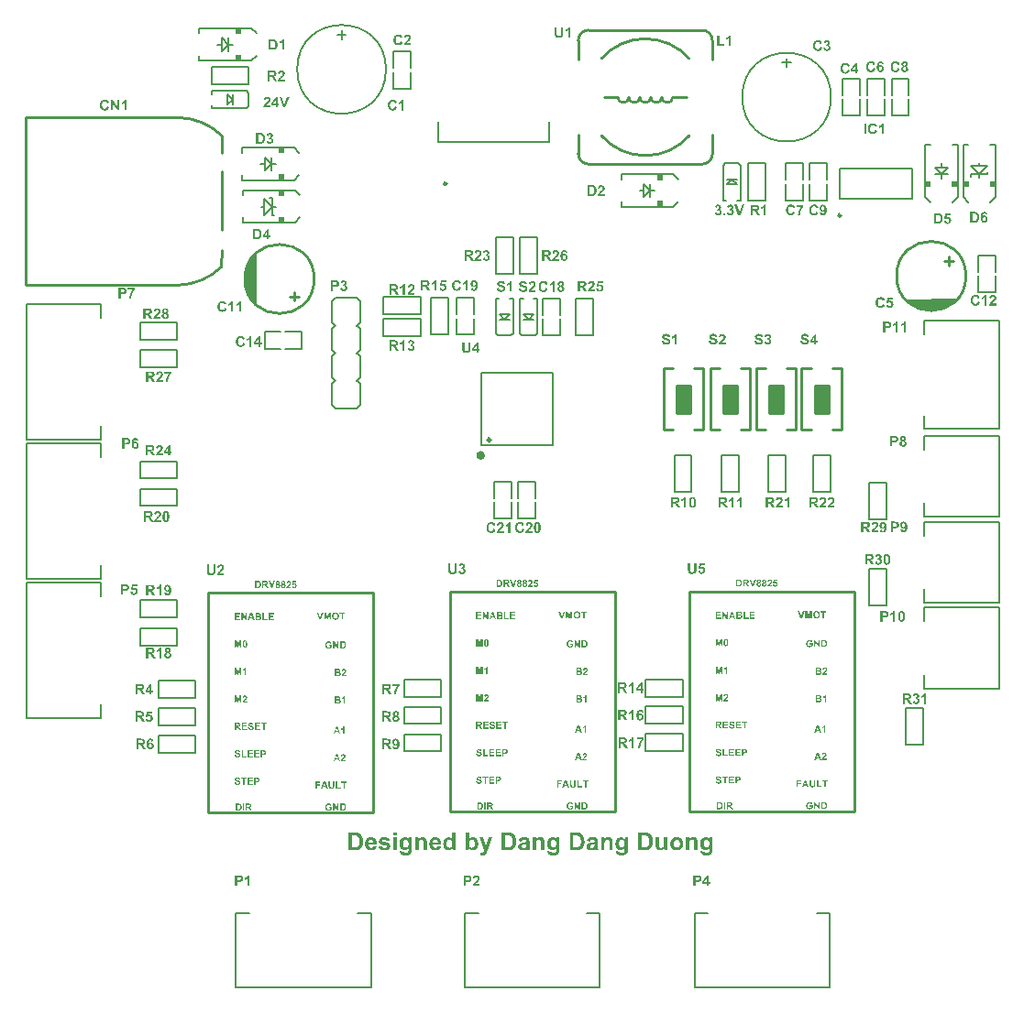
<source format=gto>
G04*
G04 #@! TF.GenerationSoftware,Altium Limited,Altium Designer,24.8.2 (39)*
G04*
G04 Layer_Color=65535*
%FSTAX24Y24*%
%MOIN*%
G70*
G04*
G04 #@! TF.SameCoordinates,E2E89361-0BB4-4F2D-B907-9D5CD4EE4A11*
G04*
G04*
G04 #@! TF.FilePolarity,Positive*
G04*
G01*
G75*
%ADD10C,0.0100*%
%ADD11C,0.0157*%
%ADD12C,0.0079*%
%ADD13C,0.0098*%
%ADD14C,0.0059*%
%ADD15C,0.0025*%
%ADD16R,0.0221X0.0236*%
%ADD17R,0.0221X0.0236*%
%ADD18R,0.0236X0.0221*%
%ADD19R,0.0236X0.0221*%
%ADD20R,0.0500X0.1000*%
G36*
X008356Y02681D02*
X008291Y026751D01*
X008178Y026616D01*
X008085Y026466D01*
X008013Y026304D01*
X007965Y026134D01*
X007942Y025959D01*
X007942Y025783D01*
X007968Y025608D01*
X008017Y025439D01*
X00809Y025278D01*
X008184Y025129D01*
X008298Y024994D01*
X008364Y024935D01*
D01*
X008356Y02681D01*
D02*
G37*
G36*
X031964Y025139D02*
X032023Y025073D01*
X032158Y02496D01*
X032308Y024867D01*
X03247Y024796D01*
X03264Y024748D01*
X032815Y024724D01*
X032991Y024725D01*
X033166Y02475D01*
X033335Y0248D01*
X033496Y024872D01*
X033646Y024967D01*
X03378Y025081D01*
X033839Y025147D01*
X033839D01*
X031964Y025139D01*
D02*
G37*
G36*
X013462Y005615D02*
X013339D01*
Y005729D01*
X013462D01*
Y005615D01*
D02*
G37*
G36*
X015605Y005089D02*
X015492D01*
Y005156D01*
X015491Y005154D01*
X015487Y00515D01*
X01548Y005142D01*
X015472Y005134D01*
X015463Y005125D01*
X015451Y005115D01*
X015438Y005105D01*
X015424Y005097D01*
X015422Y005096D01*
X015418Y005094D01*
X015409Y005091D01*
X0154Y005088D01*
X015388Y005084D01*
X015374Y005081D01*
X01536Y005079D01*
X015345Y005079D01*
X015338D01*
X015332Y005079D01*
X015325Y00508D01*
X015318Y005082D01*
X015308Y005084D01*
X015298Y005087D01*
X015288Y00509D01*
X015277Y005094D01*
X015266Y005099D01*
X015254Y005105D01*
X015243Y005113D01*
X015231Y005121D01*
X01522Y005131D01*
X015209Y005142D01*
X015208Y005143D01*
X015206Y005145D01*
X015203Y005149D01*
X0152Y005154D01*
X015196Y005161D01*
X015191Y005169D01*
X015185Y005178D01*
X015181Y00519D01*
X015175Y005202D01*
X01517Y005214D01*
X015165Y005229D01*
X015161Y005245D01*
X015158Y005263D01*
X015155Y005281D01*
X015153Y005301D01*
X015152Y005322D01*
Y005323D01*
Y005327D01*
Y005333D01*
X015153Y005341D01*
X015154Y005351D01*
X015155Y005362D01*
X015157Y005375D01*
X015159Y005388D01*
X015165Y005418D01*
X01517Y005433D01*
X015175Y005448D01*
X015182Y005462D01*
X015189Y005476D01*
X015197Y005489D01*
X015207Y005501D01*
X015208Y005502D01*
X015209Y005504D01*
X015212Y005507D01*
X015217Y005511D01*
X015222Y005516D01*
X015229Y005521D01*
X015236Y005526D01*
X015246Y005533D01*
X015255Y005538D01*
X015266Y005544D01*
X015289Y005554D01*
X015303Y005558D01*
X015317Y00556D01*
X015332Y005562D01*
X015347Y005563D01*
X015355D01*
X01536Y005562D01*
X015367Y005561D01*
X015375Y00556D01*
X015383Y005558D01*
X015394Y005555D01*
X015404Y005552D01*
X015415Y005548D01*
X015426Y005542D01*
X015437Y005536D01*
X015449Y005528D01*
X01546Y00552D01*
X015471Y00551D01*
X015482Y005498D01*
Y005729D01*
X015605D01*
Y005089D01*
D02*
G37*
G36*
X024258Y005562D02*
X024268Y005561D01*
X024279Y00556D01*
X024291Y005557D01*
X024304Y005553D01*
X024317Y005548D01*
X024319Y005548D01*
X024323Y005546D01*
X024329Y005543D01*
X024336Y005538D01*
X024345Y005533D01*
X024353Y005526D01*
X024361Y005519D01*
X024369Y005511D01*
X02437Y00551D01*
X024372Y005507D01*
X024374Y005502D01*
X024378Y005496D01*
X024383Y005488D01*
X024386Y005479D01*
X02439Y00547D01*
X024393Y005459D01*
Y005458D01*
X024394Y005453D01*
X024396Y005447D01*
X024397Y005437D01*
X024398Y005426D01*
X024399Y005412D01*
X0244Y005396D01*
Y005376D01*
Y005089D01*
X024277D01*
Y005325D01*
Y005325D01*
Y005328D01*
Y005332D01*
Y005337D01*
Y005343D01*
Y00535D01*
X024276Y005365D01*
X024275Y005381D01*
X024274Y005398D01*
X024272Y005412D01*
X024271Y005417D01*
X024269Y005422D01*
Y005423D01*
X024267Y005425D01*
X024265Y005429D01*
X024262Y005435D01*
X024254Y005446D01*
X024249Y005451D01*
X024243Y005456D01*
X024242Y005457D01*
X02424Y005458D01*
X024237Y00546D01*
X024231Y005462D01*
X024225Y005465D01*
X024218Y005467D01*
X02421Y005468D01*
X0242Y005469D01*
X024195D01*
X024189Y005468D01*
X024182Y005467D01*
X024173Y005464D01*
X024163Y005461D01*
X024153Y005457D01*
X024143Y005451D01*
X024142Y00545D01*
X024139Y005449D01*
X024135Y005444D01*
X024129Y005439D01*
X024124Y005432D01*
X024118Y005424D01*
X024113Y005414D01*
X024109Y005404D01*
Y005403D01*
X024107Y005399D01*
X024106Y005391D01*
X024104Y00538D01*
X024103Y005374D01*
X024102Y005365D01*
X024101Y005357D01*
Y005347D01*
X024101Y005337D01*
X0241Y005325D01*
Y005312D01*
Y005298D01*
Y005089D01*
X023977D01*
Y005553D01*
X02409D01*
Y005485D01*
X024091Y005486D01*
X024093Y005488D01*
X024097Y005492D01*
X024101Y005497D01*
X024107Y005503D01*
X024114Y00551D01*
X024123Y005517D01*
X024132Y005524D01*
X024142Y005531D01*
X024154Y005538D01*
X024166Y005545D01*
X02418Y005551D01*
X024195Y005556D01*
X02421Y00556D01*
X024226Y005562D01*
X024243Y005563D01*
X024249D01*
X024258Y005562D01*
D02*
G37*
G36*
X021177D02*
X021187Y005561D01*
X021198Y00556D01*
X02121Y005557D01*
X021223Y005553D01*
X021236Y005548D01*
X021238Y005548D01*
X021241Y005546D01*
X021248Y005543D01*
X021255Y005538D01*
X021264Y005533D01*
X021272Y005526D01*
X02128Y005519D01*
X021288Y005511D01*
X021289Y00551D01*
X02129Y005507D01*
X021293Y005502D01*
X021297Y005496D01*
X021302Y005488D01*
X021305Y005479D01*
X021309Y00547D01*
X021312Y005459D01*
Y005458D01*
X021313Y005453D01*
X021314Y005447D01*
X021315Y005437D01*
X021317Y005426D01*
X021318Y005412D01*
X021319Y005396D01*
Y005376D01*
Y005089D01*
X021196D01*
Y005325D01*
Y005325D01*
Y005328D01*
Y005332D01*
Y005337D01*
Y005343D01*
Y00535D01*
X021195Y005365D01*
X021194Y005381D01*
X021192Y005398D01*
X021191Y005412D01*
X02119Y005417D01*
X021188Y005422D01*
Y005423D01*
X021186Y005425D01*
X021184Y005429D01*
X021181Y005435D01*
X021173Y005446D01*
X021168Y005451D01*
X021162Y005456D01*
X021161Y005457D01*
X021159Y005458D01*
X021155Y00546D01*
X02115Y005462D01*
X021143Y005465D01*
X021137Y005467D01*
X021129Y005468D01*
X021119Y005469D01*
X021114D01*
X021108Y005468D01*
X021101Y005467D01*
X021092Y005464D01*
X021082Y005461D01*
X021072Y005457D01*
X021062Y005451D01*
X021061Y00545D01*
X021058Y005449D01*
X021054Y005444D01*
X021048Y005439D01*
X021042Y005432D01*
X021037Y005424D01*
X021031Y005414D01*
X021028Y005404D01*
Y005403D01*
X021026Y005399D01*
X021025Y005391D01*
X021023Y00538D01*
X021022Y005374D01*
X021021Y005365D01*
X02102Y005357D01*
Y005347D01*
X021019Y005337D01*
X021018Y005325D01*
Y005312D01*
Y005298D01*
Y005089D01*
X020895D01*
Y005553D01*
X021009D01*
Y005485D01*
X02101Y005486D01*
X021012Y005488D01*
X021016Y005492D01*
X02102Y005497D01*
X021026Y005503D01*
X021033Y00551D01*
X021042Y005517D01*
X021051Y005524D01*
X021061Y005531D01*
X021073Y005538D01*
X021085Y005545D01*
X021099Y005551D01*
X021114Y005556D01*
X021129Y00556D01*
X021145Y005562D01*
X021162Y005563D01*
X021168D01*
X021177Y005562D01*
D02*
G37*
G36*
X018691D02*
X018701Y005561D01*
X018712Y00556D01*
X018724Y005557D01*
X018737Y005553D01*
X01875Y005548D01*
X018752Y005548D01*
X018756Y005546D01*
X018762Y005543D01*
X01877Y005538D01*
X018778Y005533D01*
X018786Y005526D01*
X018795Y005519D01*
X018802Y005511D01*
X018803Y00551D01*
X018805Y005507D01*
X018808Y005502D01*
X018811Y005496D01*
X018816Y005488D01*
X01882Y005479D01*
X018823Y00547D01*
X018826Y005459D01*
Y005458D01*
X018827Y005453D01*
X018829Y005447D01*
X01883Y005437D01*
X018832Y005426D01*
X018833Y005412D01*
X018834Y005396D01*
Y005376D01*
Y005089D01*
X018711D01*
Y005325D01*
Y005325D01*
Y005328D01*
Y005332D01*
Y005337D01*
Y005343D01*
Y00535D01*
X01871Y005365D01*
X018709Y005381D01*
X018707Y005398D01*
X018705Y005412D01*
X018704Y005417D01*
X018702Y005422D01*
Y005423D01*
X0187Y005425D01*
X018699Y005429D01*
X018696Y005435D01*
X018687Y005446D01*
X018683Y005451D01*
X018676Y005456D01*
X018675Y005457D01*
X018674Y005458D01*
X01867Y00546D01*
X018664Y005462D01*
X018658Y005465D01*
X018651Y005467D01*
X018643Y005468D01*
X018634Y005469D01*
X018628D01*
X018623Y005468D01*
X018615Y005467D01*
X018606Y005464D01*
X018597Y005461D01*
X018587Y005457D01*
X018576Y005451D01*
X018576Y00545D01*
X018573Y005449D01*
X018568Y005444D01*
X018563Y005439D01*
X018557Y005432D01*
X018551Y005424D01*
X018546Y005414D01*
X018542Y005404D01*
Y005403D01*
X01854Y005399D01*
X018539Y005391D01*
X018538Y00538D01*
X018537Y005374D01*
X018536Y005365D01*
X018535Y005357D01*
Y005347D01*
X018534Y005337D01*
X018533Y005325D01*
Y005312D01*
Y005298D01*
Y005089D01*
X01841D01*
Y005553D01*
X018524D01*
Y005485D01*
X018525Y005486D01*
X018527Y005488D01*
X01853Y005492D01*
X018535Y005497D01*
X01854Y005503D01*
X018548Y00551D01*
X018556Y005517D01*
X018565Y005524D01*
X018576Y005531D01*
X018588Y005538D01*
X0186Y005545D01*
X018613Y005551D01*
X018628Y005556D01*
X018643Y00556D01*
X01866Y005562D01*
X018676Y005563D01*
X018683D01*
X018691Y005562D01*
D02*
G37*
G36*
X014415D02*
X014425Y005561D01*
X014436Y00556D01*
X014448Y005557D01*
X014461Y005553D01*
X014474Y005548D01*
X014476Y005548D01*
X01448Y005546D01*
X014486Y005543D01*
X014493Y005538D01*
X014502Y005533D01*
X01451Y005526D01*
X014518Y005519D01*
X014526Y005511D01*
X014527Y00551D01*
X014529Y005507D01*
X014531Y005502D01*
X014535Y005496D01*
X01454Y005488D01*
X014543Y005479D01*
X014547Y00547D01*
X01455Y005459D01*
Y005458D01*
X014551Y005453D01*
X014553Y005447D01*
X014554Y005437D01*
X014555Y005426D01*
X014556Y005412D01*
X014557Y005396D01*
Y005376D01*
Y005089D01*
X014434D01*
Y005325D01*
Y005325D01*
Y005328D01*
Y005332D01*
Y005337D01*
Y005343D01*
Y00535D01*
X014433Y005365D01*
X014432Y005381D01*
X014431Y005398D01*
X014429Y005412D01*
X014428Y005417D01*
X014426Y005422D01*
Y005423D01*
X014424Y005425D01*
X014422Y005429D01*
X014419Y005435D01*
X014411Y005446D01*
X014407Y005451D01*
X0144Y005456D01*
X014399Y005457D01*
X014397Y005458D01*
X014394Y00546D01*
X014388Y005462D01*
X014382Y005465D01*
X014375Y005467D01*
X014367Y005468D01*
X014358Y005469D01*
X014352D01*
X014346Y005468D01*
X014339Y005467D01*
X01433Y005464D01*
X014321Y005461D01*
X01431Y005457D01*
X0143Y005451D01*
X014299Y00545D01*
X014296Y005449D01*
X014292Y005444D01*
X014286Y005439D01*
X014281Y005432D01*
X014275Y005424D01*
X01427Y005414D01*
X014266Y005404D01*
Y005403D01*
X014264Y005399D01*
X014263Y005391D01*
X014261Y00538D01*
X01426Y005374D01*
X014259Y005365D01*
X014259Y005357D01*
Y005347D01*
X014258Y005337D01*
X014257Y005325D01*
Y005312D01*
Y005298D01*
Y005089D01*
X014134D01*
Y005553D01*
X014247D01*
Y005485D01*
X014248Y005486D01*
X01425Y005488D01*
X014254Y005492D01*
X014259Y005497D01*
X014264Y005503D01*
X014272Y00551D01*
X01428Y005517D01*
X014289Y005524D01*
X014299Y005531D01*
X014311Y005538D01*
X014323Y005545D01*
X014337Y005551D01*
X014352Y005556D01*
X014367Y00556D01*
X014383Y005562D01*
X0144Y005563D01*
X014407D01*
X014415Y005562D01*
D02*
G37*
G36*
X013034D02*
X013043Y005561D01*
X013053Y00556D01*
X013064Y00556D01*
X013088Y005556D01*
X013111Y00555D01*
X013133Y005542D01*
X013143Y005537D01*
X013152Y005532D01*
X013153D01*
X013154Y00553D01*
X01316Y005526D01*
X013168Y005519D01*
X013177Y005509D01*
X013188Y005497D01*
X013198Y005481D01*
X013209Y005462D01*
X013216Y005441D01*
X0131Y00542D01*
Y005421D01*
X013099Y005424D01*
X013097Y005429D01*
X013094Y005435D01*
X01309Y005442D01*
X013085Y005449D01*
X013079Y005455D01*
X013072Y005461D01*
X013071Y005461D01*
X013068Y005463D01*
X013063Y005465D01*
X013057Y005468D01*
X013049Y005471D01*
X013038Y005473D01*
X013026Y005474D01*
X013013Y005475D01*
X013004D01*
X012996Y005474D01*
X012986Y005473D01*
X012974Y005472D01*
X012963Y00547D01*
X012952Y005466D01*
X012943Y005461D01*
X012942D01*
X012941Y00546D01*
X012937Y005455D01*
X012931Y005447D01*
X01293Y005442D01*
X012929Y005436D01*
Y005436D01*
Y005435D01*
X012931Y005429D01*
X012935Y005422D01*
X012938Y005418D01*
X012941Y005414D01*
X012942Y005413D01*
X012946Y005412D01*
X012948Y005411D01*
X012952Y00541D01*
X012956Y005408D01*
X012962Y005405D01*
X012969Y005403D01*
X012976Y0054D01*
X012986Y005398D01*
X012997Y005395D01*
X013009Y005391D01*
X013023Y005387D01*
X013038Y005384D01*
X013056Y005379D01*
X013057D01*
X013061Y005378D01*
X013065Y005377D01*
X013072Y005375D01*
X01308Y005373D01*
X013089Y005371D01*
X01311Y005364D01*
X013133Y005356D01*
X013155Y005347D01*
X013166Y005341D01*
X013176Y005337D01*
X013185Y00533D01*
X013193Y005325D01*
X013195Y005323D01*
X013199Y005319D01*
X013205Y005312D01*
X013212Y005301D01*
X01322Y005289D01*
X013225Y005273D01*
X01323Y005254D01*
X013232Y005234D01*
Y005233D01*
Y005231D01*
Y005227D01*
X013231Y005223D01*
X01323Y005218D01*
X013229Y005212D01*
X013225Y005196D01*
X013219Y005179D01*
X013214Y00517D01*
X01321Y005161D01*
X013203Y005152D01*
X013196Y005142D01*
X013187Y005133D01*
X013178Y005124D01*
X013177Y005123D01*
X013175Y005122D01*
X013173Y00512D01*
X013168Y005116D01*
X013162Y005114D01*
X013156Y00511D01*
X013148Y005105D01*
X013138Y005102D01*
X013128Y005097D01*
X013116Y005093D01*
X013103Y005089D01*
X013089Y005086D01*
X013074Y005083D01*
X013057Y00508D01*
X013039Y005079D01*
X013021Y005079D01*
X013012D01*
X013005Y005079D01*
X012997D01*
X012988Y00508D01*
X012977Y005081D01*
X012966Y005083D01*
X012942Y005088D01*
X012917Y005094D01*
X012892Y005103D01*
X012881Y00511D01*
X01287Y005116D01*
X012869Y005117D01*
X012867Y005118D01*
X012865Y00512D01*
X012862Y005124D01*
X012852Y005132D01*
X012841Y005144D01*
X012829Y005159D01*
X012817Y005177D01*
X012807Y005198D01*
X012799Y005221D01*
X012922Y005239D01*
Y005238D01*
X012924Y005234D01*
X012926Y005227D01*
X012928Y005219D01*
X012933Y00521D01*
X012939Y005202D01*
X012945Y005192D01*
X012953Y005185D01*
X012954Y005184D01*
X012958Y005182D01*
X012964Y005179D01*
X012971Y005177D01*
X01298Y005173D01*
X012992Y00517D01*
X013005Y005168D01*
X013021Y005167D01*
X013028D01*
X013038Y005168D01*
X013048Y005169D01*
X013059Y005171D01*
X013071Y005175D01*
X013082Y005178D01*
X013092Y005184D01*
X013093Y005185D01*
X013095Y005187D01*
X013098Y00519D01*
X0131Y005193D01*
X013103Y005198D01*
X013106Y005203D01*
X013108Y00521D01*
X013109Y005217D01*
Y005218D01*
Y00522D01*
X013108Y005226D01*
X013105Y005233D01*
X0131Y00524D01*
X013098Y005242D01*
X013095Y005243D01*
X013091Y005246D01*
X013086Y005248D01*
X013078Y005251D01*
X01307Y005253D01*
X013059Y005256D01*
X013057D01*
X013052Y005258D01*
X013045Y00526D01*
X013035Y005262D01*
X013023Y005264D01*
X01301Y005268D01*
X012995Y005272D01*
X012979Y005276D01*
X012947Y005286D01*
X012931Y00529D01*
X012916Y005296D01*
X012902Y005301D01*
X01289Y005306D01*
X012878Y005312D01*
X01287Y005316D01*
X012869Y005317D01*
X012867Y005318D01*
X012866Y00532D01*
X012862Y005324D01*
X012853Y005332D01*
X012843Y005344D01*
X012833Y005359D01*
X012824Y005376D01*
X01282Y005387D01*
X012818Y005398D01*
X012816Y005409D01*
X012816Y005421D01*
Y005422D01*
Y005424D01*
Y005426D01*
X012816Y005431D01*
X012817Y005436D01*
X012818Y005442D01*
X012821Y005456D01*
X012827Y005472D01*
X012836Y005488D01*
X012841Y005498D01*
X012847Y005506D01*
X012854Y005514D01*
X012863Y005522D01*
X012864Y005523D01*
X012865Y005523D01*
X012867Y005525D01*
X012872Y005528D01*
X012877Y005531D01*
X012883Y005535D01*
X01289Y005538D01*
X012899Y005543D01*
X012909Y005547D01*
X01292Y00555D01*
X012932Y005554D01*
X012945Y005557D01*
X01296Y00556D01*
X012976Y005561D01*
X012992Y005563D01*
X013026D01*
X013034Y005562D01*
D02*
G37*
G36*
X016776Y005105D02*
X016747Y005026D01*
X016746Y005024D01*
X016744Y005019D01*
X01674Y005012D01*
X016737Y005003D01*
X016732Y004992D01*
X016726Y004982D01*
X016721Y004973D01*
X016715Y004964D01*
X016714Y004963D01*
X016713Y00496D01*
X01671Y004956D01*
X016706Y004951D01*
X016696Y00494D01*
X016682Y004929D01*
X016681Y004928D01*
X016678Y004927D01*
X016675Y004924D01*
X016669Y004921D01*
X016663Y004918D01*
X016655Y004915D01*
X016646Y004911D01*
X016636Y004908D01*
X016635D01*
X016631Y004907D01*
X016626Y004906D01*
X016617Y004905D01*
X016608Y004903D01*
X016598Y004901D01*
X016586Y0049D01*
X016567D01*
X01656Y004901D01*
X016552D01*
X016541Y004902D01*
X016529Y004904D01*
X016504Y004908D01*
X016493Y005005D01*
X016494D01*
X016498Y005004D01*
X016504Y005003D01*
X016511Y005002D01*
X016518Y005D01*
X016528Y004999D01*
X016545Y004998D01*
X016553D01*
X01656Y005D01*
X016569Y005002D01*
X016579Y005005D01*
X01659Y005009D01*
X0166Y005016D01*
X016608Y005024D01*
X016609Y005025D01*
X016612Y005029D01*
X016615Y005034D01*
X01662Y005042D01*
X016625Y005051D01*
X01663Y005062D01*
X016635Y005074D01*
X016639Y005088D01*
X016464Y005553D01*
X016594D01*
X016704Y005223D01*
X016813Y005553D01*
X01694D01*
X016776Y005105D01*
D02*
G37*
G36*
X023305Y005089D02*
X023191D01*
Y005158D01*
X02319Y005156D01*
X023187Y005152D01*
X023181Y005145D01*
X023173Y005137D01*
X023164Y005127D01*
X023152Y005117D01*
X023139Y005107D01*
X023124Y005099D01*
X023122Y005098D01*
X023116Y005096D01*
X023108Y005092D01*
X023097Y005089D01*
X023084Y005085D01*
X023069Y005081D01*
X023053Y005079D01*
X023037Y005079D01*
X023028D01*
X02302Y005079D01*
X023009Y005081D01*
X022995Y005083D01*
X022981Y005087D01*
X022966Y005092D01*
X022953Y005099D01*
X022951Y0051D01*
X022947Y005103D01*
X02294Y005107D01*
X022932Y005114D01*
X022923Y005122D01*
X022915Y005131D01*
X022906Y005143D01*
X022899Y005156D01*
X022898Y005158D01*
X022896Y005163D01*
X022893Y005171D01*
X022891Y005183D01*
X022888Y005198D01*
X022885Y005215D01*
X022883Y005236D01*
X022882Y005259D01*
Y005553D01*
X023005D01*
Y005339D01*
Y005338D01*
Y005335D01*
Y00533D01*
Y005324D01*
Y005316D01*
Y005308D01*
X023006Y005289D01*
X023007Y005267D01*
X023008Y005248D01*
X023009Y005239D01*
X02301Y005231D01*
X023011Y005225D01*
X023012Y00522D01*
Y005219D01*
X023013Y005216D01*
X023015Y005213D01*
X023017Y005207D01*
X02302Y005202D01*
X023025Y005196D01*
X023029Y00519D01*
X023036Y005185D01*
X023037Y005184D01*
X02304Y005183D01*
X023043Y005181D01*
X023049Y005179D01*
X023055Y005177D01*
X023064Y005175D01*
X023072Y005174D01*
X023082Y005173D01*
X023088D01*
X023093Y005174D01*
X023101Y005175D01*
X02311Y005177D01*
X023119Y00518D01*
X023129Y005184D01*
X023139Y00519D01*
X023139Y00519D01*
X023142Y005192D01*
X023147Y005196D01*
X023152Y005202D01*
X023158Y005208D01*
X023164Y005214D01*
X023169Y005223D01*
X023173Y005232D01*
Y005233D01*
X023175Y005238D01*
Y005241D01*
X023176Y005246D01*
X023176Y005251D01*
X023177Y005257D01*
X023178Y005265D01*
X023179Y005274D01*
X02318Y005284D01*
Y005296D01*
X023181Y005309D01*
X023182Y005324D01*
Y005339D01*
Y005357D01*
Y005553D01*
X023305D01*
Y005089D01*
D02*
G37*
G36*
X022503Y005728D02*
X022521Y005727D01*
X02254Y005726D01*
X02256Y005723D01*
X02258Y00572D01*
X022597Y005716D01*
X022598D01*
X0226Y005715D01*
X022603Y005714D01*
X022607Y005713D01*
X022618Y005708D01*
X022631Y005702D01*
X022646Y005694D01*
X022662Y005683D01*
X022678Y005671D01*
X022694Y005657D01*
X022695D01*
X022695Y005655D01*
X0227Y005649D01*
X022708Y00564D01*
X022716Y005628D01*
X022726Y005613D01*
X022736Y005596D01*
X022746Y005575D01*
X022755Y005553D01*
Y005552D01*
X022756Y00555D01*
X022757Y005547D01*
X022758Y005542D01*
X022759Y005536D01*
X022761Y005529D01*
X022763Y005521D01*
X022766Y005511D01*
X022768Y005501D01*
X022769Y005489D01*
X022771Y005477D01*
X022772Y005463D01*
X022775Y005435D01*
X022776Y005402D01*
Y005401D01*
Y005399D01*
Y005395D01*
Y005389D01*
X022775Y005382D01*
Y005375D01*
X022774Y005365D01*
X022773Y005355D01*
X022771Y005334D01*
X022768Y005312D01*
X022762Y005289D01*
X022756Y005266D01*
Y005265D01*
X022755Y005264D01*
X022753Y00526D01*
X022751Y005254D01*
X022749Y005249D01*
X022745Y005242D01*
X022738Y005226D01*
X022729Y005208D01*
X022717Y005189D01*
X022703Y00517D01*
X022687Y005153D01*
X022685Y005151D01*
X022681Y005147D01*
X022673Y005141D01*
X022663Y005134D01*
X02265Y005126D01*
X022635Y005117D01*
X022617Y005109D01*
X022596Y005102D01*
X022596D01*
X022595Y005101D01*
X022592D01*
X022589Y0051D01*
X022579Y005098D01*
X022566Y005095D01*
X02255Y005092D01*
X022531Y005091D01*
X022508Y00509D01*
X022483Y005089D01*
X02224D01*
Y005729D01*
X022496D01*
X022503Y005728D01*
D02*
G37*
G36*
X0206Y005562D02*
X020608D01*
X020626Y00556D01*
X020646Y005559D01*
X020666Y005555D01*
X020685Y005549D01*
X020694Y005547D01*
X020702Y005543D01*
X020703D01*
X020704Y005542D01*
X020709Y005539D01*
X020716Y005535D01*
X020724Y00553D01*
X020734Y005523D01*
X020744Y005514D01*
X020752Y005504D01*
X020759Y005494D01*
X02076Y005492D01*
X020762Y005488D01*
X020765Y00548D01*
X020766Y005475D01*
X020768Y005469D01*
X02077Y005462D01*
X020771Y005454D01*
X020772Y005445D01*
X020773Y005435D01*
X020774Y005424D01*
X020775Y005412D01*
X020776Y005399D01*
Y005384D01*
X020774Y00524D01*
Y005239D01*
Y005238D01*
Y005235D01*
Y00523D01*
Y005219D01*
X020775Y005206D01*
Y005191D01*
X020777Y005177D01*
X020778Y005162D01*
X02078Y00515D01*
Y005149D01*
X020781Y005145D01*
X020783Y005139D01*
X020784Y005131D01*
X020788Y005122D01*
X020792Y005112D01*
X020796Y005101D01*
X020802Y005089D01*
X020681D01*
Y00509D01*
X02068Y005091D01*
X020679Y005094D01*
X020677Y005098D01*
X020675Y005103D01*
X020673Y005109D01*
X020672Y005116D01*
X020669Y005125D01*
Y005126D01*
X020668Y005127D01*
X020667Y00513D01*
X020665Y005135D01*
X020664Y005139D01*
X020662Y005138D01*
X020659Y005134D01*
X020652Y005128D01*
X020644Y005122D01*
X020634Y005115D01*
X020623Y005106D01*
X02061Y0051D01*
X020597Y005093D01*
X020595Y005092D01*
X02059Y005091D01*
X020583Y005089D01*
X020574Y005086D01*
X020562Y005083D01*
X020549Y005081D01*
X020535Y005079D01*
X02052Y005079D01*
X020513D01*
X020508Y005079D01*
X020502D01*
X020495Y00508D01*
X020479Y005083D01*
X020461Y005088D01*
X020442Y005094D01*
X020424Y005103D01*
X020407Y005116D01*
Y005117D01*
X020405Y005118D01*
X020401Y005124D01*
X020394Y005132D01*
X020387Y005143D01*
X020379Y005157D01*
X020373Y005174D01*
X020368Y005193D01*
X020367Y005203D01*
X020366Y005214D01*
Y005216D01*
Y005221D01*
X020367Y005228D01*
X020369Y005238D01*
X020371Y005249D01*
X020374Y00526D01*
X020378Y005272D01*
X020385Y005284D01*
X020386Y005286D01*
X020389Y005289D01*
X020392Y005295D01*
X020399Y005301D01*
X020405Y005309D01*
X020414Y005317D01*
X020425Y005325D01*
X020437Y005331D01*
X020438Y005332D01*
X020443Y005334D01*
X02045Y005337D01*
X020462Y005341D01*
X020475Y005346D01*
X020492Y00535D01*
X020512Y005355D01*
X020535Y00536D01*
X020536D01*
X020538Y005361D01*
X020543Y005362D01*
X020549Y005362D01*
X020556Y005363D01*
X020564Y005365D01*
X020583Y00537D01*
X020602Y005375D01*
X020623Y005379D01*
X02064Y005385D01*
X020648Y005387D01*
X020655Y00539D01*
Y005402D01*
Y005404D01*
Y005408D01*
X020654Y005414D01*
X020653Y005423D01*
X02065Y005431D01*
X020648Y005439D01*
X020643Y005447D01*
X020636Y005453D01*
X020635Y005454D01*
X020633Y005456D01*
X020628Y005458D01*
X020622Y005461D01*
X020612Y005464D01*
X020601Y005466D01*
X020587Y005468D01*
X020571Y005469D01*
X020565D01*
X02056Y005468D01*
X020552Y005467D01*
X020544Y005465D01*
X020535Y005463D01*
X020526Y00546D01*
X020519Y005455D01*
X020518Y005454D01*
X020516Y005452D01*
X020512Y005449D01*
X020509Y005445D01*
X020503Y005438D01*
X020499Y00543D01*
X020494Y005421D01*
X020489Y00541D01*
X020379Y00543D01*
Y005431D01*
X02038Y005433D01*
X020381Y005436D01*
X020383Y005441D01*
X020385Y005447D01*
X020388Y005453D01*
X020394Y005468D01*
X020403Y005484D01*
X020414Y0055D01*
X020427Y005516D01*
X020443Y00553D01*
X020444D01*
X020445Y005532D01*
X020448Y005533D01*
X020451Y005535D01*
X020457Y005537D01*
X020463Y00554D01*
X02047Y005544D01*
X020477Y005547D01*
X020487Y005549D01*
X020497Y005553D01*
X020508Y005556D01*
X020521Y005558D01*
X020534Y00556D01*
X020549Y005561D01*
X020563Y005563D01*
X020594D01*
X0206Y005562D01*
D02*
G37*
G36*
X020018Y005728D02*
X020035Y005727D01*
X020055Y005726D01*
X020075Y005723D01*
X020094Y00572D01*
X020112Y005716D01*
X020113D01*
X020115Y005715D01*
X020117Y005714D01*
X020121Y005713D01*
X020132Y005708D01*
X020145Y005702D01*
X02016Y005694D01*
X020177Y005683D01*
X020192Y005671D01*
X020208Y005657D01*
X020209D01*
X02021Y005655D01*
X020215Y005649D01*
X020222Y00564D01*
X02023Y005628D01*
X020241Y005613D01*
X020251Y005596D01*
X020261Y005575D01*
X020269Y005553D01*
Y005552D01*
X02027Y00555D01*
X020271Y005547D01*
X020273Y005542D01*
X020274Y005536D01*
X020276Y005529D01*
X020278Y005521D01*
X02028Y005511D01*
X020282Y005501D01*
X020284Y005489D01*
X020286Y005477D01*
X020287Y005463D01*
X02029Y005435D01*
X02029Y005402D01*
Y005401D01*
Y005399D01*
Y005395D01*
Y005389D01*
X02029Y005382D01*
Y005375D01*
X020289Y005365D01*
X020288Y005355D01*
X020286Y005334D01*
X020282Y005312D01*
X020277Y005289D01*
X02027Y005266D01*
Y005265D01*
X020269Y005264D01*
X020267Y00526D01*
X020266Y005254D01*
X020264Y005249D01*
X02026Y005242D01*
X020253Y005226D01*
X020243Y005208D01*
X020231Y005189D01*
X020217Y00517D01*
X020202Y005153D01*
X0202Y005151D01*
X020195Y005147D01*
X020188Y005141D01*
X020178Y005134D01*
X020165Y005126D01*
X02015Y005117D01*
X020131Y005109D01*
X020111Y005102D01*
X02011D01*
X020109Y005101D01*
X020106D01*
X020104Y0051D01*
X020093Y005098D01*
X02008Y005095D01*
X020065Y005092D01*
X020045Y005091D01*
X020022Y00509D01*
X019997Y005089D01*
X019755D01*
Y005729D01*
X02001D01*
X020018Y005728D01*
D02*
G37*
G36*
X018115Y005562D02*
X018122D01*
X018141Y00556D01*
X01816Y005559D01*
X018181Y005555D01*
X0182Y005549D01*
X018208Y005547D01*
X018217Y005543D01*
X018218D01*
X018218Y005542D01*
X018223Y005539D01*
X018231Y005535D01*
X018239Y00553D01*
X018249Y005523D01*
X018258Y005514D01*
X018267Y005504D01*
X018274Y005494D01*
X018275Y005492D01*
X018277Y005488D01*
X01828Y00548D01*
X01828Y005475D01*
X018282Y005469D01*
X018284Y005462D01*
X018285Y005454D01*
X018287Y005445D01*
X018288Y005435D01*
X018289Y005424D01*
X01829Y005412D01*
X018291Y005399D01*
Y005384D01*
X018289Y00524D01*
Y005239D01*
Y005238D01*
Y005235D01*
Y00523D01*
Y005219D01*
X01829Y005206D01*
Y005191D01*
X018292Y005177D01*
X018292Y005162D01*
X018294Y00515D01*
Y005149D01*
X018295Y005145D01*
X018297Y005139D01*
X018299Y005131D01*
X018303Y005122D01*
X018306Y005112D01*
X018311Y005101D01*
X018317Y005089D01*
X018195D01*
Y00509D01*
X018194Y005091D01*
X018194Y005094D01*
X018192Y005098D01*
X01819Y005103D01*
X018188Y005109D01*
X018186Y005116D01*
X018183Y005125D01*
Y005126D01*
X018182Y005127D01*
X018181Y00513D01*
X01818Y005135D01*
X018179Y005139D01*
X018177Y005138D01*
X018173Y005134D01*
X018167Y005128D01*
X018158Y005122D01*
X018148Y005115D01*
X018137Y005106D01*
X018124Y0051D01*
X018111Y005093D01*
X018109Y005092D01*
X018105Y005091D01*
X018097Y005089D01*
X018088Y005086D01*
X018077Y005083D01*
X018064Y005081D01*
X018049Y005079D01*
X018034Y005079D01*
X018028D01*
X018022Y005079D01*
X018017D01*
X018009Y00508D01*
X017994Y005083D01*
X017975Y005088D01*
X017957Y005094D01*
X017938Y005103D01*
X017922Y005116D01*
Y005117D01*
X01792Y005118D01*
X017915Y005124D01*
X017909Y005132D01*
X017901Y005143D01*
X017894Y005157D01*
X017887Y005174D01*
X017883Y005193D01*
X017882Y005203D01*
X017881Y005214D01*
Y005216D01*
Y005221D01*
X017882Y005228D01*
X017884Y005238D01*
X017885Y005249D01*
X017888Y00526D01*
X017893Y005272D01*
X017899Y005284D01*
X0179Y005286D01*
X017903Y005289D01*
X017907Y005295D01*
X017913Y005301D01*
X01792Y005309D01*
X017929Y005317D01*
X017939Y005325D01*
X017951Y005331D01*
X017953Y005332D01*
X017958Y005334D01*
X017965Y005337D01*
X017976Y005341D01*
X01799Y005346D01*
X018007Y00535D01*
X018027Y005355D01*
X018049Y00536D01*
X01805D01*
X018053Y005361D01*
X018058Y005362D01*
X018063Y005362D01*
X01807Y005363D01*
X018079Y005365D01*
X018097Y00537D01*
X018117Y005375D01*
X018137Y005379D01*
X018155Y005385D01*
X018163Y005387D01*
X018169Y00539D01*
Y005402D01*
Y005404D01*
Y005408D01*
X018169Y005414D01*
X018168Y005423D01*
X018165Y005431D01*
X018162Y005439D01*
X018157Y005447D01*
X018151Y005453D01*
X01815Y005454D01*
X018147Y005456D01*
X018143Y005458D01*
X018136Y005461D01*
X018127Y005464D01*
X018116Y005466D01*
X018102Y005468D01*
X018085Y005469D01*
X01808D01*
X018074Y005468D01*
X018067Y005467D01*
X018058Y005465D01*
X018049Y005463D01*
X018041Y00546D01*
X018033Y005455D01*
X018033Y005454D01*
X018031Y005452D01*
X018027Y005449D01*
X018023Y005445D01*
X018018Y005438D01*
X018013Y00543D01*
X018009Y005421D01*
X018004Y00541D01*
X017894Y00543D01*
Y005431D01*
X017895Y005433D01*
X017896Y005436D01*
X017897Y005441D01*
X017899Y005447D01*
X017902Y005453D01*
X017909Y005468D01*
X017918Y005484D01*
X017929Y0055D01*
X017942Y005516D01*
X017958Y00553D01*
X017959D01*
X017959Y005532D01*
X017962Y005533D01*
X017966Y005535D01*
X017972Y005537D01*
X017977Y00554D01*
X017984Y005544D01*
X017992Y005547D01*
X018001Y005549D01*
X018011Y005553D01*
X018022Y005556D01*
X018035Y005558D01*
X018048Y00556D01*
X018063Y005561D01*
X018078Y005563D01*
X018108D01*
X018115Y005562D01*
D02*
G37*
G36*
X017532Y005728D02*
X01755Y005727D01*
X017569Y005726D01*
X017589Y005723D01*
X017609Y00572D01*
X017626Y005716D01*
X017627D01*
X017629Y005715D01*
X017632Y005714D01*
X017636Y005713D01*
X017647Y005708D01*
X01766Y005702D01*
X017675Y005694D01*
X017691Y005683D01*
X017707Y005671D01*
X017723Y005657D01*
X017724D01*
X017725Y005655D01*
X017729Y005649D01*
X017737Y00564D01*
X017745Y005628D01*
X017755Y005613D01*
X017765Y005596D01*
X017775Y005575D01*
X017784Y005553D01*
Y005552D01*
X017785Y00555D01*
X017786Y005547D01*
X017787Y005542D01*
X017788Y005536D01*
X01779Y005529D01*
X017792Y005521D01*
X017795Y005511D01*
X017797Y005501D01*
X017799Y005489D01*
X0178Y005477D01*
X017801Y005463D01*
X017804Y005435D01*
X017805Y005402D01*
Y005401D01*
Y005399D01*
Y005395D01*
Y005389D01*
X017804Y005382D01*
Y005375D01*
X017803Y005365D01*
X017802Y005355D01*
X0178Y005334D01*
X017797Y005312D01*
X017791Y005289D01*
X017785Y005266D01*
Y005265D01*
X017784Y005264D01*
X017782Y00526D01*
X01778Y005254D01*
X017778Y005249D01*
X017774Y005242D01*
X017767Y005226D01*
X017758Y005208D01*
X017746Y005189D01*
X017732Y00517D01*
X017716Y005153D01*
X017714Y005151D01*
X01771Y005147D01*
X017702Y005141D01*
X017692Y005134D01*
X017679Y005126D01*
X017664Y005117D01*
X017646Y005109D01*
X017626Y005102D01*
X017625D01*
X017624Y005101D01*
X017621D01*
X017618Y0051D01*
X017608Y005098D01*
X017595Y005095D01*
X017579Y005092D01*
X01756Y005091D01*
X017537Y00509D01*
X017512Y005089D01*
X017269D01*
Y005729D01*
X017525D01*
X017532Y005728D01*
D02*
G37*
G36*
X013462Y005089D02*
X013339D01*
Y005553D01*
X013462D01*
Y005089D01*
D02*
G37*
G36*
X011963Y005728D02*
X01198Y005727D01*
X012Y005726D01*
X01202Y005723D01*
X012039Y00572D01*
X012057Y005716D01*
X012058D01*
X01206Y005715D01*
X012063Y005714D01*
X012066Y005713D01*
X012077Y005708D01*
X01209Y005702D01*
X012105Y005694D01*
X012122Y005683D01*
X012138Y005671D01*
X012153Y005657D01*
X012154D01*
X012155Y005655D01*
X01216Y005649D01*
X012167Y00564D01*
X012175Y005628D01*
X012186Y005613D01*
X012196Y005596D01*
X012206Y005575D01*
X012214Y005553D01*
Y005552D01*
X012215Y00555D01*
X012216Y005547D01*
X012218Y005542D01*
X012219Y005536D01*
X012221Y005529D01*
X012223Y005521D01*
X012225Y005511D01*
X012227Y005501D01*
X012229Y005489D01*
X012231Y005477D01*
X012232Y005463D01*
X012235Y005435D01*
X012236Y005402D01*
Y005401D01*
Y005399D01*
Y005395D01*
Y005389D01*
X012235Y005382D01*
Y005375D01*
X012234Y005365D01*
X012233Y005355D01*
X012231Y005334D01*
X012227Y005312D01*
X012222Y005289D01*
X012215Y005266D01*
Y005265D01*
X012214Y005264D01*
X012212Y00526D01*
X012211Y005254D01*
X012209Y005249D01*
X012205Y005242D01*
X012198Y005226D01*
X012188Y005208D01*
X012176Y005189D01*
X012162Y00517D01*
X012147Y005153D01*
X012145Y005151D01*
X01214Y005147D01*
X012133Y005141D01*
X012123Y005134D01*
X01211Y005126D01*
X012095Y005117D01*
X012076Y005109D01*
X012056Y005102D01*
X012055D01*
X012054Y005101D01*
X012052D01*
X012049Y0051D01*
X012039Y005098D01*
X012026Y005095D01*
X01201Y005092D01*
X01199Y005091D01*
X011967Y00509D01*
X011942Y005089D01*
X0117D01*
Y005729D01*
X011955D01*
X011963Y005728D01*
D02*
G37*
G36*
X023659Y005562D02*
X023669Y005561D01*
X023679Y00556D01*
X023691Y005558D01*
X023703Y005555D01*
X023717Y005551D01*
X023731Y005547D01*
X023744Y005541D01*
X023759Y005535D01*
X023774Y005526D01*
X023788Y005517D01*
X023802Y005507D01*
X023815Y005495D01*
X023816Y005494D01*
X023818Y005492D01*
X023821Y005487D01*
X023825Y005483D01*
X02383Y005475D01*
X023836Y005468D01*
X023842Y005458D01*
X023849Y005448D01*
X023854Y005436D01*
X023861Y005423D01*
X023867Y005408D01*
X023872Y005393D01*
X023876Y005376D01*
X023879Y00536D01*
X023881Y005341D01*
X023882Y005322D01*
Y005321D01*
Y005317D01*
Y005312D01*
X023881Y005304D01*
X02388Y005295D01*
X023879Y005285D01*
X023877Y005273D01*
X023874Y005261D01*
X02387Y005247D01*
X023866Y005233D01*
X02386Y005218D01*
X023854Y005203D01*
X023845Y005189D01*
X023836Y005175D01*
X023826Y005161D01*
X023814Y005147D01*
X023813Y005146D01*
X023811Y005144D01*
X023807Y005141D01*
X023802Y005136D01*
X023795Y005131D01*
X023787Y005126D01*
X023778Y005119D01*
X023768Y005113D01*
X023756Y005106D01*
X023743Y0051D01*
X023729Y005094D01*
X023713Y00509D01*
X023697Y005085D01*
X02368Y005081D01*
X023662Y005079D01*
X023643Y005079D01*
X023636D01*
X023632Y005079D01*
X023626D01*
X02362Y00508D01*
X023604Y005082D01*
X023584Y005086D01*
X023564Y005091D01*
X023543Y005098D01*
X023521Y005107D01*
X02352D01*
X023518Y005108D01*
X023515Y00511D01*
X023511Y005113D01*
X023501Y005119D01*
X023488Y005128D01*
X023474Y005141D01*
X02346Y005155D01*
X023446Y005172D01*
X023433Y005191D01*
Y005192D01*
X023432Y005194D01*
X02343Y005197D01*
X023428Y005202D01*
X023426Y005207D01*
X023423Y005214D01*
X023421Y005221D01*
X023418Y005229D01*
X023415Y005239D01*
X023412Y005249D01*
X023408Y005272D01*
X023404Y005299D01*
X023403Y005327D01*
Y005328D01*
Y00533D01*
Y005334D01*
X023404Y005338D01*
Y005343D01*
X023405Y00535D01*
X023407Y005365D01*
X02341Y005383D01*
X023416Y005402D01*
X023423Y005424D01*
X023433Y005445D01*
Y005446D01*
X023435Y005448D01*
X023435Y00545D01*
X023438Y005454D01*
X023446Y005464D01*
X023455Y005477D01*
X023467Y005491D01*
X023482Y005506D01*
X023498Y00552D01*
X023518Y005533D01*
X023519D01*
X023521Y005534D01*
X023523Y005535D01*
X023528Y005537D01*
X023533Y00554D01*
X023539Y005542D01*
X023546Y005545D01*
X023554Y005548D01*
X023572Y005554D01*
X023594Y005559D01*
X023617Y005562D01*
X023642Y005563D01*
X023652D01*
X023659Y005562D01*
D02*
G37*
G36*
X016093Y005498D02*
X016094Y005499D01*
X016096Y005501D01*
X016098Y005504D01*
X016103Y005509D01*
X016109Y005513D01*
X016115Y005519D01*
X016122Y005525D01*
X016131Y005531D01*
X01615Y005543D01*
X016173Y005553D01*
X016185Y005558D01*
X016199Y00556D01*
X016213Y005562D01*
X016227Y005563D01*
X016235D01*
X016241Y005562D01*
X016248Y005561D01*
X016257Y00556D01*
X016266Y005558D01*
X016277Y005556D01*
X016299Y005548D01*
X01631Y005543D01*
X016322Y005537D01*
X016334Y00553D01*
X016345Y005522D01*
X016356Y005512D01*
X016368Y005501D01*
X016368Y0055D01*
X01637Y005498D01*
X016373Y005495D01*
X016377Y00549D01*
X01638Y005484D01*
X016385Y005476D01*
X016391Y005467D01*
X016396Y005457D01*
X016401Y005445D01*
X016406Y005432D01*
X016411Y005417D01*
X016416Y005401D01*
X016418Y005385D01*
X016421Y005366D01*
X016423Y005347D01*
X016424Y005325D01*
Y005325D01*
Y00532D01*
Y005314D01*
X016423Y005306D01*
X016422Y005296D01*
X016421Y005285D01*
X016419Y005272D01*
X016417Y005258D01*
X01641Y005228D01*
X016405Y005214D01*
X0164Y005198D01*
X016393Y005183D01*
X016385Y005168D01*
X016377Y005155D01*
X016367Y005142D01*
X016366Y005141D01*
X016364Y00514D01*
X016361Y005137D01*
X016356Y005132D01*
X016351Y005128D01*
X016344Y005122D01*
X016337Y005116D01*
X016329Y005111D01*
X016319Y005104D01*
X016308Y005099D01*
X016284Y005089D01*
X016271Y005084D01*
X016258Y005081D01*
X016244Y005079D01*
X016229Y005079D01*
X016222D01*
X016214Y005079D01*
X016204Y005081D01*
X016192Y005083D01*
X016179Y005087D01*
X016165Y005091D01*
X01615Y005098D01*
X016148Y005099D01*
X016144Y005102D01*
X016136Y005106D01*
X016127Y005113D01*
X016117Y005121D01*
X016106Y00513D01*
X016095Y005142D01*
X016084Y005156D01*
Y005089D01*
X01597D01*
Y005729D01*
X016093D01*
Y005498D01*
D02*
G37*
G36*
X014876Y005562D02*
X014884Y005561D01*
X014894Y00556D01*
X014905Y005558D01*
X014917Y005555D01*
X01493Y005551D01*
X014943Y005547D01*
X014957Y005541D01*
X014971Y005534D01*
X014984Y005526D01*
X014997Y005517D01*
X01501Y005506D01*
X015021Y005494D01*
X015022Y005493D01*
X015024Y005491D01*
X015026Y005486D01*
X01503Y005481D01*
X015035Y005473D01*
X015039Y005465D01*
X015045Y005454D01*
X01505Y005442D01*
X015056Y005428D01*
X015061Y005412D01*
X015066Y005396D01*
X015071Y005376D01*
X015074Y005356D01*
X015077Y005334D01*
X015079Y005311D01*
Y005285D01*
X014772D01*
Y005284D01*
Y005282D01*
Y005279D01*
X014773Y005276D01*
X014774Y005266D01*
X014776Y005253D01*
X014779Y00524D01*
X014785Y005226D01*
X014791Y005212D01*
X014801Y0052D01*
X014802Y005199D01*
X014806Y005195D01*
X014812Y00519D01*
X01482Y005185D01*
X01483Y005179D01*
X014843Y005175D01*
X014857Y005171D01*
X014872Y00517D01*
X014876D01*
X014882Y005171D01*
X014888Y005172D01*
X014896Y005174D01*
X014904Y005177D01*
X014913Y00518D01*
X01492Y005186D01*
X014921Y005187D01*
X014924Y005189D01*
X014927Y005192D01*
X014931Y005198D01*
X014937Y005205D01*
X014941Y005214D01*
X014946Y005225D01*
X01495Y005237D01*
X015073Y005216D01*
Y005215D01*
X015072Y005214D01*
X01507Y00521D01*
X015068Y005205D01*
X015065Y0052D01*
X015062Y005193D01*
X015054Y005178D01*
X015044Y005162D01*
X015031Y005144D01*
X015015Y005128D01*
X014998Y005114D01*
X014997D01*
X014996Y005112D01*
X014992Y005111D01*
X014988Y005108D01*
X014984Y005105D01*
X014977Y005103D01*
X014971Y0051D01*
X014962Y005096D01*
X014944Y00509D01*
X014923Y005084D01*
X014898Y00508D01*
X014871Y005079D01*
X014865D01*
X01486Y005079D01*
X014851D01*
X014841Y005081D01*
X014829Y005083D01*
X014816Y005085D01*
X014803Y005089D01*
X014789Y005092D01*
X014774Y005098D01*
X014759Y005104D01*
X014744Y005112D01*
X014729Y005121D01*
X014715Y005131D01*
X014703Y005143D01*
X014691Y005157D01*
X014691Y005158D01*
X01469Y00516D01*
X014688Y005164D01*
X014684Y005168D01*
X014681Y005175D01*
X014678Y005182D01*
X014673Y00519D01*
X014669Y005201D01*
X014665Y005212D01*
X014661Y005224D01*
X014656Y005237D01*
X014654Y005252D01*
X014651Y005266D01*
X014648Y005282D01*
X014647Y0053D01*
X014646Y005317D01*
Y005318D01*
Y005322D01*
Y005328D01*
X014647Y005337D01*
X014648Y005346D01*
X014649Y005357D01*
X014651Y005369D01*
X014654Y005383D01*
X014661Y005412D01*
X014666Y005426D01*
X014671Y005442D01*
X014678Y005457D01*
X014687Y005471D01*
X014696Y005485D01*
X014706Y005498D01*
X014707Y005498D01*
X014709Y0055D01*
X014713Y005504D01*
X014717Y005508D01*
X014723Y005512D01*
X01473Y005518D01*
X014739Y005524D01*
X014748Y005531D01*
X014758Y005536D01*
X01477Y005543D01*
X014782Y005548D01*
X014796Y005553D01*
X01481Y005557D01*
X014826Y00556D01*
X014841Y005562D01*
X014858Y005563D01*
X014868D01*
X014876Y005562D01*
D02*
G37*
G36*
X012538D02*
X012546Y005561D01*
X012557Y00556D01*
X012568Y005558D01*
X01258Y005555D01*
X012593Y005551D01*
X012606Y005547D01*
X012619Y005541D01*
X012633Y005534D01*
X012646Y005526D01*
X012659Y005517D01*
X012672Y005506D01*
X012683Y005494D01*
X012684Y005493D01*
X012686Y005491D01*
X012689Y005486D01*
X012693Y005481D01*
X012697Y005473D01*
X012702Y005465D01*
X012707Y005454D01*
X012713Y005442D01*
X012718Y005428D01*
X012724Y005412D01*
X012729Y005396D01*
X012733Y005376D01*
X012737Y005356D01*
X01274Y005334D01*
X012742Y005311D01*
Y005285D01*
X012434D01*
Y005284D01*
Y005282D01*
Y005279D01*
X012435Y005276D01*
X012436Y005266D01*
X012438Y005253D01*
X012442Y00524D01*
X012447Y005226D01*
X012454Y005212D01*
X012463Y0052D01*
X012464Y005199D01*
X012469Y005195D01*
X012474Y00519D01*
X012483Y005185D01*
X012493Y005179D01*
X012506Y005175D01*
X01252Y005171D01*
X012534Y00517D01*
X012539D01*
X012545Y005171D01*
X012551Y005172D01*
X012558Y005174D01*
X012567Y005177D01*
X012575Y00518D01*
X012582Y005186D01*
X012583Y005187D01*
X012586Y005189D01*
X01259Y005192D01*
X012594Y005198D01*
X012599Y005205D01*
X012604Y005214D01*
X012608Y005225D01*
X012613Y005237D01*
X012735Y005216D01*
Y005215D01*
X012734Y005214D01*
X012732Y00521D01*
X01273Y005205D01*
X012728Y0052D01*
X012725Y005193D01*
X012717Y005178D01*
X012706Y005162D01*
X012693Y005144D01*
X012678Y005128D01*
X01266Y005114D01*
X012659D01*
X012658Y005112D01*
X012655Y005111D01*
X012651Y005108D01*
X012646Y005105D01*
X01264Y005103D01*
X012633Y0051D01*
X012625Y005096D01*
X012607Y00509D01*
X012585Y005084D01*
X01256Y00508D01*
X012533Y005079D01*
X012528D01*
X012522Y005079D01*
X012514D01*
X012504Y005081D01*
X012492Y005083D01*
X012479Y005085D01*
X012466Y005089D01*
X012451Y005092D01*
X012436Y005098D01*
X012421Y005104D01*
X012407Y005112D01*
X012392Y005121D01*
X012378Y005131D01*
X012366Y005143D01*
X012354Y005157D01*
X012353Y005158D01*
X012352Y00516D01*
X01235Y005164D01*
X012347Y005168D01*
X012344Y005175D01*
X01234Y005182D01*
X012335Y00519D01*
X012332Y005201D01*
X012327Y005212D01*
X012323Y005224D01*
X012319Y005237D01*
X012316Y005252D01*
X012313Y005266D01*
X012311Y005282D01*
X01231Y0053D01*
X012309Y005317D01*
Y005318D01*
Y005322D01*
Y005328D01*
X01231Y005337D01*
X012311Y005346D01*
X012311Y005357D01*
X012313Y005369D01*
X012316Y005383D01*
X012323Y005412D01*
X012328Y005426D01*
X012334Y005442D01*
X012341Y005457D01*
X012349Y005471D01*
X012359Y005485D01*
X012369Y005498D01*
X01237Y005498D01*
X012372Y0055D01*
X012375Y005504D01*
X01238Y005508D01*
X012385Y005512D01*
X012393Y005518D01*
X012401Y005524D01*
X01241Y005531D01*
X012421Y005536D01*
X012433Y005543D01*
X012445Y005548D01*
X012458Y005553D01*
X012472Y005557D01*
X012488Y00556D01*
X012504Y005562D01*
X01252Y005563D01*
X012531D01*
X012538Y005562D01*
D02*
G37*
G36*
X024701D02*
X024707D01*
X024714Y00556D01*
X024723Y00556D01*
X024732Y005557D01*
X024743Y005554D01*
X024754Y005549D01*
X024765Y005545D01*
X024777Y005538D01*
X024789Y005531D01*
X024801Y005523D01*
X024813Y005511D01*
X024824Y0055D01*
X024835Y005486D01*
Y005553D01*
X02495D01*
Y005136D01*
Y005135D01*
Y005132D01*
Y005128D01*
Y005123D01*
Y005116D01*
X024949Y005108D01*
X024948Y005091D01*
X024946Y00507D01*
X024944Y00505D01*
X02494Y00503D01*
X024939Y005022D01*
X024936Y005014D01*
X024935Y005012D01*
X024933Y005007D01*
X02493Y005D01*
X024926Y004991D01*
X02492Y00498D01*
X024914Y004969D01*
X024906Y004959D01*
X024897Y00495D01*
X024896Y004949D01*
X024892Y004946D01*
X024887Y004942D01*
X02488Y004937D01*
X024871Y004931D01*
X02486Y004925D01*
X024847Y004919D01*
X024832Y004914D01*
X02483Y004913D01*
X024825Y004912D01*
X024817Y004909D01*
X024804Y004907D01*
X024789Y004905D01*
X024771Y004902D01*
X024751Y004901D01*
X024729Y0049D01*
X024718D01*
X024709Y004901D01*
X0247D01*
X024689Y004902D01*
X024677Y004904D01*
X024664Y004906D01*
X024636Y00491D01*
X024608Y004918D01*
X024595Y004922D01*
X024582Y004928D01*
X024571Y004933D01*
X024561Y004941D01*
X02456Y004942D01*
X024559Y004943D01*
X024554Y004948D01*
X024545Y004956D01*
X024537Y004968D01*
X024528Y004983D01*
X02452Y005001D01*
X024514Y005021D01*
X024513Y005032D01*
X024512Y005043D01*
Y005044D01*
Y005048D01*
Y005053D01*
X024513Y005058D01*
X024654Y005042D01*
Y005041D01*
X024655Y005038D01*
X024656Y005033D01*
X024656Y005029D01*
X024661Y005017D01*
X024665Y005012D01*
X024669Y005008D01*
X02467Y005007D01*
X024673Y005006D01*
X024677Y005004D01*
X024683Y005002D01*
X024691Y004999D01*
X0247Y004996D01*
X024711Y004995D01*
X024724Y004994D01*
X024732D01*
X024741Y004995D01*
X024751Y004996D01*
X024763Y004998D01*
X024775Y005001D01*
X024786Y005005D01*
X024796Y005009D01*
X024797Y00501D01*
X024799Y005011D01*
X024802Y005013D01*
X024805Y005017D01*
X024809Y005021D01*
X024813Y005027D01*
X024817Y005033D01*
X02482Y005041D01*
Y005042D01*
X024821Y005043D01*
X024822Y005047D01*
X024824Y005054D01*
X024825Y005061D01*
X024826Y00507D01*
X024827Y005082D01*
Y005096D01*
Y005164D01*
X024826Y005163D01*
X024824Y005161D01*
X024821Y005157D01*
X024817Y005152D01*
X024812Y005146D01*
X024805Y00514D01*
X024797Y005133D01*
X024789Y005127D01*
X02478Y005119D01*
X024768Y005113D01*
X024745Y005101D01*
X024732Y005096D01*
X024718Y005092D01*
X024704Y00509D01*
X024688Y005089D01*
X024684D01*
X024679Y00509D01*
X024672D01*
X024665Y005091D01*
X024656Y005093D01*
X024645Y005095D01*
X024634Y005099D01*
X024623Y005103D01*
X024611Y005108D01*
X024598Y005115D01*
X024586Y005122D01*
X024574Y005131D01*
X024562Y005141D01*
X024551Y005153D01*
X02454Y005167D01*
Y005168D01*
X024538Y00517D01*
X024536Y005174D01*
X024533Y005178D01*
X02453Y005185D01*
X024526Y005192D01*
X024522Y005201D01*
X024519Y005211D01*
X024515Y005221D01*
X024511Y005233D01*
X024508Y005246D01*
X024504Y00526D01*
X024499Y005289D01*
X024498Y005306D01*
X024497Y005323D01*
Y005324D01*
Y005328D01*
Y005334D01*
X024498Y005342D01*
X024499Y005351D01*
X0245Y005362D01*
X024502Y005375D01*
X024505Y005388D01*
X024511Y005418D01*
X024516Y005433D01*
X02452Y005448D01*
X024527Y005461D01*
X024534Y005476D01*
X024543Y005489D01*
X024553Y005501D01*
X024554Y005502D01*
X024556Y005504D01*
X024558Y005507D01*
X024563Y005511D01*
X024569Y005516D01*
X024575Y005521D01*
X024582Y005526D01*
X024592Y005533D01*
X024601Y005538D01*
X024612Y005544D01*
X024635Y005554D01*
X024649Y005558D01*
X024663Y00556D01*
X024678Y005562D01*
X024693Y005563D01*
X024696D01*
X024701Y005562D01*
D02*
G37*
G36*
X02162D02*
X021626D01*
X021633Y00556D01*
X021642Y00556D01*
X021651Y005557D01*
X021661Y005554D01*
X021672Y005549D01*
X021684Y005545D01*
X021696Y005538D01*
X021708Y005531D01*
X02172Y005523D01*
X021732Y005511D01*
X021743Y0055D01*
X021754Y005486D01*
Y005553D01*
X021869D01*
Y005136D01*
Y005135D01*
Y005132D01*
Y005128D01*
Y005123D01*
Y005116D01*
X021868Y005108D01*
X021867Y005091D01*
X021865Y00507D01*
X021863Y00505D01*
X021859Y00503D01*
X021857Y005022D01*
X021855Y005014D01*
X021854Y005012D01*
X021852Y005007D01*
X021849Y005D01*
X021844Y004991D01*
X021839Y00498D01*
X021832Y004969D01*
X021825Y004959D01*
X021816Y00495D01*
X021815Y004949D01*
X021811Y004946D01*
X021806Y004942D01*
X021799Y004937D01*
X02179Y004931D01*
X021779Y004925D01*
X021766Y004919D01*
X021751Y004914D01*
X021749Y004913D01*
X021744Y004912D01*
X021735Y004909D01*
X021723Y004907D01*
X021708Y004905D01*
X02169Y004902D01*
X02167Y004901D01*
X021647Y0049D01*
X021636D01*
X021628Y004901D01*
X021619D01*
X021608Y004902D01*
X021596Y004904D01*
X021583Y004906D01*
X021555Y00491D01*
X021527Y004918D01*
X021514Y004922D01*
X021501Y004928D01*
X02149Y004933D01*
X02148Y004941D01*
X021479Y004942D01*
X021478Y004943D01*
X021473Y004948D01*
X021464Y004956D01*
X021456Y004968D01*
X021447Y004983D01*
X021438Y005001D01*
X021433Y005021D01*
X021432Y005032D01*
X021431Y005043D01*
Y005044D01*
Y005048D01*
Y005053D01*
X021432Y005058D01*
X021573Y005042D01*
Y005041D01*
X021573Y005038D01*
X021574Y005033D01*
X021575Y005029D01*
X02158Y005017D01*
X021584Y005012D01*
X021588Y005008D01*
X021589Y005007D01*
X021592Y005006D01*
X021596Y005004D01*
X021602Y005002D01*
X02161Y004999D01*
X021619Y004996D01*
X02163Y004995D01*
X021643Y004994D01*
X021651D01*
X021659Y004995D01*
X02167Y004996D01*
X021682Y004998D01*
X021694Y005001D01*
X021705Y005005D01*
X021715Y005009D01*
X021716Y00501D01*
X021718Y005011D01*
X021721Y005013D01*
X021724Y005017D01*
X021728Y005021D01*
X021732Y005027D01*
X021735Y005033D01*
X021739Y005041D01*
Y005042D01*
X02174Y005043D01*
X021741Y005047D01*
X021743Y005054D01*
X021744Y005061D01*
X021745Y00507D01*
X021746Y005082D01*
Y005096D01*
Y005164D01*
X021745Y005163D01*
X021743Y005161D01*
X02174Y005157D01*
X021735Y005152D01*
X021731Y005146D01*
X021724Y00514D01*
X021716Y005133D01*
X021708Y005127D01*
X021698Y005119D01*
X021687Y005113D01*
X021664Y005101D01*
X021651Y005096D01*
X021637Y005092D01*
X021622Y00509D01*
X021607Y005089D01*
X021603D01*
X021597Y00509D01*
X021591D01*
X021584Y005091D01*
X021574Y005093D01*
X021564Y005095D01*
X021553Y005099D01*
X021542Y005103D01*
X02153Y005108D01*
X021517Y005115D01*
X021505Y005122D01*
X021493Y005131D01*
X021481Y005141D01*
X02147Y005153D01*
X021459Y005167D01*
Y005168D01*
X021457Y00517D01*
X021455Y005174D01*
X021452Y005178D01*
X021449Y005185D01*
X021445Y005192D01*
X021441Y005201D01*
X021437Y005211D01*
X021434Y005221D01*
X02143Y005233D01*
X021426Y005246D01*
X021423Y00526D01*
X021418Y005289D01*
X021417Y005306D01*
X021416Y005323D01*
Y005324D01*
Y005328D01*
Y005334D01*
X021417Y005342D01*
X021418Y005351D01*
X021419Y005362D01*
X021421Y005375D01*
X021424Y005388D01*
X02143Y005418D01*
X021435Y005433D01*
X021439Y005448D01*
X021446Y005461D01*
X021453Y005476D01*
X021462Y005489D01*
X021472Y005501D01*
X021473Y005502D01*
X021474Y005504D01*
X021477Y005507D01*
X021482Y005511D01*
X021487Y005516D01*
X021494Y005521D01*
X021501Y005526D01*
X021511Y005533D01*
X02152Y005538D01*
X021531Y005544D01*
X021554Y005554D01*
X021568Y005558D01*
X021582Y00556D01*
X021597Y005562D01*
X021611Y005563D01*
X021615D01*
X02162Y005562D01*
D02*
G37*
G36*
X019134D02*
X019141D01*
X019147Y00556D01*
X019156Y00556D01*
X019166Y005557D01*
X019176Y005554D01*
X019187Y005549D01*
X019198Y005545D01*
X01921Y005538D01*
X019222Y005531D01*
X019234Y005523D01*
X019246Y005511D01*
X019257Y0055D01*
X019268Y005486D01*
Y005553D01*
X019383D01*
Y005136D01*
Y005135D01*
Y005132D01*
Y005128D01*
Y005123D01*
Y005116D01*
X019382Y005108D01*
X019381Y005091D01*
X019379Y00507D01*
X019377Y00505D01*
X019374Y00503D01*
X019372Y005022D01*
X019369Y005014D01*
X019368Y005012D01*
X019366Y005007D01*
X019364Y005D01*
X019359Y004991D01*
X019353Y00498D01*
X019347Y004969D01*
X01934Y004959D01*
X01933Y00495D01*
X019329Y004949D01*
X019326Y004946D01*
X01932Y004942D01*
X019314Y004937D01*
X019304Y004931D01*
X019293Y004925D01*
X01928Y004919D01*
X019266Y004914D01*
X019264Y004913D01*
X019258Y004912D01*
X01925Y004909D01*
X019238Y004907D01*
X019222Y004905D01*
X019205Y004902D01*
X019184Y004901D01*
X019162Y0049D01*
X019151D01*
X019143Y004901D01*
X019133D01*
X019122Y004902D01*
X01911Y004904D01*
X019097Y004906D01*
X019069Y00491D01*
X019042Y004918D01*
X019029Y004922D01*
X019016Y004928D01*
X019005Y004933D01*
X018995Y004941D01*
X018994Y004942D01*
X018993Y004943D01*
X018987Y004948D01*
X018979Y004956D01*
X018971Y004968D01*
X018961Y004983D01*
X018953Y005001D01*
X018947Y005021D01*
X018946Y005032D01*
X018946Y005043D01*
Y005044D01*
Y005048D01*
Y005053D01*
X018946Y005058D01*
X019087Y005042D01*
Y005041D01*
X019088Y005038D01*
X019089Y005033D01*
X01909Y005029D01*
X019094Y005017D01*
X019098Y005012D01*
X019103Y005008D01*
X019104Y005007D01*
X019106Y005006D01*
X01911Y005004D01*
X019117Y005002D01*
X019124Y004999D01*
X019133Y004996D01*
X019144Y004995D01*
X019157Y004994D01*
X019166D01*
X019174Y004995D01*
X019184Y004996D01*
X019196Y004998D01*
X019208Y005001D01*
X019219Y005005D01*
X01923Y005009D01*
X01923Y00501D01*
X019232Y005011D01*
X019235Y005013D01*
X019239Y005017D01*
X019242Y005021D01*
X019246Y005027D01*
X01925Y005033D01*
X019254Y005041D01*
Y005042D01*
X019254Y005043D01*
X019255Y005047D01*
X019257Y005054D01*
X019258Y005061D01*
X019259Y00507D01*
X01926Y005082D01*
Y005096D01*
Y005164D01*
X019259Y005163D01*
X019257Y005161D01*
X019254Y005157D01*
X01925Y005152D01*
X019245Y005146D01*
X019239Y00514D01*
X01923Y005133D01*
X019222Y005127D01*
X019213Y005119D01*
X019202Y005113D01*
X019179Y005101D01*
X019166Y005096D01*
X019152Y005092D01*
X019137Y00509D01*
X019121Y005089D01*
X019118D01*
X019112Y00509D01*
X019106D01*
X019098Y005091D01*
X019089Y005093D01*
X019079Y005095D01*
X019068Y005099D01*
X019057Y005103D01*
X019045Y005108D01*
X019032Y005115D01*
X01902Y005122D01*
X019008Y005131D01*
X018995Y005141D01*
X018984Y005153D01*
X018973Y005167D01*
Y005168D01*
X018971Y00517D01*
X01897Y005174D01*
X018967Y005178D01*
X018963Y005185D01*
X018959Y005192D01*
X018956Y005201D01*
X018952Y005211D01*
X018948Y005221D01*
X018945Y005233D01*
X018941Y005246D01*
X018937Y00526D01*
X018933Y005289D01*
X018932Y005306D01*
X018931Y005323D01*
Y005324D01*
Y005328D01*
Y005334D01*
X018932Y005342D01*
X018933Y005351D01*
X018934Y005362D01*
X018935Y005375D01*
X018938Y005388D01*
X018945Y005418D01*
X018949Y005433D01*
X018954Y005448D01*
X01896Y005461D01*
X018968Y005476D01*
X018976Y005489D01*
X018986Y005501D01*
X018987Y005502D01*
X018989Y005504D01*
X018992Y005507D01*
X018996Y005511D01*
X019002Y005516D01*
X019008Y005521D01*
X019016Y005526D01*
X019025Y005533D01*
X019034Y005538D01*
X019045Y005544D01*
X019069Y005554D01*
X019082Y005558D01*
X019096Y00556D01*
X019111Y005562D01*
X019126Y005563D01*
X01913D01*
X019134Y005562D01*
D02*
G37*
G36*
X013765D02*
X013771D01*
X013778Y00556D01*
X013787Y00556D01*
X013796Y005557D01*
X013806Y005554D01*
X013817Y005549D01*
X013828Y005545D01*
X01384Y005538D01*
X013852Y005531D01*
X013865Y005523D01*
X013877Y005511D01*
X013888Y0055D01*
X013899Y005486D01*
Y005553D01*
X014013D01*
Y005136D01*
Y005135D01*
Y005132D01*
Y005128D01*
Y005123D01*
Y005116D01*
X014013Y005108D01*
X014012Y005091D01*
X01401Y00507D01*
X014008Y00505D01*
X014004Y00503D01*
X014002Y005022D01*
X014Y005014D01*
X013999Y005012D01*
X013997Y005007D01*
X013994Y005D01*
X013989Y004991D01*
X013984Y00498D01*
X013977Y004969D01*
X01397Y004959D01*
X013961Y00495D01*
X01396Y004949D01*
X013956Y004946D01*
X013951Y004942D01*
X013944Y004937D01*
X013935Y004931D01*
X013924Y004925D01*
X013911Y004919D01*
X013896Y004914D01*
X013894Y004913D01*
X013889Y004912D01*
X01388Y004909D01*
X013868Y004907D01*
X013852Y004905D01*
X013835Y004902D01*
X013815Y004901D01*
X013792Y0049D01*
X013781D01*
X013773Y004901D01*
X013764D01*
X013753Y004902D01*
X013741Y004904D01*
X013728Y004906D01*
X0137Y00491D01*
X013672Y004918D01*
X013659Y004922D01*
X013646Y004928D01*
X013635Y004933D01*
X013625Y004941D01*
X013624Y004942D01*
X013623Y004943D01*
X013618Y004948D01*
X013609Y004956D01*
X013601Y004968D01*
X013592Y004983D01*
X013583Y005001D01*
X013578Y005021D01*
X013577Y005032D01*
X013576Y005043D01*
Y005044D01*
Y005048D01*
Y005053D01*
X013577Y005058D01*
X013717Y005042D01*
Y005041D01*
X013718Y005038D01*
X013719Y005033D01*
X01372Y005029D01*
X013725Y005017D01*
X013729Y005012D01*
X013733Y005008D01*
X013734Y005007D01*
X013737Y005006D01*
X013741Y005004D01*
X013747Y005002D01*
X013754Y004999D01*
X013764Y004996D01*
X013775Y004995D01*
X013788Y004994D01*
X013796D01*
X013804Y004995D01*
X013815Y004996D01*
X013827Y004998D01*
X013839Y005001D01*
X01385Y005005D01*
X01386Y005009D01*
X013861Y00501D01*
X013863Y005011D01*
X013865Y005013D01*
X013869Y005017D01*
X013873Y005021D01*
X013877Y005027D01*
X01388Y005033D01*
X013884Y005041D01*
Y005042D01*
X013885Y005043D01*
X013886Y005047D01*
X013888Y005054D01*
X013889Y005061D01*
X013889Y00507D01*
X01389Y005082D01*
Y005096D01*
Y005164D01*
X013889Y005163D01*
X013888Y005161D01*
X013885Y005157D01*
X01388Y005152D01*
X013876Y005146D01*
X013869Y00514D01*
X013861Y005133D01*
X013852Y005127D01*
X013843Y005119D01*
X013832Y005113D01*
X013809Y005101D01*
X013796Y005096D01*
X013782Y005092D01*
X013767Y00509D01*
X013752Y005089D01*
X013748D01*
X013742Y00509D01*
X013736D01*
X013729Y005091D01*
X013719Y005093D01*
X013709Y005095D01*
X013698Y005099D01*
X013687Y005103D01*
X013675Y005108D01*
X013662Y005115D01*
X01365Y005122D01*
X013638Y005131D01*
X013626Y005141D01*
X013615Y005153D01*
X013604Y005167D01*
Y005168D01*
X013602Y00517D01*
X0136Y005174D01*
X013597Y005178D01*
X013593Y005185D01*
X01359Y005192D01*
X013586Y005201D01*
X013582Y005211D01*
X013579Y005221D01*
X013575Y005233D01*
X013571Y005246D01*
X013568Y00526D01*
X013563Y005289D01*
X013562Y005306D01*
X013561Y005323D01*
Y005324D01*
Y005328D01*
Y005334D01*
X013562Y005342D01*
X013563Y005351D01*
X013564Y005362D01*
X013566Y005375D01*
X013569Y005388D01*
X013575Y005418D01*
X01358Y005433D01*
X013584Y005448D01*
X013591Y005461D01*
X013598Y005476D01*
X013606Y005489D01*
X013617Y005501D01*
X013618Y005502D01*
X013619Y005504D01*
X013622Y005507D01*
X013627Y005511D01*
X013632Y005516D01*
X013639Y005521D01*
X013646Y005526D01*
X013655Y005533D01*
X013665Y005538D01*
X013676Y005544D01*
X013699Y005554D01*
X013713Y005558D01*
X013727Y00556D01*
X013741Y005562D01*
X013756Y005563D01*
X01376D01*
X013765Y005562D01*
D02*
G37*
G36*
X028485Y00684D02*
X028489Y00684D01*
X028494Y00684D01*
X028499Y006839D01*
X028504Y006838D01*
X028516Y006836D01*
X028528Y006832D01*
X028535Y00683D01*
X028541Y006827D01*
X028546Y006824D01*
X028551Y006821D01*
X028552Y00682D01*
X028552Y00682D01*
X028554Y006818D01*
X028556Y006817D01*
X028558Y006815D01*
X02856Y006813D01*
X028563Y00681D01*
X028566Y006806D01*
X028569Y006803D01*
X028572Y006798D01*
X028575Y006794D01*
X028577Y006789D01*
X02858Y006784D01*
X028582Y006778D01*
X028585Y006772D01*
X028586Y006766D01*
X028535Y006756D01*
Y006756D01*
X028534Y006757D01*
X028534Y006759D01*
X028532Y006762D01*
X02853Y006767D01*
X028527Y006771D01*
X028524Y006776D01*
X028519Y006781D01*
X028514Y006786D01*
X028513Y006786D01*
X028511Y006787D01*
X028508Y006789D01*
X028504Y006791D01*
X028498Y006793D01*
X028492Y006795D01*
X028485Y006796D01*
X028477Y006797D01*
X028474D01*
X028471Y006796D01*
X028468Y006796D01*
X028465Y006796D01*
X028461Y006795D01*
X028457Y006794D01*
X028449Y006791D01*
X028444Y00679D01*
X02844Y006787D01*
X028435Y006785D01*
X028431Y006782D01*
X028427Y006779D01*
X028423Y006775D01*
X028423Y006774D01*
X028422Y006774D01*
X028421Y006773D01*
X02842Y006771D01*
X028418Y006769D01*
X028417Y006766D01*
X028415Y006763D01*
X028413Y006759D01*
X028411Y006754D01*
X02841Y00675D01*
X028408Y006744D01*
X028406Y006739D01*
X028405Y006733D01*
X028404Y006726D01*
X028404Y006719D01*
X028403Y006711D01*
Y00671D01*
Y006709D01*
Y006706D01*
X028404Y006703D01*
X028404Y006699D01*
X028404Y006695D01*
X028405Y00669D01*
X028406Y006685D01*
X028408Y006674D01*
X028412Y006662D01*
X028414Y006657D01*
X028417Y006652D01*
X02842Y006646D01*
X028423Y006642D01*
X028424Y006642D01*
X028424Y006641D01*
X028425Y00664D01*
X028427Y006638D01*
X028429Y006637D01*
X028431Y006635D01*
X028434Y006633D01*
X028438Y00663D01*
X028441Y006628D01*
X028445Y006626D01*
X028454Y006623D01*
X02846Y006621D01*
X028465Y00662D01*
X028471Y006619D01*
X028477Y006619D01*
X028479D01*
X028482Y006619D01*
X028487Y00662D01*
X028492Y006621D01*
X028497Y006622D01*
X028503Y006623D01*
X028509Y006625D01*
X028509D01*
X02851Y006626D01*
X028512Y006626D01*
X028515Y006628D01*
X028519Y00663D01*
X028523Y006632D01*
X028528Y006635D01*
X028533Y006638D01*
X028537Y006641D01*
Y006674D01*
X028478D01*
Y006717D01*
X028589D01*
Y006614D01*
X028589Y006613D01*
X028588Y006613D01*
X028586Y006612D01*
X028585Y00661D01*
X028583Y006609D01*
X028578Y006605D01*
X028571Y006601D01*
X028562Y006596D01*
X028553Y006591D01*
X028542Y006587D01*
X028542D01*
X028541Y006586D01*
X028539Y006586D01*
X028537Y006585D01*
X028534Y006584D01*
X028531Y006583D01*
X028527Y006582D01*
X028523Y006581D01*
X028514Y006579D01*
X028503Y006577D01*
X028492Y006575D01*
X02848Y006575D01*
X028476D01*
X028473Y006575D01*
X02847D01*
X028465Y006576D01*
X028461Y006576D01*
X028456Y006577D01*
X028445Y006579D01*
X028433Y006582D01*
X028421Y006586D01*
X028415Y006589D01*
X02841Y006592D01*
X028409Y006592D01*
X028408Y006592D01*
X028407Y006593D01*
X028405Y006595D01*
X028402Y006596D01*
X0284Y006599D01*
X028396Y006601D01*
X028393Y006604D01*
X028386Y006611D01*
X028378Y006619D01*
X028371Y006629D01*
X028365Y00664D01*
Y00664D01*
X028364Y006642D01*
X028363Y006643D01*
X028363Y006646D01*
X028361Y006649D01*
X02836Y006652D01*
X028359Y006656D01*
X028357Y00666D01*
X028356Y006665D01*
X028355Y006671D01*
X028352Y006682D01*
X028351Y006695D01*
X02835Y006709D01*
Y006709D01*
Y00671D01*
Y006713D01*
X02835Y006715D01*
Y006719D01*
X028351Y006723D01*
X028351Y006727D01*
X028352Y006733D01*
X028354Y006743D01*
X028357Y006756D01*
X028361Y006768D01*
X028364Y006774D01*
X028367Y00678D01*
X028367Y00678D01*
X028367Y006781D01*
X028368Y006783D01*
X02837Y006785D01*
X028371Y006787D01*
X028374Y00679D01*
X028376Y006794D01*
X028379Y006797D01*
X028382Y006801D01*
X028386Y006805D01*
X02839Y006809D01*
X028394Y006813D01*
X028399Y006817D01*
X028404Y006821D01*
X028415Y006828D01*
X028416D01*
X028417Y006828D01*
X028418Y006829D01*
X02842Y00683D01*
X028423Y006831D01*
X028425Y006832D01*
X028429Y006833D01*
X028433Y006834D01*
X028437Y006835D01*
X028441Y006837D01*
X028447Y006838D01*
X028452Y006839D01*
X028464Y00684D01*
X028477Y006841D01*
X028481D01*
X028485Y00684D01*
D02*
G37*
G36*
X028841Y00658D02*
X028789D01*
X028685Y006749D01*
Y00658D01*
X028637D01*
Y006836D01*
X028687D01*
X028793Y006663D01*
Y006836D01*
X028841D01*
Y00658D01*
D02*
G37*
G36*
X029001Y006835D02*
X029008Y006835D01*
X029016Y006835D01*
X029024Y006834D01*
X029032Y006833D01*
X029039Y006831D01*
X029039D01*
X02904Y00683D01*
X029041Y00683D01*
X029042Y00683D01*
X029047Y006828D01*
X029052Y006825D01*
X029058Y006822D01*
X029064Y006818D01*
X029071Y006813D01*
X029077Y006807D01*
X029077D01*
X029078Y006806D01*
X02908Y006804D01*
X029083Y0068D01*
X029086Y006796D01*
X02909Y00679D01*
X029094Y006783D01*
X029098Y006774D01*
X029101Y006766D01*
Y006765D01*
X029102Y006764D01*
X029102Y006763D01*
X029103Y006761D01*
X029103Y006759D01*
X029104Y006756D01*
X029105Y006753D01*
X029106Y006749D01*
X029107Y006745D01*
X029107Y00674D01*
X029108Y006735D01*
X029109Y00673D01*
X02911Y006718D01*
X02911Y006705D01*
Y006705D01*
Y006704D01*
Y006702D01*
Y0067D01*
X02911Y006697D01*
Y006694D01*
X029109Y00669D01*
X029109Y006686D01*
X029108Y006678D01*
X029107Y006669D01*
X029104Y00666D01*
X029102Y006651D01*
Y00665D01*
X029101Y00665D01*
X029101Y006648D01*
X0291Y006646D01*
X029099Y006644D01*
X029098Y006641D01*
X029095Y006635D01*
X029091Y006628D01*
X029086Y00662D01*
X029081Y006612D01*
X029074Y006605D01*
X029074Y006605D01*
X029072Y006603D01*
X029069Y006601D01*
X029065Y006598D01*
X02906Y006595D01*
X029054Y006591D01*
X029046Y006588D01*
X029038Y006585D01*
X029038D01*
X029037Y006585D01*
X029036D01*
X029035Y006584D01*
X029031Y006584D01*
X029026Y006582D01*
X02902Y006581D01*
X029012Y006581D01*
X029003Y00658D01*
X028993Y00658D01*
X028896D01*
Y006836D01*
X028998D01*
X029001Y006835D01*
D02*
G37*
G36*
X02868Y007501D02*
Y0075D01*
Y007499D01*
Y007496D01*
Y007493D01*
Y00749D01*
X02868Y007485D01*
Y00748D01*
Y007476D01*
X028679Y007465D01*
X028679Y007454D01*
X028678Y007449D01*
X028677Y007444D01*
X028677Y00744D01*
X028676Y007436D01*
Y007435D01*
X028676Y007435D01*
Y007434D01*
X028675Y007433D01*
X028674Y007429D01*
X028673Y007425D01*
X02867Y007419D01*
X028668Y007414D01*
X028665Y007409D01*
X02866Y007403D01*
X02866Y007403D01*
X028659Y007401D01*
X028656Y007399D01*
X028653Y007396D01*
X028648Y007393D01*
X028643Y007389D01*
X028637Y007386D01*
X02863Y007383D01*
X02863D01*
X02863Y007382D01*
X028629Y007382D01*
X028627Y007382D01*
X028625Y007381D01*
X028623Y00738D01*
X02862Y007379D01*
X028617Y007379D01*
X02861Y007378D01*
X028602Y007376D01*
X028592Y007375D01*
X028581Y007375D01*
X028575D01*
X028572Y007375D01*
X028569D01*
X028565Y007376D01*
X028561Y007376D01*
X028552Y007377D01*
X028542Y007378D01*
X028533Y007381D01*
X028529Y007382D01*
X028525Y007383D01*
X028525D01*
X028525Y007384D01*
X028522Y007385D01*
X028519Y007386D01*
X028515Y007389D01*
X02851Y007392D01*
X028505Y007396D01*
X0285Y007401D01*
X028495Y007405D01*
X028495Y007406D01*
X028494Y007408D01*
X028492Y007411D01*
X02849Y007414D01*
X028487Y007418D01*
X028485Y007423D01*
X028483Y007428D01*
X028481Y007434D01*
Y007434D01*
X028481Y007435D01*
Y007436D01*
X02848Y007438D01*
X02848Y00744D01*
X02848Y007443D01*
X028479Y007446D01*
X028479Y00745D01*
X028478Y007455D01*
X028478Y007459D01*
X028477Y007465D01*
X028477Y00747D01*
X028477Y007477D01*
Y007484D01*
X028476Y007491D01*
Y007499D01*
Y007636D01*
X028528D01*
Y007497D01*
Y007496D01*
Y007495D01*
Y007494D01*
Y007492D01*
Y007489D01*
Y007486D01*
X028528Y007479D01*
Y007472D01*
X028529Y007465D01*
X028529Y007461D01*
Y007458D01*
X028529Y007456D01*
X02853Y007454D01*
Y007453D01*
X028531Y007451D01*
X028532Y007448D01*
X028533Y007445D01*
X028535Y00744D01*
X028538Y007436D01*
X028541Y007432D01*
X028545Y007428D01*
X028546Y007428D01*
X028548Y007427D01*
X028551Y007425D01*
X028554Y007424D01*
X028559Y007422D01*
X028565Y007421D01*
X028572Y007419D01*
X02858Y007419D01*
X028583D01*
X028587Y007419D01*
X028592Y00742D01*
X028598Y007421D01*
X028603Y007423D01*
X028608Y007425D01*
X028613Y007428D01*
X028613Y007428D01*
X028615Y007429D01*
X028616Y007431D01*
X028619Y007434D01*
X028621Y007437D01*
X028623Y007441D01*
X028625Y007445D01*
X028626Y00745D01*
Y00745D01*
X028626Y007452D01*
X028627Y007456D01*
X028628Y00746D01*
Y007463D01*
X028628Y007466D01*
Y00747D01*
X028628Y007474D01*
Y007478D01*
X028629Y007483D01*
Y007488D01*
Y007494D01*
Y007636D01*
X02868D01*
Y007501D01*
D02*
G37*
G36*
X029139Y007593D02*
X029063D01*
Y00738D01*
X029012D01*
Y007593D01*
X028936D01*
Y007636D01*
X029139D01*
Y007593D01*
D02*
G37*
G36*
X028788Y007423D02*
X028917D01*
Y00738D01*
X028736D01*
Y007634D01*
X028788D01*
Y007423D01*
D02*
G37*
G36*
X028449Y00738D02*
X028393D01*
X028371Y007438D01*
X028268D01*
X028247Y00738D01*
X028192D01*
X028292Y007636D01*
X028346D01*
X028449Y00738D01*
D02*
G37*
G36*
X028176Y007593D02*
X028052D01*
Y007532D01*
X028159D01*
Y007489D01*
X028052D01*
Y00738D01*
X028D01*
Y007636D01*
X028176D01*
Y007593D01*
D02*
G37*
G36*
X029014Y008632D02*
X029017Y008632D01*
X029021Y008631D01*
X029025Y008631D01*
X02903Y00863D01*
X029039Y008627D01*
X029049Y008624D01*
X029054Y008621D01*
X029058Y008619D01*
X029063Y008615D01*
X029067Y008612D01*
X029068Y008611D01*
X029068Y008611D01*
X029069Y00861D01*
X029071Y008608D01*
X029073Y008606D01*
X029074Y008604D01*
X029076Y008601D01*
X029078Y008598D01*
X029082Y00859D01*
X029086Y008582D01*
X029087Y008577D01*
X029088Y008572D01*
X029089Y008566D01*
X029089Y008561D01*
Y00856D01*
Y008558D01*
X029089Y008554D01*
X029088Y00855D01*
X029088Y008545D01*
X029087Y00854D01*
X029085Y008534D01*
X029083Y008528D01*
X029083Y008527D01*
X029082Y008525D01*
X02908Y008522D01*
X029078Y008518D01*
X029076Y008513D01*
X029072Y008507D01*
X029068Y008502D01*
X029063Y008495D01*
X029063Y008495D01*
X029061Y008493D01*
X029059Y00849D01*
X029056Y008487D01*
X029051Y008482D01*
X029046Y008476D01*
X029039Y00847D01*
X029031Y008462D01*
X029031Y008462D01*
X02903Y008462D01*
X029029Y00846D01*
X029027Y008459D01*
X029023Y008455D01*
X029019Y008451D01*
X029014Y008446D01*
X029009Y008441D01*
X029004Y008437D01*
X029003Y008435D01*
X029002Y008434D01*
X029001Y008433D01*
X029Y008433D01*
X028999Y008431D01*
X028998Y008429D01*
X028994Y008425D01*
X028992Y008421D01*
X029089D01*
Y008375D01*
X028917D01*
Y008375D01*
Y008376D01*
X028918Y008378D01*
X028918Y008379D01*
X028918Y008382D01*
X028919Y008384D01*
X02892Y008391D01*
X028922Y008398D01*
X028925Y008406D01*
X028929Y008415D01*
X028934Y008424D01*
Y008424D01*
X028935Y008425D01*
X028935Y008426D01*
X028937Y008428D01*
X028938Y008431D01*
X02894Y008433D01*
X028943Y008436D01*
X028946Y00844D01*
X028949Y008445D01*
X028953Y008449D01*
X028958Y008454D01*
X028963Y00846D01*
X028969Y008465D01*
X028975Y008472D01*
X028982Y008478D01*
X028989Y008485D01*
X028989Y008486D01*
X02899Y008487D01*
X028992Y008488D01*
X028994Y00849D01*
X028997Y008493D01*
X029Y008496D01*
X029007Y008502D01*
X029013Y008509D01*
X02902Y008516D01*
X029023Y008519D01*
X029026Y008523D01*
X029028Y008525D01*
X02903Y008527D01*
X02903Y008528D01*
X029031Y00853D01*
X029033Y008533D01*
X029035Y008537D01*
X029037Y008541D01*
X029039Y008547D01*
X02904Y008552D01*
X02904Y008557D01*
Y008558D01*
Y008558D01*
Y00856D01*
X02904Y008563D01*
X029039Y008567D01*
X029038Y008571D01*
X029036Y008575D01*
X029034Y008579D01*
X029031Y008583D01*
X029031Y008583D01*
X02903Y008584D01*
X029027Y008586D01*
X029025Y008587D01*
X029021Y008589D01*
X029017Y00859D01*
X029012Y008591D01*
X029007Y008592D01*
X029004D01*
X029001Y008591D01*
X028998Y008591D01*
X028994Y00859D01*
X02899Y008588D01*
X028986Y008586D01*
X028982Y008583D01*
X028982Y008582D01*
X02898Y008581D01*
X028979Y008579D01*
X028977Y008575D01*
X028976Y008571D01*
X028974Y008566D01*
X028973Y008559D01*
X028972Y008552D01*
X028923Y008557D01*
Y008557D01*
X028923Y008559D01*
Y00856D01*
X028924Y008563D01*
X028925Y008567D01*
X028926Y00857D01*
X028927Y008574D01*
X028928Y008579D01*
X028932Y008588D01*
X028936Y008598D01*
X028939Y008603D01*
X028942Y008607D01*
X028946Y008611D01*
X02895Y008615D01*
X02895Y008615D01*
X028951Y008615D01*
X028952Y008616D01*
X028954Y008618D01*
X028956Y008619D01*
X028959Y00862D01*
X028962Y008622D01*
X028966Y008624D01*
X02897Y008625D01*
X028974Y008627D01*
X028984Y00863D01*
X028996Y008632D01*
X029002Y008632D01*
X029008Y008633D01*
X029011D01*
X029014Y008632D01*
D02*
G37*
G36*
X028907Y008375D02*
X028851D01*
X028829Y008433D01*
X028726D01*
X028705Y008375D01*
X02865D01*
X028749Y008631D01*
X028804D01*
X028907Y008375D01*
D02*
G37*
G36*
X029049Y009375D02*
X029D01*
Y00956D01*
X028999Y00956D01*
X028999Y009559D01*
X028997Y009558D01*
X028995Y009556D01*
X028992Y009554D01*
X028989Y009552D01*
X028986Y009549D01*
X028982Y009546D01*
X028977Y009543D01*
X028972Y00954D01*
X028967Y009537D01*
X028962Y009534D01*
X02895Y009529D01*
X028936Y009523D01*
Y009568D01*
X028937D01*
X028937Y009568D01*
X028938Y009569D01*
X02894Y009569D01*
X028943Y009571D01*
X028949Y009573D01*
X028955Y009576D01*
X028962Y00958D01*
X02897Y009585D01*
X028978Y009591D01*
X028978Y009591D01*
X028979Y009592D01*
X02898Y009593D01*
X028982Y009594D01*
X028986Y009598D01*
X02899Y009603D01*
X028995Y009609D01*
X029Y009616D01*
X029005Y009624D01*
X029009Y009633D01*
X029049D01*
Y009375D01*
D02*
G37*
G36*
X028907D02*
X028851D01*
X028829Y009433D01*
X028726D01*
X028705Y009375D01*
X02865D01*
X028749Y009631D01*
X028804D01*
X028907Y009375D01*
D02*
G37*
G36*
X029073Y010475D02*
X029023D01*
Y01066D01*
X029023Y01066D01*
X029022Y010659D01*
X029021Y010658D01*
X029019Y010656D01*
X029016Y010654D01*
X029013Y010652D01*
X029009Y010649D01*
X029005Y010646D01*
X029001Y010643D01*
X028996Y01064D01*
X028991Y010637D01*
X028985Y010634D01*
X028973Y010629D01*
X02896Y010623D01*
Y010668D01*
X02896D01*
X028961Y010668D01*
X028962Y010669D01*
X028963Y010669D01*
X028967Y010671D01*
X028972Y010673D01*
X028979Y010676D01*
X028986Y01068D01*
X028993Y010685D01*
X029002Y010691D01*
X029002Y010691D01*
X029003Y010692D01*
X029004Y010693D01*
X029005Y010694D01*
X029009Y010698D01*
X029014Y010703D01*
X029019Y010709D01*
X029024Y010716D01*
X029029Y010724D01*
X029033Y010733D01*
X029073D01*
Y010475D01*
D02*
G37*
G36*
X028819Y010731D02*
X028827Y01073D01*
X028834Y01073D01*
X028841Y010729D01*
X028847Y010728D01*
X028848D01*
X02885Y010728D01*
X028852Y010727D01*
X028856Y010726D01*
X02886Y010725D01*
X028865Y010723D01*
X028869Y010721D01*
X028874Y010718D01*
X028874Y010717D01*
X028876Y010716D01*
X028878Y010714D01*
X028881Y010712D01*
X028884Y010709D01*
X028887Y010705D01*
X028891Y010701D01*
X028894Y010696D01*
X028894Y010696D01*
X028895Y010694D01*
X028896Y010691D01*
X028898Y010687D01*
X028899Y010683D01*
X028901Y010678D01*
X028901Y010672D01*
X028902Y010666D01*
Y010666D01*
Y010666D01*
Y010663D01*
X028901Y01066D01*
X028901Y010656D01*
X028899Y01065D01*
X028898Y010645D01*
X028895Y010639D01*
X028892Y010633D01*
X028891Y010633D01*
X02889Y010631D01*
X028888Y010628D01*
X028885Y010625D01*
X028881Y010622D01*
X028877Y010617D01*
X028872Y010614D01*
X028866Y010611D01*
X028866D01*
X028867Y01061D01*
X028868Y01061D01*
X028869Y01061D01*
X028874Y010608D01*
X028879Y010605D01*
X028885Y010602D01*
X028891Y010598D01*
X028896Y010593D01*
X028902Y010587D01*
X028902Y010587D01*
X028904Y010585D01*
X028906Y010581D01*
X028908Y010577D01*
X02891Y010571D01*
X028912Y010565D01*
X028914Y010557D01*
X028914Y010549D01*
Y010549D01*
Y010548D01*
Y010546D01*
X028914Y010543D01*
X028913Y010538D01*
X028912Y010533D01*
X028911Y010527D01*
X028909Y010521D01*
X028906Y010515D01*
X028906Y010514D01*
X028905Y010512D01*
X028903Y010509D01*
X0289Y010506D01*
X028897Y010501D01*
X028893Y010497D01*
X028889Y010493D01*
X028884Y010489D01*
X028883Y010488D01*
X028881Y010487D01*
X028878Y010485D01*
X028874Y010484D01*
X028869Y010481D01*
X028863Y010479D01*
X028857Y010478D01*
X028849Y010476D01*
X028848D01*
X028846Y010476D01*
X028842D01*
X02884Y010476D01*
X028833D01*
X028828Y010475D01*
X028817D01*
X028811Y010475D01*
X0287D01*
Y010731D01*
X028812D01*
X028819Y010731D01*
D02*
G37*
G36*
X029038Y011732D02*
X029041Y011732D01*
X029045Y011731D01*
X029049Y011731D01*
X029053Y01173D01*
X029063Y011727D01*
X029073Y011724D01*
X029078Y011721D01*
X029082Y011719D01*
X029087Y011716D01*
X029091Y011712D01*
X029091Y011711D01*
X029092Y011711D01*
X029093Y01171D01*
X029094Y011708D01*
X029096Y011706D01*
X029098Y011704D01*
X0291Y011701D01*
X029102Y011698D01*
X029106Y01169D01*
X02911Y011682D01*
X029111Y011677D01*
X029112Y011672D01*
X029113Y011666D01*
X029113Y011661D01*
Y01166D01*
Y011658D01*
X029113Y011654D01*
X029112Y01165D01*
X029111Y011645D01*
X02911Y01164D01*
X029109Y011634D01*
X029107Y011628D01*
X029106Y011627D01*
X029106Y011625D01*
X029104Y011622D01*
X029102Y011618D01*
X029099Y011613D01*
X029096Y011607D01*
X029092Y011602D01*
X029087Y011595D01*
X029087Y011595D01*
X029085Y011593D01*
X029083Y01159D01*
X02908Y011587D01*
X029075Y011582D01*
X02907Y011576D01*
X029063Y01157D01*
X029055Y011562D01*
X029054Y011562D01*
X029054Y011562D01*
X029053Y01156D01*
X029051Y011559D01*
X029047Y011555D01*
X029042Y011551D01*
X029037Y011546D01*
X029033Y011541D01*
X029028Y011537D01*
X029027Y011535D01*
X029025Y011534D01*
X029025Y011533D01*
X029024Y011533D01*
X029023Y011531D01*
X029022Y011529D01*
X029018Y011525D01*
X029015Y011521D01*
X029113D01*
Y011475D01*
X028941D01*
Y011475D01*
Y011476D01*
X028941Y011478D01*
X028942Y011479D01*
X028942Y011482D01*
X028942Y011484D01*
X028944Y011491D01*
X028946Y011498D01*
X028949Y011506D01*
X028953Y011515D01*
X028958Y011524D01*
Y011524D01*
X028958Y011525D01*
X028959Y011526D01*
X02896Y011528D01*
X028962Y01153D01*
X028964Y011533D01*
X028967Y011536D01*
X02897Y01154D01*
X028973Y011545D01*
X028977Y011549D01*
X028982Y011554D01*
X028987Y01156D01*
X028992Y011565D01*
X028999Y011572D01*
X029005Y011578D01*
X029013Y011585D01*
X029013Y011586D01*
X029014Y011587D01*
X029016Y011588D01*
X029018Y01159D01*
X029021Y011593D01*
X029024Y011596D01*
X02903Y011602D01*
X029037Y011609D01*
X029044Y011616D01*
X029047Y011619D01*
X02905Y011623D01*
X029052Y011625D01*
X029053Y011627D01*
X029054Y011628D01*
X029055Y01163D01*
X029057Y011633D01*
X029059Y011637D01*
X02906Y011641D01*
X029062Y011647D01*
X029063Y011652D01*
X029064Y011657D01*
Y011658D01*
Y011658D01*
Y01166D01*
X029063Y011663D01*
X029063Y011667D01*
X029061Y011671D01*
X02906Y011675D01*
X029058Y011679D01*
X029055Y011683D01*
X029054Y011683D01*
X029053Y011684D01*
X029051Y011686D01*
X029049Y011687D01*
X029045Y011689D01*
X029041Y01169D01*
X029036Y011691D01*
X02903Y011692D01*
X029028D01*
X029025Y011691D01*
X029022Y011691D01*
X029017Y01169D01*
X029013Y011688D01*
X029009Y011686D01*
X029006Y011683D01*
X029005Y011682D01*
X029004Y011681D01*
X029003Y011679D01*
X029001Y011675D01*
X028999Y011671D01*
X028998Y011666D01*
X028996Y011659D01*
X028996Y011652D01*
X028947Y011657D01*
Y011657D01*
X028947Y011659D01*
Y01166D01*
X028948Y011663D01*
X028948Y011667D01*
X028949Y01167D01*
X02895Y011674D01*
X028952Y011679D01*
X028955Y011688D01*
X02896Y011698D01*
X028963Y011703D01*
X028966Y011707D01*
X02897Y011711D01*
X028974Y011715D01*
X028974Y011715D01*
X028975Y011716D01*
X028976Y011716D01*
X028978Y011718D01*
X02898Y011719D01*
X028983Y01172D01*
X028986Y011722D01*
X02899Y011724D01*
X028994Y011725D01*
X028998Y011727D01*
X029008Y01173D01*
X029019Y011732D01*
X029025Y011732D01*
X029032Y011733D01*
X029035D01*
X029038Y011732D01*
D02*
G37*
G36*
X028819Y011731D02*
X028827Y01173D01*
X028834Y01173D01*
X028841Y011729D01*
X028847Y011728D01*
X028848D01*
X02885Y011728D01*
X028852Y011727D01*
X028856Y011726D01*
X02886Y011725D01*
X028865Y011723D01*
X028869Y011721D01*
X028874Y011718D01*
X028874Y011717D01*
X028876Y011716D01*
X028878Y011714D01*
X028881Y011712D01*
X028884Y011709D01*
X028887Y011705D01*
X028891Y011701D01*
X028894Y011696D01*
X028894Y011696D01*
X028895Y011694D01*
X028896Y011691D01*
X028898Y011687D01*
X028899Y011683D01*
X028901Y011678D01*
X028901Y011672D01*
X028902Y011666D01*
Y011666D01*
Y011666D01*
Y011663D01*
X028901Y01166D01*
X028901Y011656D01*
X028899Y01165D01*
X028898Y011645D01*
X028895Y011639D01*
X028892Y011633D01*
X028891Y011633D01*
X02889Y011631D01*
X028888Y011628D01*
X028885Y011625D01*
X028881Y011622D01*
X028877Y011617D01*
X028872Y011614D01*
X028866Y011611D01*
X028866D01*
X028867Y01161D01*
X028868Y01161D01*
X028869Y01161D01*
X028874Y011608D01*
X028879Y011605D01*
X028885Y011602D01*
X028891Y011598D01*
X028896Y011593D01*
X028902Y011587D01*
X028902Y011587D01*
X028904Y011585D01*
X028906Y011581D01*
X028908Y011577D01*
X02891Y011571D01*
X028912Y011565D01*
X028914Y011557D01*
X028914Y011549D01*
Y011549D01*
Y011548D01*
Y011546D01*
X028914Y011543D01*
X028913Y011538D01*
X028912Y011533D01*
X028911Y011527D01*
X028909Y011521D01*
X028906Y011515D01*
X028906Y011514D01*
X028905Y011512D01*
X028903Y011509D01*
X0289Y011506D01*
X028897Y011501D01*
X028893Y011497D01*
X028889Y011493D01*
X028884Y011489D01*
X028883Y011488D01*
X028881Y011487D01*
X028878Y011485D01*
X028874Y011484D01*
X028869Y011481D01*
X028863Y011479D01*
X028857Y011478D01*
X028849Y011476D01*
X028848D01*
X028846Y011476D01*
X028842D01*
X02884Y011476D01*
X028833D01*
X028828Y011475D01*
X028817D01*
X028811Y011475D01*
X0287D01*
Y011731D01*
X028812D01*
X028819Y011731D01*
D02*
G37*
G36*
X028485Y01274D02*
X028489Y01274D01*
X028494Y01274D01*
X028499Y012739D01*
X028504Y012738D01*
X028516Y012736D01*
X028528Y012732D01*
X028535Y01273D01*
X028541Y012727D01*
X028546Y012724D01*
X028551Y012721D01*
X028552Y01272D01*
X028552Y01272D01*
X028554Y012718D01*
X028556Y012717D01*
X028558Y012715D01*
X02856Y012713D01*
X028563Y01271D01*
X028566Y012706D01*
X028569Y012703D01*
X028572Y012698D01*
X028575Y012694D01*
X028577Y012689D01*
X02858Y012684D01*
X028582Y012678D01*
X028585Y012672D01*
X028586Y012666D01*
X028535Y012656D01*
Y012656D01*
X028534Y012657D01*
X028534Y012659D01*
X028532Y012662D01*
X02853Y012667D01*
X028527Y012671D01*
X028524Y012676D01*
X028519Y012681D01*
X028514Y012686D01*
X028513Y012686D01*
X028511Y012687D01*
X028508Y012689D01*
X028504Y012691D01*
X028498Y012693D01*
X028492Y012695D01*
X028485Y012696D01*
X028477Y012697D01*
X028474D01*
X028471Y012696D01*
X028468Y012696D01*
X028465Y012696D01*
X028461Y012695D01*
X028457Y012694D01*
X028449Y012691D01*
X028444Y01269D01*
X02844Y012687D01*
X028435Y012685D01*
X028431Y012682D01*
X028427Y012679D01*
X028423Y012675D01*
X028423Y012674D01*
X028422Y012674D01*
X028421Y012673D01*
X02842Y012671D01*
X028418Y012669D01*
X028417Y012666D01*
X028415Y012663D01*
X028413Y012659D01*
X028411Y012654D01*
X02841Y01265D01*
X028408Y012644D01*
X028406Y012639D01*
X028405Y012633D01*
X028404Y012626D01*
X028404Y012619D01*
X028403Y012611D01*
Y01261D01*
Y012609D01*
Y012606D01*
X028404Y012603D01*
X028404Y012599D01*
X028404Y012595D01*
X028405Y01259D01*
X028406Y012585D01*
X028408Y012574D01*
X028412Y012562D01*
X028414Y012557D01*
X028417Y012552D01*
X02842Y012546D01*
X028423Y012542D01*
X028424Y012542D01*
X028424Y012541D01*
X028425Y01254D01*
X028427Y012538D01*
X028429Y012537D01*
X028431Y012535D01*
X028434Y012533D01*
X028438Y01253D01*
X028441Y012528D01*
X028445Y012526D01*
X028454Y012523D01*
X02846Y012521D01*
X028465Y01252D01*
X028471Y012519D01*
X028477Y012519D01*
X028479D01*
X028482Y012519D01*
X028487Y01252D01*
X028492Y012521D01*
X028497Y012522D01*
X028503Y012523D01*
X028509Y012525D01*
X028509D01*
X02851Y012526D01*
X028512Y012526D01*
X028515Y012528D01*
X028519Y01253D01*
X028523Y012532D01*
X028528Y012535D01*
X028533Y012538D01*
X028537Y012541D01*
Y012574D01*
X028478D01*
Y012617D01*
X028589D01*
Y012514D01*
X028589Y012513D01*
X028588Y012513D01*
X028586Y012512D01*
X028585Y01251D01*
X028583Y012509D01*
X028578Y012505D01*
X028571Y012501D01*
X028562Y012496D01*
X028553Y012491D01*
X028542Y012487D01*
X028542D01*
X028541Y012486D01*
X028539Y012486D01*
X028537Y012485D01*
X028534Y012484D01*
X028531Y012483D01*
X028527Y012482D01*
X028523Y012481D01*
X028514Y012479D01*
X028503Y012477D01*
X028492Y012475D01*
X02848Y012475D01*
X028476D01*
X028473Y012475D01*
X02847D01*
X028465Y012476D01*
X028461Y012476D01*
X028456Y012477D01*
X028445Y012479D01*
X028433Y012482D01*
X028421Y012486D01*
X028415Y012489D01*
X02841Y012492D01*
X028409Y012492D01*
X028408Y012492D01*
X028407Y012493D01*
X028405Y012495D01*
X028402Y012496D01*
X0284Y012499D01*
X028396Y012501D01*
X028393Y012504D01*
X028386Y012511D01*
X028378Y012519D01*
X028371Y012529D01*
X028365Y01254D01*
Y01254D01*
X028364Y012542D01*
X028363Y012543D01*
X028363Y012546D01*
X028361Y012549D01*
X02836Y012552D01*
X028359Y012556D01*
X028357Y01256D01*
X028356Y012565D01*
X028355Y012571D01*
X028352Y012582D01*
X028351Y012595D01*
X02835Y012609D01*
Y012609D01*
Y01261D01*
Y012613D01*
X02835Y012615D01*
Y012619D01*
X028351Y012623D01*
X028351Y012627D01*
X028352Y012633D01*
X028354Y012643D01*
X028357Y012656D01*
X028361Y012668D01*
X028364Y012674D01*
X028367Y01268D01*
X028367Y01268D01*
X028367Y012681D01*
X028368Y012683D01*
X02837Y012685D01*
X028371Y012687D01*
X028374Y01269D01*
X028376Y012694D01*
X028379Y012697D01*
X028382Y012701D01*
X028386Y012705D01*
X02839Y012709D01*
X028394Y012713D01*
X028399Y012717D01*
X028404Y012721D01*
X028415Y012728D01*
X028416D01*
X028417Y012728D01*
X028418Y012729D01*
X02842Y01273D01*
X028423Y012731D01*
X028425Y012732D01*
X028429Y012733D01*
X028433Y012734D01*
X028437Y012735D01*
X028441Y012737D01*
X028447Y012738D01*
X028452Y012739D01*
X028464Y01274D01*
X028477Y012741D01*
X028481D01*
X028485Y01274D01*
D02*
G37*
G36*
X028841Y01248D02*
X028789D01*
X028685Y012649D01*
Y01248D01*
X028637D01*
Y012736D01*
X028687D01*
X028793Y012563D01*
Y012736D01*
X028841D01*
Y01248D01*
D02*
G37*
G36*
X029001Y012735D02*
X029008Y012735D01*
X029016Y012735D01*
X029024Y012734D01*
X029032Y012733D01*
X029039Y012731D01*
X029039D01*
X02904Y01273D01*
X029041Y01273D01*
X029042Y01273D01*
X029047Y012728D01*
X029052Y012725D01*
X029058Y012722D01*
X029064Y012718D01*
X029071Y012713D01*
X029077Y012707D01*
X029077D01*
X029078Y012706D01*
X02908Y012704D01*
X029083Y0127D01*
X029086Y012696D01*
X02909Y01269D01*
X029094Y012683D01*
X029098Y012674D01*
X029101Y012666D01*
Y012665D01*
X029102Y012664D01*
X029102Y012663D01*
X029103Y012661D01*
X029103Y012659D01*
X029104Y012656D01*
X029105Y012653D01*
X029106Y012649D01*
X029107Y012645D01*
X029107Y01264D01*
X029108Y012635D01*
X029109Y01263D01*
X02911Y012618D01*
X02911Y012605D01*
Y012605D01*
Y012604D01*
Y012602D01*
Y0126D01*
X02911Y012597D01*
Y012594D01*
X029109Y01259D01*
X029109Y012586D01*
X029108Y012578D01*
X029107Y012569D01*
X029104Y01256D01*
X029102Y012551D01*
Y01255D01*
X029101Y01255D01*
X029101Y012548D01*
X0291Y012546D01*
X029099Y012544D01*
X029098Y012541D01*
X029095Y012535D01*
X029091Y012528D01*
X029086Y01252D01*
X029081Y012512D01*
X029074Y012505D01*
X029074Y012505D01*
X029072Y012503D01*
X029069Y012501D01*
X029065Y012498D01*
X02906Y012495D01*
X029054Y012491D01*
X029046Y012488D01*
X029038Y012485D01*
X029038D01*
X029037Y012485D01*
X029036D01*
X029035Y012484D01*
X029031Y012484D01*
X029026Y012482D01*
X02902Y012481D01*
X029012Y012481D01*
X029003Y01248D01*
X028993Y01248D01*
X028896D01*
Y012736D01*
X028998D01*
X029001Y012735D01*
D02*
G37*
G36*
X028561Y01353D02*
X028513D01*
X028512Y013731D01*
X028462Y01353D01*
X028412D01*
X028362Y013731D01*
Y01353D01*
X028314D01*
Y013786D01*
X028392D01*
X028437Y013611D01*
X028483Y013786D01*
X028561D01*
Y01353D01*
D02*
G37*
G36*
X028198D02*
X028142D01*
X02805Y013786D01*
X028106D01*
X028171Y013596D01*
X028234Y013786D01*
X028289D01*
X028198Y01353D01*
D02*
G37*
G36*
X029076Y013743D02*
X029001D01*
Y01353D01*
X028949D01*
Y013743D01*
X028873D01*
Y013786D01*
X029076D01*
Y013743D01*
D02*
G37*
G36*
X028732Y01379D02*
X028735D01*
X02874Y01379D01*
X028746Y013789D01*
X028752Y013788D01*
X028759Y013786D01*
X028766Y013784D01*
X028773Y013782D01*
X02878Y013779D01*
X028788Y013776D01*
X028796Y013772D01*
X028803Y013767D01*
X02881Y013761D01*
X028817Y013755D01*
X028817Y013755D01*
X028818Y013754D01*
X02882Y013751D01*
X028822Y013749D01*
X028824Y013745D01*
X028827Y013741D01*
X02883Y013736D01*
X028834Y01373D01*
X028837Y013723D01*
X02884Y013716D01*
X028843Y013708D01*
X028846Y013699D01*
X028848Y01369D01*
X028849Y01368D01*
X02885Y013669D01*
X028851Y013657D01*
Y013657D01*
Y013655D01*
X02885Y013652D01*
Y013647D01*
X02885Y013642D01*
X028849Y013636D01*
X028848Y013629D01*
X028847Y013622D01*
X028845Y013614D01*
X028843Y013606D01*
X02884Y013598D01*
X028836Y01359D01*
X028833Y013582D01*
X028828Y013574D01*
X028823Y013567D01*
X028817Y01356D01*
X028816Y013559D01*
X028815Y013558D01*
X028813Y013556D01*
X02881Y013554D01*
X028807Y013552D01*
X028803Y013549D01*
X028798Y013546D01*
X028793Y013542D01*
X028787Y013539D01*
X02878Y013536D01*
X028773Y013533D01*
X028764Y013531D01*
X028756Y013528D01*
X028747Y013526D01*
X028737Y013525D01*
X028727Y013525D01*
X028724D01*
X028721Y013525D01*
X028717Y013526D01*
X028713Y013526D01*
X028707Y013527D01*
X028701Y013528D01*
X028694Y013529D01*
X028687Y013531D01*
X02868Y013534D01*
X028672Y013536D01*
X028665Y01354D01*
X028657Y013543D01*
X02865Y013548D01*
X028643Y013553D01*
X028636Y01356D01*
X028636Y01356D01*
X028635Y013561D01*
X028633Y013563D01*
X028631Y013566D01*
X028628Y01357D01*
X028625Y013574D01*
X028622Y013579D01*
X028619Y013585D01*
X028616Y013591D01*
X028613Y013599D01*
X02861Y013606D01*
X028608Y013615D01*
X028605Y013624D01*
X028604Y013634D01*
X028603Y013645D01*
X028602Y013656D01*
Y013656D01*
Y013658D01*
Y01366D01*
X028603Y013663D01*
Y013666D01*
X028603Y01367D01*
X028604Y013674D01*
X028604Y013679D01*
X028605Y013689D01*
X028607Y0137D01*
X02861Y013711D01*
X028614Y013722D01*
Y013722D01*
X028614Y013723D01*
X028615Y013724D01*
X028615Y013725D01*
X028618Y013729D01*
X02862Y013734D01*
X028623Y013739D01*
X028628Y013745D01*
X028632Y013751D01*
X028638Y013757D01*
X028638Y013757D01*
X028638Y013758D01*
X02864Y01376D01*
X028643Y013763D01*
X028648Y013766D01*
X028652Y01377D01*
X028658Y013774D01*
X028664Y013777D01*
X028671Y01378D01*
X028671D01*
X028672Y013781D01*
X028673Y013781D01*
X028675Y013782D01*
X028678Y013783D01*
X02868Y013784D01*
X028683Y013784D01*
X028687Y013785D01*
X028695Y013787D01*
X028704Y013789D01*
X028715Y01379D01*
X028726Y013791D01*
X028729D01*
X028732Y01379D01*
D02*
G37*
G36*
X025577Y006831D02*
X025581D01*
X025585Y00683D01*
X02559D01*
X025599Y006829D01*
X025609Y006828D01*
X025618Y006826D01*
X025622Y006825D01*
X025626Y006824D01*
X025627D01*
X025627Y006824D01*
X025629Y006823D01*
X025632Y006821D01*
X025637Y006818D01*
X025642Y006815D01*
X025646Y006811D01*
X025651Y006806D01*
X025656Y006799D01*
Y006799D01*
X025656Y006798D01*
X025657Y006797D01*
X025658Y006796D01*
X025659Y006793D01*
X025662Y006788D01*
X025664Y006782D01*
X025665Y006775D01*
X025667Y006767D01*
X025667Y006759D01*
Y006759D01*
Y006758D01*
Y006756D01*
X025667Y006754D01*
Y006752D01*
X025666Y006749D01*
X025665Y006743D01*
X025663Y006735D01*
X02566Y006727D01*
X025656Y006719D01*
X025653Y006715D01*
X02565Y006712D01*
X02565Y006711D01*
X025649Y006711D01*
X025648Y00671D01*
X025647Y006709D01*
X025645Y006707D01*
X025643Y006705D01*
X025641Y006703D01*
X025638Y006702D01*
X025634Y006699D01*
X02563Y006697D01*
X025626Y006696D01*
X025622Y006694D01*
X025617Y006692D01*
X025611Y00669D01*
X025606Y006689D01*
X0256Y006688D01*
X0256D01*
X0256Y006687D01*
X025602Y006686D01*
X025605Y006684D01*
X025609Y006682D01*
X025614Y006678D01*
X025618Y006675D01*
X025623Y006671D01*
X025627Y006666D01*
X025627Y006666D01*
X025629Y006664D01*
X025631Y006661D01*
X025635Y006657D01*
X025639Y006651D01*
X025641Y006648D01*
X025644Y006644D01*
X025647Y00664D01*
X02565Y006635D01*
X025653Y00663D01*
X025656Y006625D01*
X025688Y006575D01*
X025626D01*
X025589Y00663D01*
X025588Y006631D01*
X025588Y006632D01*
X025587Y006633D01*
X025585Y006635D01*
X025584Y006638D01*
X025582Y00664D01*
X025578Y006646D01*
X025573Y006653D01*
X025569Y006659D01*
X025565Y006665D01*
X025563Y006666D01*
X025561Y006668D01*
X025561Y006669D01*
X02556Y006669D01*
X025559Y006671D01*
X025557Y006673D01*
X025554Y006674D01*
X025552Y006676D01*
X025549Y006677D01*
X025546Y006679D01*
X025545D01*
X025544Y006679D01*
X025543Y00668D01*
X02554Y00668D01*
X025536Y006681D01*
X025531Y006682D01*
X025526Y006682D01*
X02551D01*
Y006575D01*
X025458D01*
Y006831D01*
X025573D01*
X025577Y006831D01*
D02*
G37*
G36*
X025408Y006575D02*
X025356D01*
Y006831D01*
X025408D01*
Y006575D01*
D02*
G37*
G36*
X025205Y006831D02*
X025212Y00683D01*
X02522Y00683D01*
X025228Y006829D01*
X025236Y006828D01*
X025243Y006826D01*
X025243D01*
X025244Y006825D01*
X025245Y006825D01*
X025247Y006825D01*
X025251Y006823D01*
X025256Y00682D01*
X025262Y006817D01*
X025269Y006813D01*
X025275Y006808D01*
X025281Y006802D01*
X025282D01*
X025282Y006801D01*
X025284Y006799D01*
X025287Y006796D01*
X02529Y006791D01*
X025294Y006785D01*
X025298Y006778D01*
X025302Y00677D01*
X025306Y006761D01*
Y00676D01*
X025306Y00676D01*
X025306Y006758D01*
X025307Y006756D01*
X025308Y006754D01*
X025308Y006751D01*
X025309Y006748D01*
X02531Y006744D01*
X025311Y00674D01*
X025312Y006735D01*
X025312Y00673D01*
X025313Y006725D01*
X025314Y006713D01*
X025314Y0067D01*
Y0067D01*
Y006699D01*
Y006697D01*
Y006695D01*
X025314Y006692D01*
Y006689D01*
X025313Y006686D01*
X025313Y006682D01*
X025312Y006673D01*
X025311Y006664D01*
X025309Y006655D01*
X025306Y006646D01*
Y006646D01*
X025306Y006645D01*
X025305Y006643D01*
X025304Y006641D01*
X025303Y006639D01*
X025302Y006636D01*
X025299Y00663D01*
X025295Y006623D01*
X025291Y006615D01*
X025285Y006608D01*
X025279Y006601D01*
X025278Y0066D01*
X025276Y006598D01*
X025273Y006596D01*
X025269Y006593D01*
X025264Y00659D01*
X025258Y006586D01*
X025251Y006583D01*
X025242Y00658D01*
X025242D01*
X025242Y00658D01*
X025241D01*
X025239Y006579D01*
X025235Y006579D01*
X02523Y006578D01*
X025224Y006576D01*
X025216Y006576D01*
X025207Y006575D01*
X025197Y006575D01*
X0251D01*
Y006831D01*
X025202D01*
X025205Y006831D01*
D02*
G37*
G36*
X025171Y007775D02*
X025175Y007775D01*
X02518Y007775D01*
X025184Y007774D01*
X02519Y007773D01*
X025202Y00777D01*
X025208Y007769D01*
X025214Y007767D01*
X025219Y007764D01*
X025225Y007761D01*
X02523Y007758D01*
X025235Y007754D01*
X025235Y007754D01*
X025236Y007753D01*
X025237Y007752D01*
X025239Y00775D01*
X025241Y007748D01*
X025243Y007746D01*
X025245Y007743D01*
X025248Y007739D01*
X02525Y007735D01*
X025252Y007731D01*
X025254Y007726D01*
X025256Y007721D01*
X025258Y007716D01*
X025259Y00771D01*
X025261Y007704D01*
X025261Y007698D01*
X025209Y007696D01*
Y007696D01*
Y007696D01*
X025208Y007699D01*
X025208Y007702D01*
X025206Y007706D01*
X025204Y007711D01*
X025202Y007716D01*
X025198Y00772D01*
X025195Y007724D01*
X025194Y007724D01*
X025193Y007725D01*
X02519Y007727D01*
X025187Y007728D01*
X025182Y00773D01*
X025177Y007731D01*
X02517Y007732D01*
X025162Y007733D01*
X025158D01*
X025154Y007732D01*
X02515Y007732D01*
X025144Y007731D01*
X025138Y007729D01*
X025133Y007726D01*
X025127Y007723D01*
X025127Y007723D01*
X025126Y007722D01*
X025125Y007721D01*
X025123Y007719D01*
X025122Y007717D01*
X02512Y007714D01*
X02512Y007711D01*
X025119Y007707D01*
Y007707D01*
Y007706D01*
X02512Y007704D01*
X02512Y007702D01*
X025121Y007699D01*
X025122Y007697D01*
X025124Y007694D01*
X025127Y007692D01*
X025127Y007691D01*
X025129Y00769D01*
X02513Y007689D01*
X025132Y007689D01*
X025134Y007688D01*
X025136Y007686D01*
X025139Y007685D01*
X025143Y007684D01*
X025147Y007682D01*
X025151Y007681D01*
X025156Y007679D01*
X025161Y007678D01*
X025167Y007677D01*
X025174Y007675D01*
X025174D01*
X025176Y007674D01*
X025178Y007674D01*
X02518Y007673D01*
X025183Y007672D01*
X025187Y007671D01*
X025191Y00767D01*
X025195Y007669D01*
X025204Y007666D01*
X025213Y007663D01*
X025222Y00766D01*
X025226Y007658D01*
X025229Y007656D01*
X02523D01*
X02523Y007656D01*
X025232Y007654D01*
X025236Y007652D01*
X02524Y007649D01*
X025244Y007645D01*
X025249Y007641D01*
X025254Y007636D01*
X025258Y00763D01*
X025258Y007629D01*
X025259Y007627D01*
X025261Y007624D01*
X025263Y007619D01*
X025265Y007613D01*
X025267Y007606D01*
X025268Y007598D01*
X025268Y007589D01*
Y007589D01*
Y007588D01*
Y007587D01*
Y007585D01*
X025268Y007584D01*
X025268Y007581D01*
X025267Y007576D01*
X025265Y007569D01*
X025263Y007562D01*
X02526Y007555D01*
X025256Y007548D01*
Y007547D01*
X025255Y007547D01*
X025254Y007545D01*
X025251Y007541D01*
X025247Y007537D01*
X025242Y007532D01*
X025236Y007528D01*
X025229Y007523D01*
X025221Y007519D01*
X025221D01*
X02522Y007519D01*
X025219Y007519D01*
X025217Y007518D01*
X025215Y007517D01*
X025212Y007516D01*
X025209Y007516D01*
X025206Y007515D01*
X025202Y007514D01*
X025198Y007513D01*
X025188Y007511D01*
X025177Y00751D01*
X025165Y00751D01*
X025161D01*
X025157Y00751D01*
X025153Y007511D01*
X025149Y007511D01*
X025144Y007512D01*
X025138Y007513D01*
X025126Y007516D01*
X02512Y007517D01*
X025114Y007519D01*
X025107Y007522D01*
X025101Y007525D01*
X025096Y007528D01*
X025091Y007532D01*
X02509Y007533D01*
X02509Y007533D01*
X025088Y007534D01*
X025087Y007536D01*
X025084Y007539D01*
X025082Y007542D01*
X02508Y007545D01*
X025077Y007549D01*
X025074Y007553D01*
X025072Y007558D01*
X025069Y007564D01*
X025067Y00757D01*
X025065Y007576D01*
X025063Y007583D01*
X025061Y00759D01*
X02506Y007598D01*
X02511Y007603D01*
Y007602D01*
X025111Y007602D01*
Y0076D01*
X025111Y007599D01*
X025113Y007594D01*
X025114Y007589D01*
X025117Y007583D01*
X02512Y007576D01*
X025124Y007571D01*
X025128Y007566D01*
X025129Y007565D01*
X025131Y007564D01*
X025134Y007562D01*
X025138Y00756D01*
X025144Y007557D01*
X02515Y007556D01*
X025158Y007554D01*
X025166Y007554D01*
X02517D01*
X025175Y007554D01*
X02518Y007555D01*
X025186Y007556D01*
X025192Y007558D01*
X025198Y007561D01*
X025204Y007564D01*
X025204Y007564D01*
X025206Y007566D01*
X025208Y007568D01*
X02521Y007571D01*
X025212Y007575D01*
X025215Y007579D01*
X025216Y007584D01*
X025217Y007589D01*
Y007589D01*
Y00759D01*
X025216Y007592D01*
X025216Y007594D01*
X025215Y007597D01*
X025214Y007599D01*
X025213Y007602D01*
X025211Y007604D01*
X025211Y007605D01*
X02521Y007605D01*
X025209Y007607D01*
X025207Y007608D01*
X025204Y00761D01*
X025201Y007612D01*
X025197Y007614D01*
X025192Y007615D01*
X025192D01*
X025191Y007616D01*
X025188Y007617D01*
X025186Y007618D01*
X025184Y007618D01*
X025181Y007619D01*
X025178Y00762D01*
X025175Y007621D01*
X025171Y007622D01*
X025167Y007623D01*
X025162Y007624D01*
X025157Y007625D01*
X025151Y007627D01*
X025151D01*
X025149Y007627D01*
X025147Y007628D01*
X025144Y007629D01*
X025141Y00763D01*
X025137Y007631D01*
X025133Y007632D01*
X025128Y007634D01*
X025118Y007638D01*
X025109Y007642D01*
X025104Y007644D01*
X0251Y007647D01*
X025096Y007649D01*
X025093Y007652D01*
X025093Y007652D01*
X025092Y007653D01*
X025091Y007654D01*
X025089Y007656D01*
X025087Y007658D01*
X025086Y007661D01*
X025083Y007663D01*
X025081Y007667D01*
X025077Y007674D01*
X025073Y007683D01*
X025072Y007688D01*
X025071Y007693D01*
X02507Y007698D01*
X02507Y007704D01*
Y007704D01*
Y007705D01*
Y007706D01*
Y007707D01*
X02507Y007711D01*
X025071Y007716D01*
X025072Y007721D01*
X025074Y007728D01*
X025077Y007734D01*
X02508Y007741D01*
Y007741D01*
X025081Y007741D01*
X025083Y007743D01*
X025085Y007746D01*
X025088Y00775D01*
X025093Y007754D01*
X025098Y007759D01*
X025105Y007763D01*
X025112Y007766D01*
X025113D01*
X025113Y007767D01*
X025114Y007767D01*
X025116Y007768D01*
X025118Y007769D01*
X02512Y007769D01*
X025123Y00777D01*
X025127Y007771D01*
X025134Y007773D01*
X025143Y007774D01*
X025152Y007775D01*
X025163Y007776D01*
X025167D01*
X025171Y007775D01*
D02*
G37*
G36*
X025868Y00777D02*
X025878D01*
X025888Y00777D01*
X025898Y007769D01*
X025903Y007769D01*
X025907Y007768D01*
X025911Y007768D01*
X025914Y007767D01*
X025914D01*
X025915Y007766D01*
X025916Y007766D01*
X025918Y007766D01*
X025922Y007764D01*
X025927Y007762D01*
X025932Y007758D01*
X025939Y007754D01*
X025945Y007748D01*
X025951Y007742D01*
Y007741D01*
X025951Y007741D01*
X025952Y00774D01*
X025953Y007738D01*
X025954Y007736D01*
X025955Y007734D01*
X025957Y007731D01*
X025958Y007728D01*
X025961Y007721D01*
X025964Y007713D01*
X025965Y007703D01*
X025966Y007692D01*
Y007692D01*
Y007691D01*
Y00769D01*
Y007688D01*
X025965Y007686D01*
Y007684D01*
X025965Y007678D01*
X025964Y007672D01*
X025962Y007665D01*
X02596Y007658D01*
X025957Y007652D01*
X025957Y007651D01*
X025955Y007649D01*
X025954Y007647D01*
X025951Y007643D01*
X025948Y007639D01*
X025944Y007635D01*
X02594Y007631D01*
X025935Y007627D01*
X025934Y007627D01*
X025933Y007625D01*
X02593Y007624D01*
X025927Y007622D01*
X025923Y00762D01*
X025918Y007618D01*
X025914Y007616D01*
X025908Y007615D01*
X025908D01*
X025907Y007614D01*
X025905D01*
X025903Y007614D01*
X025901Y007614D01*
X025898Y007613D01*
X025895D01*
X025891Y007613D01*
X025887Y007612D01*
X025883Y007612D01*
X025878Y007612D01*
X025873D01*
X025867Y007611D01*
X025821D01*
Y007515D01*
X02577D01*
Y007771D01*
X025864D01*
X025868Y00777D01*
D02*
G37*
G36*
X025721Y007728D02*
X025583D01*
Y007671D01*
X025711D01*
Y007628D01*
X025583D01*
Y007558D01*
X025726D01*
Y007515D01*
X025531D01*
Y007771D01*
X025721D01*
Y007728D01*
D02*
G37*
G36*
X025497D02*
X025422D01*
Y007515D01*
X02537D01*
Y007728D01*
X025294D01*
Y007771D01*
X025497D01*
Y007728D01*
D02*
G37*
G36*
X025171Y008775D02*
X025175Y008775D01*
X02518Y008775D01*
X025184Y008774D01*
X02519Y008773D01*
X025202Y00877D01*
X025208Y008769D01*
X025214Y008767D01*
X025219Y008764D01*
X025225Y008761D01*
X02523Y008758D01*
X025235Y008754D01*
X025235Y008754D01*
X025236Y008753D01*
X025237Y008752D01*
X025239Y008751D01*
X025241Y008748D01*
X025243Y008746D01*
X025245Y008743D01*
X025248Y008739D01*
X02525Y008735D01*
X025252Y008731D01*
X025254Y008726D01*
X025256Y008721D01*
X025258Y008716D01*
X025259Y00871D01*
X025261Y008704D01*
X025261Y008698D01*
X025209Y008696D01*
Y008696D01*
Y008696D01*
X025208Y008699D01*
X025208Y008702D01*
X025206Y008706D01*
X025204Y008711D01*
X025202Y008716D01*
X025198Y00872D01*
X025195Y008724D01*
X025194Y008724D01*
X025193Y008725D01*
X02519Y008727D01*
X025187Y008728D01*
X025182Y00873D01*
X025177Y008731D01*
X02517Y008732D01*
X025162Y008733D01*
X025158D01*
X025154Y008732D01*
X02515Y008732D01*
X025144Y008731D01*
X025138Y008729D01*
X025133Y008726D01*
X025127Y008723D01*
X025127Y008723D01*
X025126Y008722D01*
X025125Y008721D01*
X025123Y008719D01*
X025122Y008717D01*
X02512Y008714D01*
X02512Y008711D01*
X025119Y008707D01*
Y008707D01*
Y008706D01*
X02512Y008704D01*
X02512Y008702D01*
X025121Y008699D01*
X025122Y008697D01*
X025124Y008694D01*
X025127Y008692D01*
X025127Y008691D01*
X025129Y00869D01*
X02513Y008689D01*
X025132Y008689D01*
X025134Y008688D01*
X025136Y008686D01*
X025139Y008685D01*
X025143Y008684D01*
X025147Y008682D01*
X025151Y008681D01*
X025156Y008679D01*
X025161Y008678D01*
X025167Y008676D01*
X025174Y008675D01*
X025174D01*
X025176Y008674D01*
X025178Y008674D01*
X02518Y008673D01*
X025183Y008672D01*
X025187Y008671D01*
X025191Y00867D01*
X025195Y008669D01*
X025204Y008666D01*
X025213Y008663D01*
X025222Y00866D01*
X025226Y008658D01*
X025229Y008656D01*
X02523D01*
X02523Y008656D01*
X025232Y008654D01*
X025236Y008652D01*
X02524Y008649D01*
X025244Y008645D01*
X025249Y008641D01*
X025254Y008636D01*
X025258Y00863D01*
X025258Y008629D01*
X025259Y008627D01*
X025261Y008624D01*
X025263Y008619D01*
X025265Y008613D01*
X025267Y008606D01*
X025268Y008598D01*
X025268Y008589D01*
Y008589D01*
Y008588D01*
Y008587D01*
Y008585D01*
X025268Y008584D01*
X025268Y008581D01*
X025267Y008576D01*
X025265Y008569D01*
X025263Y008562D01*
X02526Y008555D01*
X025256Y008548D01*
Y008547D01*
X025255Y008547D01*
X025254Y008545D01*
X025251Y008541D01*
X025247Y008537D01*
X025242Y008532D01*
X025236Y008528D01*
X025229Y008523D01*
X025221Y008519D01*
X025221D01*
X02522Y008519D01*
X025219Y008519D01*
X025217Y008518D01*
X025215Y008517D01*
X025212Y008516D01*
X025209Y008516D01*
X025206Y008515D01*
X025202Y008514D01*
X025198Y008513D01*
X025188Y008511D01*
X025177Y00851D01*
X025165Y00851D01*
X025161D01*
X025157Y00851D01*
X025153Y008511D01*
X025149Y008511D01*
X025144Y008512D01*
X025138Y008513D01*
X025126Y008516D01*
X02512Y008517D01*
X025114Y008519D01*
X025107Y008522D01*
X025101Y008525D01*
X025096Y008528D01*
X025091Y008532D01*
X02509Y008533D01*
X02509Y008533D01*
X025088Y008534D01*
X025087Y008536D01*
X025084Y008539D01*
X025082Y008542D01*
X02508Y008545D01*
X025077Y008549D01*
X025074Y008553D01*
X025072Y008558D01*
X025069Y008564D01*
X025067Y00857D01*
X025065Y008576D01*
X025063Y008583D01*
X025061Y00859D01*
X02506Y008598D01*
X02511Y008603D01*
Y008602D01*
X025111Y008602D01*
Y0086D01*
X025111Y008599D01*
X025113Y008594D01*
X025114Y008589D01*
X025117Y008583D01*
X02512Y008576D01*
X025124Y008571D01*
X025128Y008565D01*
X025129Y008565D01*
X025131Y008564D01*
X025134Y008562D01*
X025138Y00856D01*
X025144Y008557D01*
X02515Y008556D01*
X025158Y008554D01*
X025166Y008554D01*
X02517D01*
X025175Y008554D01*
X02518Y008555D01*
X025186Y008556D01*
X025192Y008558D01*
X025198Y008561D01*
X025204Y008564D01*
X025204Y008564D01*
X025206Y008566D01*
X025208Y008568D01*
X02521Y008571D01*
X025212Y008575D01*
X025215Y008579D01*
X025216Y008584D01*
X025217Y008589D01*
Y008589D01*
Y00859D01*
X025216Y008592D01*
X025216Y008594D01*
X025215Y008597D01*
X025214Y008599D01*
X025213Y008602D01*
X025211Y008604D01*
X025211Y008605D01*
X02521Y008605D01*
X025209Y008607D01*
X025207Y008608D01*
X025204Y00861D01*
X025201Y008612D01*
X025197Y008614D01*
X025192Y008615D01*
X025192D01*
X025191Y008616D01*
X025188Y008617D01*
X025186Y008618D01*
X025184Y008618D01*
X025181Y008619D01*
X025178Y00862D01*
X025175Y008621D01*
X025171Y008622D01*
X025167Y008623D01*
X025162Y008624D01*
X025157Y008625D01*
X025151Y008627D01*
X025151D01*
X025149Y008627D01*
X025147Y008628D01*
X025144Y008629D01*
X025141Y00863D01*
X025137Y008631D01*
X025133Y008632D01*
X025128Y008634D01*
X025118Y008638D01*
X025109Y008642D01*
X025104Y008644D01*
X0251Y008647D01*
X025096Y008649D01*
X025093Y008652D01*
X025093Y008652D01*
X025092Y008653D01*
X025091Y008654D01*
X025089Y008656D01*
X025087Y008658D01*
X025086Y008661D01*
X025083Y008663D01*
X025081Y008667D01*
X025077Y008674D01*
X025073Y008683D01*
X025072Y008688D01*
X025071Y008693D01*
X02507Y008698D01*
X02507Y008704D01*
Y008704D01*
Y008705D01*
Y008706D01*
Y008707D01*
X02507Y008711D01*
X025071Y008716D01*
X025072Y008721D01*
X025074Y008728D01*
X025077Y008734D01*
X02508Y008741D01*
Y008741D01*
X025081Y008741D01*
X025083Y008743D01*
X025085Y008746D01*
X025088Y00875D01*
X025093Y008754D01*
X025098Y008759D01*
X025105Y008763D01*
X025112Y008766D01*
X025113D01*
X025113Y008767D01*
X025114Y008767D01*
X025116Y008768D01*
X025118Y008769D01*
X02512Y008769D01*
X025123Y00877D01*
X025127Y008771D01*
X025134Y008773D01*
X025143Y008774D01*
X025152Y008775D01*
X025163Y008776D01*
X025167D01*
X025171Y008775D01*
D02*
G37*
G36*
X026107Y00877D02*
X026116D01*
X026127Y00877D01*
X026137Y008769D01*
X026142Y008769D01*
X026146Y008768D01*
X02615Y008768D01*
X026153Y008767D01*
X026153D01*
X026154Y008766D01*
X026155Y008766D01*
X026156Y008766D01*
X02616Y008764D01*
X026166Y008762D01*
X026171Y008758D01*
X026177Y008754D01*
X026183Y008748D01*
X026189Y008742D01*
Y008741D01*
X02619Y008741D01*
X026191Y00874D01*
X026191Y008738D01*
X026193Y008736D01*
X026194Y008734D01*
X026196Y008731D01*
X026197Y008728D01*
X0262Y008721D01*
X026202Y008713D01*
X026204Y008703D01*
X026204Y008692D01*
Y008692D01*
Y008691D01*
Y00869D01*
Y008688D01*
X026204Y008686D01*
Y008684D01*
X026203Y008678D01*
X026202Y008672D01*
X026201Y008665D01*
X026198Y008658D01*
X026196Y008652D01*
X026195Y008651D01*
X026194Y008649D01*
X026192Y008647D01*
X02619Y008643D01*
X026187Y008639D01*
X026183Y008635D01*
X026179Y008631D01*
X026174Y008627D01*
X026173Y008627D01*
X026171Y008625D01*
X026169Y008624D01*
X026166Y008622D01*
X026161Y00862D01*
X026157Y008618D01*
X026152Y008616D01*
X026147Y008615D01*
X026146D01*
X026145Y008614D01*
X026144D01*
X026142Y008614D01*
X026139Y008614D01*
X026137Y008613D01*
X026133D01*
X02613Y008613D01*
X026126Y008612D01*
X026122Y008612D01*
X026117Y008612D01*
X026112D01*
X026106Y008611D01*
X02606D01*
Y008515D01*
X026008D01*
Y008771D01*
X026103D01*
X026107Y00877D01*
D02*
G37*
G36*
X025959Y008728D02*
X025821D01*
Y008671D01*
X02595D01*
Y008628D01*
X025821D01*
Y008558D01*
X025964D01*
Y008515D01*
X02577D01*
Y008771D01*
X025959D01*
Y008728D01*
D02*
G37*
G36*
X025721D02*
X025583D01*
Y008671D01*
X025711D01*
Y008628D01*
X025583D01*
Y008558D01*
X025726D01*
Y008515D01*
X025531D01*
Y008771D01*
X025721D01*
Y008728D01*
D02*
G37*
G36*
X025365Y008558D02*
X025494D01*
Y008515D01*
X025313D01*
Y008769D01*
X025365D01*
Y008558D01*
D02*
G37*
G36*
X025654Y009775D02*
X025658Y009775D01*
X025663Y009775D01*
X025668Y009774D01*
X025673Y009773D01*
X025685Y00977D01*
X025691Y009769D01*
X025697Y009767D01*
X025703Y009764D01*
X025708Y009761D01*
X025713Y009758D01*
X025718Y009754D01*
X025719Y009754D01*
X025719Y009753D01*
X02572Y009752D01*
X025722Y00975D01*
X025724Y009748D01*
X025726Y009746D01*
X025728Y009743D01*
X025731Y009739D01*
X025733Y009735D01*
X025735Y009731D01*
X025737Y009726D01*
X025739Y009721D01*
X025741Y009716D01*
X025743Y00971D01*
X025744Y009704D01*
X025744Y009698D01*
X025692Y009696D01*
Y009696D01*
Y009696D01*
X025692Y009699D01*
X025691Y009702D01*
X025689Y009706D01*
X025688Y009711D01*
X025685Y009716D01*
X025682Y00972D01*
X025678Y009724D01*
X025678Y009724D01*
X025676Y009725D01*
X025673Y009727D01*
X02567Y009728D01*
X025665Y00973D01*
X02566Y009731D01*
X025653Y009732D01*
X025645Y009733D01*
X025642D01*
X025638Y009732D01*
X025633Y009732D01*
X025627Y009731D01*
X025621Y009729D01*
X025616Y009726D01*
X025611Y009723D01*
X02561Y009723D01*
X025609Y009722D01*
X025608Y009721D01*
X025606Y009719D01*
X025605Y009717D01*
X025604Y009714D01*
X025603Y009711D01*
X025602Y009707D01*
Y009707D01*
Y009706D01*
X025603Y009704D01*
X025604Y009702D01*
X025604Y009699D01*
X025605Y009697D01*
X025607Y009694D01*
X02561Y009692D01*
X02561Y009691D01*
X025612Y00969D01*
X025613Y009689D01*
X025615Y009689D01*
X025617Y009688D01*
X025619Y009686D01*
X025622Y009685D01*
X025626Y009684D01*
X02563Y009682D01*
X025634Y009681D01*
X025639Y009679D01*
X025645Y009678D01*
X025651Y009676D01*
X025657Y009675D01*
X025658D01*
X025659Y009674D01*
X025661Y009674D01*
X025663Y009673D01*
X025666Y009672D01*
X02567Y009671D01*
X025674Y00967D01*
X025678Y009669D01*
X025687Y009666D01*
X025696Y009663D01*
X025705Y00966D01*
X025709Y009658D01*
X025713Y009656D01*
X025713D01*
X025713Y009656D01*
X025716Y009654D01*
X025719Y009652D01*
X025723Y009649D01*
X025727Y009645D01*
X025732Y009641D01*
X025737Y009636D01*
X025741Y00963D01*
X025742Y009629D01*
X025743Y009627D01*
X025745Y009624D01*
X025746Y009619D01*
X025748Y009613D01*
X02575Y009606D01*
X025751Y009598D01*
X025752Y009589D01*
Y009589D01*
Y009588D01*
Y009587D01*
Y009585D01*
X025751Y009584D01*
X025751Y009581D01*
X02575Y009576D01*
X025749Y009569D01*
X025746Y009562D01*
X025743Y009555D01*
X025739Y009548D01*
Y009547D01*
X025738Y009547D01*
X025737Y009545D01*
X025734Y009541D01*
X02573Y009537D01*
X025725Y009532D01*
X025719Y009528D01*
X025712Y009523D01*
X025704Y009519D01*
X025704D01*
X025703Y009519D01*
X025702Y009519D01*
X0257Y009518D01*
X025698Y009517D01*
X025695Y009516D01*
X025692Y009516D01*
X025689Y009515D01*
X025685Y009514D01*
X025681Y009513D01*
X025671Y009511D01*
X025661Y00951D01*
X025649Y00951D01*
X025644D01*
X025641Y00951D01*
X025636Y009511D01*
X025632Y009511D01*
X025627Y009512D01*
X025621Y009513D01*
X025609Y009516D01*
X025603Y009517D01*
X025597Y009519D01*
X025591Y009522D01*
X025585Y009525D01*
X025579Y009528D01*
X025574Y009532D01*
X025574Y009533D01*
X025573Y009533D01*
X025571Y009534D01*
X02557Y009536D01*
X025568Y009539D01*
X025565Y009542D01*
X025563Y009545D01*
X02556Y009549D01*
X025558Y009553D01*
X025555Y009558D01*
X025552Y009564D01*
X02555Y00957D01*
X025548Y009576D01*
X025546Y009583D01*
X025544Y00959D01*
X025543Y009598D01*
X025594Y009603D01*
Y009603D01*
X025594Y009602D01*
Y0096D01*
X025594Y009599D01*
X025596Y009594D01*
X025598Y009589D01*
X0256Y009583D01*
X025603Y009576D01*
X025607Y009571D01*
X025612Y009566D01*
X025612Y009565D01*
X025614Y009564D01*
X025617Y009562D01*
X025622Y00956D01*
X025627Y009557D01*
X025633Y009556D01*
X025641Y009554D01*
X025649Y009554D01*
X025653D01*
X025658Y009554D01*
X025663Y009555D01*
X025669Y009556D01*
X025676Y009558D01*
X025682Y009561D01*
X025687Y009564D01*
X025688Y009564D01*
X025689Y009566D01*
X025691Y009568D01*
X025693Y009571D01*
X025696Y009575D01*
X025698Y009579D01*
X025699Y009584D01*
X0257Y009589D01*
Y009589D01*
Y00959D01*
X025699Y009592D01*
X025699Y009594D01*
X025698Y009597D01*
X025698Y009599D01*
X025696Y009602D01*
X025694Y009604D01*
X025694Y009605D01*
X025693Y009605D01*
X025692Y009607D01*
X02569Y009608D01*
X025688Y00961D01*
X025684Y009612D01*
X02568Y009614D01*
X025676Y009615D01*
X025675D01*
X025674Y009616D01*
X025671Y009617D01*
X025669Y009618D01*
X025667Y009618D01*
X025665Y009619D01*
X025662Y00962D01*
X025658Y009621D01*
X025655Y009622D01*
X02565Y009623D01*
X025645Y009624D01*
X02564Y009625D01*
X025634Y009627D01*
X025634D01*
X025632Y009627D01*
X02563Y009628D01*
X025628Y009629D01*
X025624Y00963D01*
X02562Y009631D01*
X025616Y009632D01*
X025611Y009634D01*
X025602Y009638D01*
X025592Y009642D01*
X025588Y009644D01*
X025584Y009647D01*
X025579Y009649D01*
X025576Y009652D01*
X025576Y009652D01*
X025575Y009653D01*
X025574Y009654D01*
X025572Y009656D01*
X025571Y009658D01*
X025569Y009661D01*
X025567Y009663D01*
X025565Y009667D01*
X02556Y009674D01*
X025557Y009683D01*
X025555Y009688D01*
X025554Y009693D01*
X025553Y009698D01*
X025553Y009704D01*
Y009704D01*
Y009705D01*
Y009706D01*
Y009707D01*
X025554Y009711D01*
X025554Y009716D01*
X025555Y009721D01*
X025557Y009728D01*
X02556Y009734D01*
X025564Y009741D01*
Y009741D01*
X025564Y009741D01*
X025566Y009743D01*
X025568Y009746D01*
X025572Y00975D01*
X025576Y009754D01*
X025582Y009759D01*
X025588Y009763D01*
X025595Y009766D01*
X025596D01*
X025596Y009767D01*
X025598Y009767D01*
X025599Y009768D01*
X025601Y009769D01*
X025604Y009769D01*
X025606Y00977D01*
X02561Y009771D01*
X025617Y009773D01*
X025626Y009774D01*
X025635Y009775D01*
X025646Y009776D01*
X025651D01*
X025654Y009775D01*
D02*
G37*
G36*
X026219Y009728D02*
X026144D01*
Y009515D01*
X026092D01*
Y009728D01*
X026016D01*
Y009771D01*
X026219D01*
Y009728D01*
D02*
G37*
G36*
X025985D02*
X025847D01*
Y009671D01*
X025976D01*
Y009628D01*
X025847D01*
Y009558D01*
X02599D01*
Y009515D01*
X025796D01*
Y009771D01*
X025985D01*
Y009728D01*
D02*
G37*
G36*
X025508D02*
X02537D01*
Y009671D01*
X025498D01*
Y009628D01*
X02537D01*
Y009558D01*
X025513D01*
Y009515D01*
X025318D01*
Y009771D01*
X025508D01*
Y009728D01*
D02*
G37*
G36*
X025179Y00977D02*
X025183D01*
X025187Y00977D01*
X025192D01*
X025201Y009769D01*
X025211Y009768D01*
X025221Y009766D01*
X025225Y009765D01*
X025228Y009764D01*
X025229D01*
X025229Y009763D01*
X025231Y009762D01*
X025235Y00976D01*
X025239Y009758D01*
X025244Y009755D01*
X025249Y00975D01*
X025254Y009745D01*
X025258Y009739D01*
Y009739D01*
X025258Y009738D01*
X025259Y009737D01*
X02526Y009736D01*
X025262Y009732D01*
X025264Y009728D01*
X025266Y009722D01*
X025268Y009715D01*
X025269Y009707D01*
X025269Y009699D01*
Y009699D01*
Y009698D01*
Y009696D01*
X025269Y009694D01*
Y009692D01*
X025269Y009689D01*
X025267Y009682D01*
X025265Y009675D01*
X025262Y009667D01*
X025258Y009659D01*
X025255Y009655D01*
X025252Y009651D01*
X025252Y009651D01*
X025252Y009651D01*
X025251Y009649D01*
X025249Y009648D01*
X025248Y009647D01*
X025245Y009645D01*
X025243Y009643D01*
X02524Y009641D01*
X025236Y009639D01*
X025232Y009637D01*
X025228Y009635D01*
X025224Y009634D01*
X025219Y009632D01*
X025214Y00963D01*
X025208Y009629D01*
X025202Y009628D01*
X025202D01*
X025202Y009627D01*
X025205Y009626D01*
X025208Y009624D01*
X025211Y009621D01*
X025216Y009618D01*
X02522Y009615D01*
X025225Y009611D01*
X025229Y009606D01*
X025229Y009606D01*
X025231Y009604D01*
X025234Y009601D01*
X025237Y009597D01*
X025241Y009591D01*
X025244Y009587D01*
X025246Y009584D01*
X025249Y00958D01*
X025252Y009575D01*
X025255Y00957D01*
X025259Y009565D01*
X02529Y009515D01*
X025228D01*
X025191Y00957D01*
X025191Y009571D01*
X02519Y009572D01*
X025189Y009573D01*
X025188Y009575D01*
X025186Y009577D01*
X025184Y00958D01*
X02518Y009586D01*
X025175Y009593D01*
X025171Y009599D01*
X025167Y009604D01*
X025165Y009606D01*
X025164Y009608D01*
X025163Y009608D01*
X025162Y009609D01*
X025161Y009611D01*
X025159Y009612D01*
X025157Y009614D01*
X025154Y009616D01*
X025151Y009617D01*
X025148Y009619D01*
X025148D01*
X025147Y009619D01*
X025145Y00962D01*
X025142Y00962D01*
X025138Y009621D01*
X025134Y009621D01*
X025128Y009622D01*
X025112D01*
Y009515D01*
X02506D01*
Y009771D01*
X025175D01*
X025179Y00977D01*
D02*
G37*
G36*
X025306Y01051D02*
X025259D01*
X025258Y010711D01*
X025208Y01051D01*
X025158D01*
X025108Y010711D01*
Y01051D01*
X02506D01*
Y010766D01*
X025137D01*
X025183Y010591D01*
X025229Y010766D01*
X025306D01*
Y01051D01*
D02*
G37*
G36*
X025439Y010767D02*
X025442Y010767D01*
X025446Y010766D01*
X02545Y010766D01*
X025454Y010765D01*
X025464Y010762D01*
X025473Y010759D01*
X025478Y010756D01*
X025483Y010754D01*
X025488Y01075D01*
X025492Y010747D01*
X025492Y010746D01*
X025493Y010746D01*
X025494Y010745D01*
X025495Y010743D01*
X025497Y010741D01*
X025499Y010739D01*
X025501Y010736D01*
X025503Y010733D01*
X025507Y010725D01*
X02551Y010717D01*
X025512Y010712D01*
X025513Y010707D01*
X025513Y010701D01*
X025514Y010696D01*
Y010695D01*
Y010693D01*
X025513Y010689D01*
X025513Y010685D01*
X025512Y01068D01*
X025511Y010675D01*
X02551Y010669D01*
X025507Y010663D01*
X025507Y010662D01*
X025506Y01066D01*
X025505Y010657D01*
X025503Y010653D01*
X0255Y010648D01*
X025497Y010642D01*
X025493Y010637D01*
X025488Y01063D01*
X025487Y01063D01*
X025486Y010628D01*
X025484Y010625D01*
X02548Y010622D01*
X025476Y010617D01*
X02547Y010611D01*
X025464Y010605D01*
X025456Y010597D01*
X025455Y010597D01*
X025454Y010597D01*
X025453Y010595D01*
X025452Y010594D01*
X025448Y01059D01*
X025443Y010586D01*
X025438Y010581D01*
X025433Y010576D01*
X025429Y010572D01*
X025427Y01057D01*
X025426Y010569D01*
X025426Y010568D01*
X025425Y010568D01*
X025424Y010566D01*
X025422Y010564D01*
X025419Y01056D01*
X025416Y010556D01*
X025514D01*
Y01051D01*
X025342D01*
Y01051D01*
Y010511D01*
X025342Y010513D01*
X025342Y010514D01*
X025343Y010517D01*
X025343Y010519D01*
X025345Y010526D01*
X025347Y010533D01*
X02535Y010541D01*
X025353Y01055D01*
X025358Y010559D01*
Y010559D01*
X025359Y01056D01*
X02536Y010561D01*
X025361Y010563D01*
X025363Y010566D01*
X025365Y010568D01*
X025367Y010571D01*
X02537Y010575D01*
X025374Y01058D01*
X025378Y010584D01*
X025382Y010589D01*
X025387Y010595D01*
X025393Y0106D01*
X025399Y010607D01*
X025406Y010613D01*
X025413Y01062D01*
X025414Y010621D01*
X025415Y010622D01*
X025416Y010623D01*
X025419Y010625D01*
X025421Y010628D01*
X025424Y010631D01*
X025431Y010637D01*
X025438Y010644D01*
X025444Y010651D01*
X025447Y010654D01*
X02545Y010658D01*
X025453Y01066D01*
X025454Y010662D01*
X025454Y010663D01*
X025456Y010665D01*
X025457Y010668D01*
X025459Y010672D01*
X025461Y010676D01*
X025463Y010682D01*
X025464Y010687D01*
X025464Y010692D01*
Y010693D01*
Y010693D01*
Y010695D01*
X025464Y010698D01*
X025463Y010702D01*
X025462Y010706D01*
X025461Y01071D01*
X025458Y010714D01*
X025456Y010718D01*
X025455Y010718D01*
X025454Y010719D01*
X025452Y010721D01*
X025449Y010722D01*
X025446Y010724D01*
X025441Y010725D01*
X025437Y010726D01*
X025431Y010727D01*
X025429D01*
X025426Y010726D01*
X025422Y010726D01*
X025418Y010725D01*
X025414Y010723D01*
X02541Y010721D01*
X025406Y010718D01*
X025406Y010717D01*
X025405Y010716D01*
X025403Y010713D01*
X025402Y01071D01*
X0254Y010706D01*
X025399Y010701D01*
X025397Y010694D01*
X025396Y010687D01*
X025347Y010692D01*
Y010692D01*
X025348Y010694D01*
Y010695D01*
X025349Y010698D01*
X025349Y010702D01*
X02535Y010705D01*
X025351Y010709D01*
X025352Y010714D01*
X025356Y010723D01*
X02536Y010733D01*
X025363Y010738D01*
X025367Y010742D01*
X02537Y010746D01*
X025375Y01075D01*
X025375Y01075D01*
X025376Y01075D01*
X025377Y010751D01*
X025379Y010753D01*
X025381Y010754D01*
X025384Y010755D01*
X025387Y010757D01*
X02539Y010759D01*
X025394Y01076D01*
X025399Y010762D01*
X025409Y010765D01*
X02542Y010767D01*
X025426Y010767D01*
X025432Y010768D01*
X025436D01*
X025439Y010767D01*
D02*
G37*
G36*
X025306Y01151D02*
X025259D01*
X025258Y011711D01*
X025208Y01151D01*
X025158D01*
X025108Y011711D01*
Y01151D01*
X02506D01*
Y011766D01*
X025137D01*
X025183Y011591D01*
X025229Y011766D01*
X025306D01*
Y01151D01*
D02*
G37*
G36*
X025473D02*
X025424D01*
Y011695D01*
X025424Y011695D01*
X025423Y011694D01*
X025421Y011693D01*
X025419Y011691D01*
X025417Y011689D01*
X025414Y011687D01*
X02541Y011684D01*
X025406Y011681D01*
X025402Y011678D01*
X025397Y011675D01*
X025392Y011672D01*
X025386Y011669D01*
X025374Y011664D01*
X025361Y011658D01*
Y011703D01*
X025361D01*
X025362Y011703D01*
X025363Y011704D01*
X025364Y011704D01*
X025368Y011706D01*
X025373Y011708D01*
X025379Y011711D01*
X025386Y011715D01*
X025394Y01172D01*
X025402Y011726D01*
X025403Y011726D01*
X025403Y011727D01*
X025404Y011728D01*
X025406Y011729D01*
X02541Y011733D01*
X025414Y011738D01*
X02542Y011744D01*
X025425Y011751D01*
X02543Y011759D01*
X025433Y011768D01*
X025473D01*
Y01151D01*
D02*
G37*
G36*
X025306Y012515D02*
X025259D01*
X025258Y012716D01*
X025208Y012515D01*
X025158D01*
X025108Y012716D01*
Y012515D01*
X02506D01*
Y012771D01*
X025137D01*
X025183Y012596D01*
X025229Y012771D01*
X025306D01*
Y012515D01*
D02*
G37*
G36*
X025437Y012772D02*
X02544Y012772D01*
X025444Y012771D01*
X025447Y01277D01*
X025452Y012769D01*
X025457Y012768D01*
X025461Y012766D01*
X025466Y012764D01*
X025471Y012761D01*
X025476Y012758D01*
X02548Y012755D01*
X025485Y012751D01*
X025489Y012746D01*
X025489Y012745D01*
X02549Y012744D01*
X025491Y012742D01*
X025493Y01274D01*
X025495Y012736D01*
X025497Y012732D01*
X025499Y012727D01*
X025501Y012721D01*
X025504Y012714D01*
X025506Y012706D01*
X025508Y012698D01*
X02551Y012688D01*
X025512Y012678D01*
X025513Y012667D01*
X025514Y012654D01*
X025514Y012641D01*
Y012641D01*
Y01264D01*
Y012639D01*
Y012638D01*
Y012634D01*
X025514Y012629D01*
X025513Y012623D01*
X025513Y012616D01*
X025512Y012609D01*
X025511Y012601D01*
X02551Y012592D01*
X025508Y012583D01*
X025506Y012575D01*
X025503Y012566D01*
X025501Y012558D01*
X025497Y01255D01*
X025493Y012543D01*
X025489Y012536D01*
X025488Y012536D01*
X025488Y012535D01*
X025487Y012534D01*
X025485Y012532D01*
X025483Y01253D01*
X02548Y012528D01*
X025477Y012526D01*
X025474Y012523D01*
X02547Y012521D01*
X025466Y012518D01*
X025461Y012516D01*
X025456Y012514D01*
X02545Y012513D01*
X025444Y012511D01*
X025437Y01251D01*
X025431Y01251D01*
X025429D01*
X025427Y01251D01*
X025424D01*
X025421Y012511D01*
X025418Y012511D01*
X025414Y012512D01*
X025409Y012514D01*
X025404Y012515D01*
X0254Y012517D01*
X025394Y012519D01*
X02539Y012522D01*
X025384Y012525D01*
X02538Y012529D01*
X025375Y012533D01*
X02537Y012538D01*
X02537Y012539D01*
X025369Y01254D01*
X025368Y012542D01*
X025367Y012544D01*
X025365Y012547D01*
X025363Y012551D01*
X025361Y012557D01*
X025359Y012562D01*
X025357Y012569D01*
X025355Y012576D01*
X025353Y012585D01*
X025352Y012594D01*
X02535Y012604D01*
X025349Y012616D01*
X025348Y012628D01*
X025348Y012641D01*
Y012642D01*
Y012642D01*
Y012643D01*
Y012645D01*
Y012648D01*
X025348Y012653D01*
X025349Y012659D01*
X025349Y012666D01*
X02535Y012674D01*
X025351Y012682D01*
X025352Y01269D01*
X025354Y012699D01*
X025356Y012708D01*
X025358Y012716D01*
X025361Y012724D01*
X025365Y012732D01*
X025368Y012739D01*
X025373Y012746D01*
X025373Y012746D01*
X025374Y012747D01*
X025375Y012748D01*
X025377Y01275D01*
X025379Y012752D01*
X025381Y012754D01*
X025384Y012756D01*
X025388Y012759D01*
X025392Y012762D01*
X025396Y012764D01*
X025401Y012766D01*
X025406Y012768D01*
X025412Y01277D01*
X025418Y012771D01*
X025424Y012772D01*
X025431Y012772D01*
X025434D01*
X025437Y012772D01*
D02*
G37*
G36*
X025502Y01351D02*
X02545D01*
X025346Y013679D01*
Y01351D01*
X025299D01*
Y013766D01*
X025349D01*
X025454Y013594D01*
Y013766D01*
X025502D01*
Y01351D01*
D02*
G37*
G36*
X026482Y013723D02*
X026344D01*
Y013666D01*
X026472D01*
Y013623D01*
X026344D01*
Y013553D01*
X026487D01*
Y01351D01*
X026292D01*
Y013766D01*
X026482D01*
Y013723D01*
D02*
G37*
G36*
X026126Y013553D02*
X026255D01*
Y01351D01*
X026075D01*
Y013764D01*
X026126D01*
Y013553D01*
D02*
G37*
G36*
X025934Y013766D02*
X025942Y013765D01*
X025949Y013765D01*
X025956Y013764D01*
X025962Y013763D01*
X025963D01*
X025965Y013763D01*
X025968Y013762D01*
X025971Y013761D01*
X025975Y01376D01*
X02598Y013758D01*
X025985Y013756D01*
X025989Y013753D01*
X025989Y013752D01*
X025991Y013751D01*
X025993Y013749D01*
X025996Y013747D01*
X025999Y013744D01*
X026002Y01374D01*
X026006Y013736D01*
X026009Y013731D01*
X026009Y013731D01*
X02601Y013729D01*
X026011Y013726D01*
X026013Y013722D01*
X026014Y013718D01*
X026016Y013713D01*
X026016Y013707D01*
X026017Y013701D01*
Y013701D01*
Y013701D01*
Y013698D01*
X026016Y013695D01*
X026016Y013691D01*
X026014Y013685D01*
X026013Y01368D01*
X02601Y013674D01*
X026007Y013668D01*
X026006Y013668D01*
X026005Y013666D01*
X026003Y013663D01*
X026Y01366D01*
X025996Y013657D01*
X025992Y013652D01*
X025987Y013649D01*
X025981Y013646D01*
X025981D01*
X025982Y013645D01*
X025983Y013645D01*
X025985Y013645D01*
X025989Y013643D01*
X025994Y01364D01*
X026Y013637D01*
X026006Y013633D01*
X026012Y013628D01*
X026017Y013622D01*
X026017Y013622D01*
X026019Y01362D01*
X026021Y013616D01*
X026023Y013612D01*
X026025Y013606D01*
X026028Y0136D01*
X026029Y013592D01*
X026029Y013584D01*
Y013584D01*
Y013583D01*
Y013581D01*
X026029Y013578D01*
X026028Y013573D01*
X026028Y013568D01*
X026026Y013562D01*
X026024Y013556D01*
X026021Y01355D01*
X026021Y013549D01*
X02602Y013547D01*
X026018Y013544D01*
X026015Y013541D01*
X026012Y013536D01*
X026008Y013532D01*
X026004Y013528D01*
X025999Y013524D01*
X025998Y013523D01*
X025996Y013522D01*
X025994Y01352D01*
X025989Y013519D01*
X025984Y013516D01*
X025978Y013514D01*
X025972Y013513D01*
X025964Y013511D01*
X025963D01*
X025961Y013511D01*
X025958D01*
X025955Y013511D01*
X025948D01*
X025944Y01351D01*
X025932D01*
X025926Y01351D01*
X025815D01*
Y013766D01*
X025928D01*
X025934Y013766D01*
D02*
G37*
G36*
X025787Y01351D02*
X025732D01*
X025709Y013568D01*
X025606D01*
X025585Y01351D01*
X025531D01*
X02563Y013766D01*
X025685D01*
X025787Y01351D01*
D02*
G37*
G36*
X02525Y013723D02*
X025112D01*
Y013666D01*
X02524D01*
Y013623D01*
X025112D01*
Y013553D01*
X025255D01*
Y01351D01*
X02506D01*
Y013766D01*
X02525D01*
Y013723D01*
D02*
G37*
G36*
X026438Y01468D02*
X026382D01*
X02629Y014936D01*
X026346D01*
X026411Y014746D01*
X026474Y014936D01*
X026529D01*
X026438Y01468D01*
D02*
G37*
G36*
X027303Y014887D02*
X02721D01*
X027202Y014843D01*
X027203D01*
X027203Y014843D01*
X027205Y014844D01*
X027209Y014846D01*
X027213Y014847D01*
X027218Y014849D01*
X027223Y01485D01*
X02723Y014851D01*
X027236Y014851D01*
X027239D01*
X027242Y014851D01*
X027244Y014851D01*
X027247Y01485D01*
X027251Y01485D01*
X027255Y014849D01*
X027264Y014846D01*
X027269Y014844D01*
X027273Y014842D01*
X027278Y014839D01*
X027283Y014835D01*
X027287Y014832D01*
X027291Y014827D01*
X027292Y014827D01*
X027293Y014826D01*
X027294Y014825D01*
X027295Y014823D01*
X027297Y014821D01*
X027299Y014818D01*
X027301Y014814D01*
X027303Y014811D01*
X027305Y014807D01*
X027307Y014802D01*
X027309Y014797D01*
X027311Y014792D01*
X027312Y014786D01*
X027313Y014779D01*
X027314Y014773D01*
X027314Y014766D01*
Y014765D01*
Y014764D01*
Y014763D01*
X027314Y01476D01*
Y014758D01*
X027313Y014754D01*
X027313Y01475D01*
X027312Y014747D01*
X02731Y014738D01*
X027307Y014728D01*
X027304Y014723D01*
X027302Y014718D01*
X027299Y014713D01*
X027296Y014709D01*
X027296Y014708D01*
X027295Y014707D01*
X027293Y014706D01*
X027291Y014703D01*
X027289Y014701D01*
X027286Y014698D01*
X027282Y014695D01*
X027278Y014692D01*
X027273Y014689D01*
X027268Y014686D01*
X027262Y014683D01*
X027256Y01468D01*
X027249Y014678D01*
X027242Y014676D01*
X027234Y014675D01*
X027226Y014675D01*
X027223D01*
X02722Y014675D01*
X027217Y014676D01*
X027214Y014676D01*
X02721Y014676D01*
X027206Y014677D01*
X027197Y014679D01*
X027187Y014683D01*
X027182Y014685D01*
X027177Y014688D01*
X027173Y014691D01*
X027168Y014694D01*
X027168Y014694D01*
X027167Y014695D01*
X027166Y014696D01*
X027165Y014697D01*
X027163Y014699D01*
X027161Y014702D01*
X027159Y014704D01*
X027157Y014707D01*
X027154Y014711D01*
X027152Y014715D01*
X027148Y014723D01*
X027144Y014733D01*
X027143Y014739D01*
X027142Y014745D01*
X027191Y01475D01*
Y014749D01*
X027191Y014748D01*
X027192Y014744D01*
X027193Y01474D01*
X027195Y014736D01*
X027197Y014732D01*
X0272Y014728D01*
X027203Y014724D01*
X027203Y014723D01*
X027205Y014722D01*
X027207Y014721D01*
X02721Y014719D01*
X027213Y014717D01*
X027217Y014716D01*
X027222Y014715D01*
X027227Y014714D01*
X027228D01*
X02723Y014715D01*
X027233Y014715D01*
X027236Y014716D01*
X02724Y014717D01*
X027245Y014719D01*
X027249Y014723D01*
X027253Y014727D01*
X027254Y014728D01*
X027255Y014729D01*
X027257Y014732D01*
X027259Y014736D01*
X027261Y014742D01*
X027263Y014748D01*
X027264Y014756D01*
X027264Y014765D01*
Y014765D01*
Y014766D01*
Y014767D01*
Y014769D01*
X027264Y014773D01*
X027263Y014778D01*
X027262Y014784D01*
X02726Y01479D01*
X027257Y014795D01*
X027253Y0148D01*
X027253Y0148D01*
X027252Y014802D01*
X027249Y014804D01*
X027246Y014806D01*
X027242Y014809D01*
X027237Y01481D01*
X027232Y014812D01*
X027226Y014812D01*
X027223D01*
X027222Y014812D01*
X027218Y014811D01*
X027213Y01481D01*
X027207Y014808D01*
X027201Y014805D01*
X027197Y014802D01*
X027194Y0148D01*
X027191Y014797D01*
X027188Y014793D01*
X027148Y014799D01*
X027173Y014933D01*
X027303D01*
Y014887D01*
D02*
G37*
G36*
X027033Y014937D02*
X027036Y014937D01*
X02704Y014936D01*
X027044Y014935D01*
X027048Y014935D01*
X027058Y014932D01*
X027068Y014928D01*
X027073Y014926D01*
X027077Y014924D01*
X027082Y01492D01*
X027086Y014917D01*
X027086Y014916D01*
X027087Y014916D01*
X027088Y014914D01*
X027089Y014913D01*
X027091Y014911D01*
X027093Y014908D01*
X027095Y014906D01*
X027097Y014903D01*
X027101Y014895D01*
X027105Y014887D01*
X027106Y014882D01*
X027107Y014877D01*
X027108Y014871D01*
X027108Y014866D01*
Y014865D01*
Y014863D01*
X027108Y014859D01*
X027107Y014855D01*
X027106Y01485D01*
X027105Y014844D01*
X027104Y014839D01*
X027102Y014833D01*
X027101Y014832D01*
X027101Y01483D01*
X027099Y014827D01*
X027097Y014823D01*
X027094Y014818D01*
X027091Y014812D01*
X027087Y014806D01*
X027082Y0148D01*
X027082Y0148D01*
X02708Y014798D01*
X027078Y014795D01*
X027075Y014792D01*
X02707Y014787D01*
X027065Y014781D01*
X027058Y014775D01*
X02705Y014767D01*
X027049Y014767D01*
X027049Y014766D01*
X027048Y014765D01*
X027046Y014764D01*
X027042Y01476D01*
X027037Y014756D01*
X027032Y014751D01*
X027028Y014746D01*
X027023Y014742D01*
X027022Y01474D01*
X02702Y014739D01*
X02702Y014738D01*
X027019Y014738D01*
X027018Y014736D01*
X027017Y014734D01*
X027013Y01473D01*
X02701Y014725D01*
X027108D01*
Y01468D01*
X026936D01*
Y01468D01*
Y014681D01*
X026936Y014682D01*
X026937Y014684D01*
X026937Y014686D01*
X026937Y014689D01*
X026939Y014696D01*
X026941Y014703D01*
X026944Y014711D01*
X026948Y01472D01*
X026953Y014729D01*
Y014729D01*
X026953Y01473D01*
X026954Y014731D01*
X026956Y014733D01*
X026957Y014735D01*
X026959Y014738D01*
X026962Y014741D01*
X026965Y014745D01*
X026968Y014749D01*
X026972Y014754D01*
X026977Y014759D01*
X026982Y014765D01*
X026987Y01477D01*
X026994Y014776D01*
X027Y014783D01*
X027008Y01479D01*
X027008Y01479D01*
X027009Y014792D01*
X027011Y014793D01*
X027013Y014795D01*
X027016Y014797D01*
X027019Y0148D01*
X027025Y014807D01*
X027032Y014814D01*
X027039Y014821D01*
X027042Y014824D01*
X027045Y014827D01*
X027047Y01483D01*
X027048Y014832D01*
X027049Y014833D01*
X02705Y014835D01*
X027052Y014838D01*
X027054Y014842D01*
X027055Y014846D01*
X027057Y014851D01*
X027058Y014857D01*
X027059Y014862D01*
Y014863D01*
Y014863D01*
Y014865D01*
X027058Y014868D01*
X027058Y014872D01*
X027057Y014876D01*
X027055Y01488D01*
X027053Y014884D01*
X02705Y014888D01*
X027049Y014888D01*
X027048Y014889D01*
X027046Y014891D01*
X027044Y014892D01*
X02704Y014894D01*
X027036Y014895D01*
X027031Y014896D01*
X027025Y014897D01*
X027023D01*
X02702Y014896D01*
X027017Y014896D01*
X027012Y014894D01*
X027008Y014893D01*
X027004Y01489D01*
X027001Y014887D01*
X027Y014887D01*
X026999Y014886D01*
X026998Y014883D01*
X026996Y01488D01*
X026994Y014876D01*
X026993Y01487D01*
X026991Y014864D01*
X026991Y014857D01*
X026942Y014861D01*
Y014862D01*
X026942Y014863D01*
Y014865D01*
X026943Y014868D01*
X026943Y014871D01*
X026944Y014875D01*
X026946Y014879D01*
X026947Y014884D01*
X02695Y014893D01*
X026955Y014903D01*
X026958Y014908D01*
X026961Y014912D01*
X026965Y014916D01*
X026969Y01492D01*
X026969Y01492D01*
X02697Y01492D01*
X026971Y014921D01*
X026973Y014923D01*
X026975Y014924D01*
X026978Y014925D01*
X026981Y014927D01*
X026985Y014928D01*
X026989Y01493D01*
X026993Y014932D01*
X027003Y014935D01*
X027014Y014937D01*
X02702Y014937D01*
X027027Y014937D01*
X02703D01*
X027033Y014937D01*
D02*
G37*
G36*
X026177Y014935D02*
X026181D01*
X026185Y014935D01*
X02619D01*
X0262Y014934D01*
X02621Y014933D01*
X026219Y014931D01*
X026223Y01493D01*
X026227Y014929D01*
X026227D01*
X026227Y014928D01*
X02623Y014927D01*
X026233Y014925D01*
X026237Y014923D01*
X026242Y01492D01*
X026247Y014915D01*
X026252Y01491D01*
X026256Y014904D01*
Y014904D01*
X026257Y014903D01*
X026257Y014902D01*
X026258Y014901D01*
X02626Y014897D01*
X026262Y014893D01*
X026264Y014887D01*
X026266Y01488D01*
X026267Y014872D01*
X026268Y014864D01*
Y014864D01*
Y014863D01*
Y014861D01*
X026267Y014859D01*
Y014857D01*
X026267Y014854D01*
X026265Y014847D01*
X026264Y01484D01*
X026261Y014832D01*
X026256Y014824D01*
X026254Y01482D01*
X026251Y014816D01*
X02625Y014816D01*
X02625Y014816D01*
X026249Y014814D01*
X026247Y014813D01*
X026246Y014812D01*
X026244Y01481D01*
X026241Y014808D01*
X026238Y014806D01*
X026235Y014804D01*
X026231Y014802D01*
X026227Y0148D01*
X026222Y014799D01*
X026217Y014797D01*
X026212Y014795D01*
X026206Y014794D01*
X0262Y014793D01*
X0262D01*
X026201Y014792D01*
X026203Y014791D01*
X026206Y014789D01*
X02621Y014786D01*
X026214Y014783D01*
X026218Y01478D01*
X026223Y014776D01*
X026227Y014771D01*
X026228Y014771D01*
X02623Y014769D01*
X026232Y014766D01*
X026235Y014762D01*
X02624Y014756D01*
X026242Y014752D01*
X026244Y014749D01*
X026247Y014745D01*
X02625Y01474D01*
X026254Y014735D01*
X026257Y01473D01*
X026288Y01468D01*
X026226D01*
X026189Y014735D01*
X026189Y014736D01*
X026188Y014737D01*
X026187Y014738D01*
X026186Y01474D01*
X026184Y014742D01*
X026183Y014745D01*
X026179Y014751D01*
X026174Y014758D01*
X026169Y014764D01*
X026165Y014769D01*
X026163Y014771D01*
X026162Y014773D01*
X026161Y014773D01*
X026161Y014774D01*
X026159Y014776D01*
X026157Y014777D01*
X026155Y014779D01*
X026152Y014781D01*
X026149Y014782D01*
X026146Y014784D01*
X026146D01*
X026145Y014784D01*
X026143Y014785D01*
X02614Y014785D01*
X026136Y014786D01*
X026132Y014786D01*
X026127Y014787D01*
X02611D01*
Y01468D01*
X026058D01*
Y014936D01*
X026174D01*
X026177Y014935D01*
D02*
G37*
G36*
X025905D02*
X025912Y014935D01*
X02592Y014935D01*
X025928Y014934D01*
X025936Y014933D01*
X025943Y014931D01*
X025943D01*
X025944Y01493D01*
X025945Y01493D01*
X025947Y01493D01*
X025951Y014928D01*
X025956Y014925D01*
X025962Y014922D01*
X025969Y014918D01*
X025975Y014913D01*
X025981Y014907D01*
X025982D01*
X025982Y014906D01*
X025984Y014904D01*
X025987Y0149D01*
X02599Y014896D01*
X025994Y01489D01*
X025998Y014883D01*
X026002Y014874D01*
X026006Y014866D01*
Y014865D01*
X026006Y014864D01*
X026006Y014863D01*
X026007Y014861D01*
X026008Y014859D01*
X026008Y014856D01*
X026009Y014853D01*
X02601Y014849D01*
X026011Y014845D01*
X026012Y01484D01*
X026012Y014835D01*
X026013Y01483D01*
X026014Y014818D01*
X026014Y014805D01*
Y014805D01*
Y014804D01*
Y014802D01*
Y0148D01*
X026014Y014797D01*
Y014794D01*
X026013Y01479D01*
X026013Y014786D01*
X026012Y014778D01*
X026011Y014769D01*
X026009Y01476D01*
X026006Y014751D01*
Y01475D01*
X026006Y01475D01*
X026005Y014748D01*
X026004Y014746D01*
X026003Y014744D01*
X026002Y014741D01*
X025999Y014735D01*
X025995Y014728D01*
X025991Y01472D01*
X025985Y014712D01*
X025979Y014705D01*
X025978Y014705D01*
X025976Y014703D01*
X025973Y014701D01*
X025969Y014698D01*
X025964Y014695D01*
X025958Y014691D01*
X025951Y014688D01*
X025942Y014685D01*
X025942D01*
X025942Y014685D01*
X025941D01*
X025939Y014684D01*
X025935Y014684D01*
X02593Y014682D01*
X025924Y014681D01*
X025916Y014681D01*
X025907Y01468D01*
X025897Y01468D01*
X0258D01*
Y014936D01*
X025902D01*
X025905Y014935D01*
D02*
G37*
G36*
X026832Y014937D02*
X026835Y014937D01*
X026838Y014936D01*
X026842Y014936D01*
X026846Y014935D01*
X026856Y014933D01*
X026865Y01493D01*
X02687Y014927D01*
X026874Y014925D01*
X026879Y014922D01*
X026883Y014918D01*
X026883Y014918D01*
X026883Y014918D01*
X026884Y014917D01*
X026886Y014915D01*
X026887Y014913D01*
X026889Y014911D01*
X026893Y014906D01*
X026897Y014898D01*
X0269Y014891D01*
X026902Y014881D01*
X026903Y014876D01*
X026903Y014871D01*
Y014871D01*
Y01487D01*
Y014868D01*
X026903Y014865D01*
X026902Y01486D01*
X026901Y014856D01*
X026899Y01485D01*
X026897Y014845D01*
X026893Y014839D01*
X026893Y014839D01*
X026892Y014837D01*
X02689Y014834D01*
X026887Y014832D01*
X026883Y014828D01*
X026879Y014824D01*
X026873Y014821D01*
X026867Y014818D01*
X026868D01*
X026869Y014818D01*
X02687Y014817D01*
X026871Y014817D01*
X026875Y014814D01*
X02688Y014812D01*
X026885Y014808D01*
X02689Y014804D01*
X026896Y014799D01*
X0269Y014793D01*
X0269Y014792D01*
X026902Y01479D01*
X026904Y014786D01*
X026906Y014782D01*
X026908Y014776D01*
X026909Y01477D01*
X026911Y014763D01*
X026911Y014755D01*
Y014755D01*
Y014753D01*
Y014752D01*
X026911Y014749D01*
X02691Y014746D01*
X02691Y014742D01*
X026909Y014739D01*
X026908Y014735D01*
X026906Y014725D01*
X026904Y014721D01*
X026901Y014716D01*
X026899Y014711D01*
X026896Y014706D01*
X026892Y014702D01*
X026888Y014697D01*
X026888Y014697D01*
X026887Y014696D01*
X026886Y014695D01*
X026884Y014694D01*
X026882Y014692D01*
X026879Y01469D01*
X026876Y014688D01*
X026872Y014686D01*
X026868Y014684D01*
X026863Y014682D01*
X026859Y01468D01*
X026853Y014678D01*
X026847Y014677D01*
X026841Y014676D01*
X026835Y014675D01*
X026828Y014675D01*
X026825D01*
X026822Y014675D01*
X026819Y014676D01*
X026816Y014676D01*
X026812Y014676D01*
X026808Y014677D01*
X026798Y014679D01*
X026789Y014683D01*
X026784Y014685D01*
X026779Y014687D01*
X026774Y01469D01*
X02677Y014693D01*
X026769Y014693D01*
X026769Y014694D01*
X026767Y014695D01*
X026765Y014697D01*
X026763Y014699D01*
X026761Y014702D01*
X026759Y014705D01*
X026756Y014709D01*
X026753Y014713D01*
X026751Y014717D01*
X026749Y014722D01*
X026747Y014728D01*
X026745Y014733D01*
X026744Y014739D01*
X026743Y014746D01*
X026742Y014753D01*
Y014753D01*
Y014754D01*
Y014755D01*
Y014756D01*
X026743Y01476D01*
X026744Y014765D01*
X026745Y014771D01*
X026746Y014778D01*
X026749Y014785D01*
X026752Y014791D01*
Y014792D01*
X026753Y014792D01*
X026754Y014794D01*
X026757Y014797D01*
X026761Y014801D01*
X026765Y014806D01*
X026771Y01481D01*
X026777Y014814D01*
X026785Y014818D01*
X026785D01*
X026784Y014819D01*
X026782Y01482D01*
X026779Y014822D01*
X026775Y014824D01*
X02677Y014827D01*
X026765Y014831D01*
X026761Y014835D01*
X026757Y01484D01*
X026757Y014841D01*
X026756Y014843D01*
X026755Y014845D01*
X026753Y014849D01*
X026751Y014854D01*
X02675Y014859D01*
X026749Y014865D01*
X026749Y014871D01*
Y014871D01*
Y014872D01*
Y014874D01*
X026749Y014876D01*
X026749Y014878D01*
X02675Y014881D01*
X026751Y014888D01*
X026753Y014895D01*
X026757Y014903D01*
X026759Y014907D01*
X026762Y014911D01*
X026765Y014915D01*
X026769Y014918D01*
X026769Y014919D01*
X02677Y014919D01*
X026771Y01492D01*
X026772Y014921D01*
X026775Y014923D01*
X026777Y014924D01*
X02678Y014926D01*
X026783Y014928D01*
X026787Y01493D01*
X026791Y014931D01*
X026796Y014933D01*
X026801Y014934D01*
X026807Y014935D01*
X026813Y014937D01*
X026819Y014937D01*
X026826Y014937D01*
X026829D01*
X026832Y014937D01*
D02*
G37*
G36*
X026632D02*
X026636Y014937D01*
X026639Y014936D01*
X026643Y014936D01*
X026647Y014935D01*
X026657Y014933D01*
X026666Y01493D01*
X026671Y014927D01*
X026675Y014925D01*
X026679Y014922D01*
X026684Y014918D01*
X026684Y014918D01*
X026684Y014918D01*
X026685Y014917D01*
X026687Y014915D01*
X026688Y014913D01*
X02669Y014911D01*
X026694Y014906D01*
X026698Y014898D01*
X026701Y014891D01*
X026703Y014881D01*
X026704Y014876D01*
X026704Y014871D01*
Y014871D01*
Y01487D01*
Y014868D01*
X026704Y014865D01*
X026703Y01486D01*
X026702Y014856D01*
X0267Y01485D01*
X026698Y014845D01*
X026694Y014839D01*
X026694Y014839D01*
X026692Y014837D01*
X026691Y014834D01*
X026688Y014832D01*
X026684Y014828D01*
X026679Y014824D01*
X026674Y014821D01*
X026668Y014818D01*
X026669D01*
X026669Y014818D01*
X026671Y014817D01*
X026672Y014817D01*
X026676Y014814D01*
X026681Y014812D01*
X026686Y014808D01*
X026691Y014804D01*
X026697Y014799D01*
X026701Y014793D01*
X026701Y014792D01*
X026703Y01479D01*
X026705Y014786D01*
X026707Y014782D01*
X026709Y014776D01*
X02671Y01477D01*
X026712Y014763D01*
X026712Y014755D01*
Y014755D01*
Y014753D01*
Y014752D01*
X026712Y014749D01*
X026711Y014746D01*
X026711Y014742D01*
X02671Y014739D01*
X026709Y014735D01*
X026707Y014725D01*
X026705Y014721D01*
X026702Y014716D01*
X0267Y014711D01*
X026697Y014706D01*
X026693Y014702D01*
X026689Y014697D01*
X026689Y014697D01*
X026688Y014696D01*
X026687Y014695D01*
X026685Y014694D01*
X026683Y014692D01*
X02668Y01469D01*
X026677Y014688D01*
X026673Y014686D01*
X026669Y014684D01*
X026664Y014682D01*
X02666Y01468D01*
X026654Y014678D01*
X026648Y014677D01*
X026642Y014676D01*
X026636Y014675D01*
X026629Y014675D01*
X026625D01*
X026623Y014675D01*
X02662Y014676D01*
X026617Y014676D01*
X026613Y014676D01*
X026608Y014677D01*
X026599Y014679D01*
X02659Y014683D01*
X026585Y014685D01*
X02658Y014687D01*
X026575Y01469D01*
X026571Y014693D01*
X02657Y014693D01*
X02657Y014694D01*
X026568Y014695D01*
X026566Y014697D01*
X026564Y014699D01*
X026562Y014702D01*
X02656Y014705D01*
X026557Y014709D01*
X026554Y014713D01*
X026552Y014717D01*
X02655Y014722D01*
X026548Y014728D01*
X026546Y014733D01*
X026544Y014739D01*
X026544Y014746D01*
X026543Y014753D01*
Y014753D01*
Y014754D01*
Y014755D01*
Y014756D01*
X026544Y01476D01*
X026544Y014765D01*
X026546Y014771D01*
X026547Y014778D01*
X02655Y014785D01*
X026553Y014791D01*
Y014792D01*
X026554Y014792D01*
X026555Y014794D01*
X026558Y014797D01*
X026561Y014801D01*
X026566Y014806D01*
X026571Y01481D01*
X026578Y014814D01*
X026586Y014818D01*
X026586D01*
X026585Y014819D01*
X026583Y01482D01*
X02658Y014822D01*
X026576Y014824D01*
X026571Y014827D01*
X026566Y014831D01*
X026562Y014835D01*
X026558Y01484D01*
X026558Y014841D01*
X026557Y014843D01*
X026556Y014845D01*
X026554Y014849D01*
X026552Y014854D01*
X026551Y014859D01*
X02655Y014865D01*
X02655Y014871D01*
Y014871D01*
Y014872D01*
Y014874D01*
X02655Y014876D01*
X02655Y014878D01*
X026551Y014881D01*
X026552Y014888D01*
X026554Y014895D01*
X026558Y014903D01*
X02656Y014907D01*
X026563Y014911D01*
X026566Y014915D01*
X02657Y014918D01*
X02657Y014919D01*
X026571Y014919D01*
X026572Y01492D01*
X026573Y014921D01*
X026576Y014923D01*
X026578Y014924D01*
X026581Y014926D01*
X026584Y014928D01*
X026588Y01493D01*
X026592Y014931D01*
X026597Y014933D01*
X026602Y014934D01*
X026608Y014935D01*
X026614Y014937D01*
X02662Y014937D01*
X026627Y014937D01*
X02663D01*
X026632Y014937D01*
D02*
G37*
G36*
X019776Y00683D02*
X01978Y006829D01*
X019785Y006829D01*
X01979Y006829D01*
X019796Y006828D01*
X019807Y006825D01*
X01982Y006822D01*
X019826Y006819D01*
X019832Y006817D01*
X019837Y006814D01*
X019843Y00681D01*
X019843Y00681D01*
X019844Y00681D01*
X019845Y006808D01*
X019847Y006807D01*
X019849Y006805D01*
X019851Y006802D01*
X019854Y006799D01*
X019857Y006796D01*
X01986Y006792D01*
X019863Y006788D01*
X019866Y006784D01*
X019869Y006778D01*
X019871Y006773D01*
X019874Y006768D01*
X019876Y006761D01*
X019877Y006755D01*
X019826Y006745D01*
Y006746D01*
X019826Y006746D01*
X019825Y006748D01*
X019823Y006752D01*
X019821Y006756D01*
X019819Y006761D01*
X019815Y006766D01*
X01981Y006771D01*
X019805Y006775D01*
X019805Y006775D01*
X019803Y006777D01*
X019799Y006779D01*
X019795Y006781D01*
X01979Y006783D01*
X019783Y006784D01*
X019776Y006786D01*
X019768Y006786D01*
X019765D01*
X019763Y006786D01*
X01976Y006785D01*
X019756Y006785D01*
X019753Y006784D01*
X019749Y006784D01*
X01974Y006781D01*
X019736Y006779D01*
X019731Y006777D01*
X019727Y006774D01*
X019722Y006772D01*
X019718Y006768D01*
X019714Y006764D01*
X019714Y006764D01*
X019713Y006763D01*
X019712Y006762D01*
X019711Y00676D01*
X01971Y006758D01*
X019708Y006755D01*
X019706Y006752D01*
X019705Y006748D01*
X019703Y006744D01*
X019701Y006739D01*
X019699Y006734D01*
X019698Y006728D01*
X019696Y006722D01*
X019695Y006715D01*
X019695Y006708D01*
X019695Y0067D01*
Y0067D01*
Y006699D01*
Y006696D01*
X019695Y006693D01*
X019695Y006689D01*
X019696Y006685D01*
X019696Y00668D01*
X019697Y006674D01*
X019699Y006663D01*
X019703Y006652D01*
X019705Y006646D01*
X019708Y006641D01*
X019711Y006636D01*
X019715Y006632D01*
X019715Y006631D01*
X019716Y00663D01*
X019717Y006629D01*
X019718Y006628D01*
X019721Y006626D01*
X019723Y006624D01*
X019726Y006622D01*
X019729Y00662D01*
X019733Y006618D01*
X019736Y006616D01*
X019746Y006612D01*
X019751Y006611D01*
X019756Y00661D01*
X019762Y006609D01*
X019768Y006609D01*
X019771D01*
X019774Y006609D01*
X019778Y006609D01*
X019783Y00661D01*
X019789Y006611D01*
X019795Y006613D01*
X0198Y006615D01*
X019801D01*
X019801Y006615D01*
X019803Y006616D01*
X019806Y006617D01*
X01981Y006619D01*
X019814Y006622D01*
X019819Y006624D01*
X019824Y006627D01*
X019829Y00663D01*
Y006663D01*
X019769D01*
Y006707D01*
X019881D01*
Y006604D01*
X01988Y006603D01*
X019879Y006602D01*
X019878Y006601D01*
X019876Y0066D01*
X019874Y006598D01*
X019869Y006595D01*
X019862Y00659D01*
X019854Y006586D01*
X019844Y006581D01*
X019833Y006576D01*
X019833D01*
X019832Y006576D01*
X01983Y006575D01*
X019828Y006575D01*
X019825Y006574D01*
X019822Y006573D01*
X019818Y006572D01*
X019814Y00657D01*
X019805Y006568D01*
X019794Y006566D01*
X019783Y006565D01*
X019771Y006565D01*
X019767D01*
X019765Y006565D01*
X019761D01*
X019757Y006565D01*
X019752Y006566D01*
X019747Y006567D01*
X019736Y006569D01*
X019725Y006572D01*
X019712Y006576D01*
X019707Y006578D01*
X019701Y006581D01*
X019701Y006582D01*
X0197Y006582D01*
X019698Y006583D01*
X019696Y006585D01*
X019694Y006586D01*
X019691Y006588D01*
X019688Y006591D01*
X019684Y006594D01*
X019677Y0066D01*
X019669Y006609D01*
X019662Y006619D01*
X019656Y00663D01*
Y00663D01*
X019655Y006631D01*
X019655Y006633D01*
X019654Y006635D01*
X019653Y006638D01*
X019651Y006642D01*
X01965Y006646D01*
X019649Y00665D01*
X019647Y006655D01*
X019646Y00666D01*
X019644Y006672D01*
X019642Y006684D01*
X019641Y006698D01*
Y006699D01*
Y0067D01*
Y006702D01*
X019642Y006705D01*
Y006708D01*
X019642Y006713D01*
X019643Y006717D01*
X019644Y006722D01*
X019645Y006733D01*
X019648Y006745D01*
X019652Y006757D01*
X019655Y006763D01*
X019658Y006769D01*
X019658Y00677D01*
X019659Y006771D01*
X01966Y006772D01*
X019661Y006774D01*
X019663Y006777D01*
X019665Y00678D01*
X019668Y006783D01*
X01967Y006787D01*
X019674Y006791D01*
X019677Y006795D01*
X019681Y006799D01*
X019686Y006803D01*
X019691Y006807D01*
X019695Y006811D01*
X019707Y006817D01*
X019707D01*
X019708Y006818D01*
X019709Y006818D01*
X019711Y006819D01*
X019714Y00682D01*
X019716Y006821D01*
X01972Y006822D01*
X019724Y006824D01*
X019728Y006825D01*
X019733Y006826D01*
X019738Y006827D01*
X019743Y006828D01*
X019755Y00683D01*
X019768Y00683D01*
X019773D01*
X019776Y00683D01*
D02*
G37*
G36*
X020132Y006569D02*
X020081D01*
X019977Y006738D01*
Y006569D01*
X019929D01*
Y006825D01*
X019979D01*
X020085Y006653D01*
Y006825D01*
X020132D01*
Y006569D01*
D02*
G37*
G36*
X020292Y006825D02*
X020299Y006825D01*
X020307Y006824D01*
X020315Y006823D01*
X020323Y006822D01*
X02033Y00682D01*
X02033D01*
X020331Y00682D01*
X020332Y006819D01*
X020334Y006819D01*
X020338Y006817D01*
X020343Y006815D01*
X020349Y006811D01*
X020356Y006807D01*
X020362Y006802D01*
X020368Y006797D01*
X020369D01*
X020369Y006796D01*
X020371Y006794D01*
X020374Y00679D01*
X020377Y006785D01*
X020381Y006779D01*
X020385Y006772D01*
X020389Y006764D01*
X020393Y006755D01*
Y006755D01*
X020393Y006754D01*
X020394Y006753D01*
X020394Y006751D01*
X020395Y006748D01*
X020395Y006745D01*
X020396Y006742D01*
X020397Y006738D01*
X020398Y006734D01*
X020399Y00673D01*
X020399Y006725D01*
X0204Y006719D01*
X020401Y006708D01*
X020401Y006695D01*
Y006694D01*
Y006693D01*
Y006692D01*
Y00669D01*
X020401Y006687D01*
Y006684D01*
X020401Y00668D01*
X0204Y006676D01*
X020399Y006667D01*
X020398Y006659D01*
X020396Y006649D01*
X020393Y00664D01*
Y00664D01*
X020393Y006639D01*
X020392Y006638D01*
X020391Y006636D01*
X020391Y006633D01*
X020389Y006631D01*
X020386Y006624D01*
X020382Y006617D01*
X020378Y006609D01*
X020372Y006602D01*
X020366Y006595D01*
X020365Y006594D01*
X020363Y006593D01*
X02036Y00659D01*
X020356Y006588D01*
X020351Y006584D01*
X020345Y006581D01*
X020338Y006578D01*
X02033Y006575D01*
X020329D01*
X020329Y006574D01*
X020328D01*
X020327Y006574D01*
X020323Y006573D01*
X020317Y006572D01*
X020311Y006571D01*
X020303Y00657D01*
X020294Y00657D01*
X020284Y006569D01*
X020187D01*
Y006825D01*
X020289D01*
X020292Y006825D01*
D02*
G37*
G36*
X019972Y00749D02*
Y00749D01*
Y007489D01*
Y007486D01*
Y007483D01*
Y007479D01*
X019971Y007475D01*
Y00747D01*
Y007465D01*
X019971Y007454D01*
X01997Y007443D01*
X01997Y007439D01*
X019969Y007434D01*
X019968Y007429D01*
X019967Y007425D01*
Y007425D01*
X019967Y007425D01*
Y007423D01*
X019967Y007422D01*
X019965Y007419D01*
X019964Y007414D01*
X019962Y007409D01*
X019959Y007404D01*
X019956Y007398D01*
X019952Y007393D01*
X019951Y007392D01*
X01995Y007391D01*
X019947Y007389D01*
X019944Y007386D01*
X01994Y007382D01*
X019934Y007379D01*
X019928Y007375D01*
X019922Y007372D01*
X019921D01*
X019921Y007372D01*
X01992Y007372D01*
X019918Y007371D01*
X019917Y00737D01*
X019914Y00737D01*
X019911Y007369D01*
X019908Y007369D01*
X019901Y007367D01*
X019893Y007366D01*
X019883Y007365D01*
X019873Y007365D01*
X019867D01*
X019863Y007365D01*
X01986D01*
X019856Y007365D01*
X019852Y007366D01*
X019843Y007366D01*
X019834Y007368D01*
X019825Y00737D01*
X01982Y007371D01*
X019817Y007373D01*
X019816D01*
X019816Y007373D01*
X019814Y007374D01*
X01981Y007376D01*
X019806Y007379D01*
X019801Y007382D01*
X019796Y007386D01*
X019791Y00739D01*
X019787Y007395D01*
X019786Y007396D01*
X019785Y007397D01*
X019783Y0074D01*
X019781Y007404D01*
X019779Y007408D01*
X019776Y007413D01*
X019774Y007418D01*
X019772Y007423D01*
Y007424D01*
X019772Y007425D01*
Y007426D01*
X019772Y007427D01*
X019771Y00743D01*
X019771Y007433D01*
X01977Y007436D01*
X01977Y00744D01*
X019769Y007444D01*
X019769Y007449D01*
X019769Y007454D01*
X019768Y00746D01*
X019768Y007466D01*
Y007473D01*
X019768Y007481D01*
Y007489D01*
Y007625D01*
X019819D01*
Y007486D01*
Y007486D01*
Y007485D01*
Y007483D01*
Y007481D01*
Y007478D01*
Y007475D01*
X01982Y007469D01*
Y007461D01*
X01982Y007454D01*
X01982Y007451D01*
Y007448D01*
X019821Y007446D01*
X019821Y007443D01*
Y007443D01*
X019822Y007441D01*
X019823Y007438D01*
X019825Y007434D01*
X019826Y00743D01*
X019829Y007426D01*
X019833Y007422D01*
X019837Y007418D01*
X019837Y007417D01*
X019839Y007416D01*
X019842Y007415D01*
X019846Y007413D01*
X019851Y007412D01*
X019857Y00741D01*
X019863Y007409D01*
X019871Y007409D01*
X019875D01*
X019879Y007409D01*
X019883Y00741D01*
X019889Y007411D01*
X019894Y007412D01*
X0199Y007415D01*
X019904Y007417D01*
X019904Y007418D01*
X019906Y007419D01*
X019908Y007421D01*
X01991Y007423D01*
X019912Y007427D01*
X019914Y00743D01*
X019916Y007434D01*
X019917Y007439D01*
Y00744D01*
X019918Y007442D01*
X019918Y007445D01*
X019919Y00745D01*
Y007453D01*
X019919Y007456D01*
Y00746D01*
X01992Y007463D01*
Y007468D01*
X01992Y007473D01*
Y007478D01*
Y007483D01*
Y007625D01*
X019972D01*
Y00749D01*
D02*
G37*
G36*
X02043Y007582D02*
X020355D01*
Y007369D01*
X020303D01*
Y007582D01*
X020227D01*
Y007625D01*
X02043D01*
Y007582D01*
D02*
G37*
G36*
X020079Y007413D02*
X020208D01*
Y007369D01*
X020028D01*
Y007624D01*
X020079D01*
Y007413D01*
D02*
G37*
G36*
X019741Y007369D02*
X019685D01*
X019662Y007427D01*
X01956D01*
X019539Y007369D01*
X019484D01*
X019583Y007625D01*
X019638D01*
X019741Y007369D01*
D02*
G37*
G36*
X019467Y007582D02*
X019343D01*
Y007521D01*
X01945D01*
Y007478D01*
X019343D01*
Y007369D01*
X019291D01*
Y007625D01*
X019467D01*
Y007582D01*
D02*
G37*
G36*
X020305Y008622D02*
X020309Y008621D01*
X020312Y008621D01*
X020317Y00862D01*
X020321Y008619D01*
X020331Y008617D01*
X02034Y008613D01*
X020345Y008611D01*
X02035Y008608D01*
X020355Y008605D01*
X020359Y008601D01*
X020359Y008601D01*
X02036Y008601D01*
X020361Y008599D01*
X020362Y008598D01*
X020364Y008596D01*
X020366Y008593D01*
X020368Y008591D01*
X02037Y008587D01*
X020373Y00858D01*
X020377Y008571D01*
X020379Y008567D01*
X020379Y008561D01*
X02038Y008556D01*
X020381Y00855D01*
Y00855D01*
Y008547D01*
X02038Y008544D01*
X02038Y00854D01*
X020379Y008535D01*
X020378Y008529D01*
X020376Y008523D01*
X020374Y008517D01*
X020374Y008517D01*
X020373Y008515D01*
X020372Y008511D01*
X020369Y008507D01*
X020367Y008503D01*
X020364Y008497D01*
X020359Y008491D01*
X020355Y008485D01*
X020354Y008484D01*
X020353Y008483D01*
X020351Y00848D01*
X020347Y008476D01*
X020343Y008472D01*
X020337Y008466D01*
X020331Y00846D01*
X020322Y008452D01*
X020322Y008452D01*
X020321Y008451D01*
X02032Y00845D01*
X020319Y008449D01*
X020315Y008445D01*
X02031Y00844D01*
X020305Y008436D01*
X0203Y008431D01*
X020296Y008427D01*
X020294Y008425D01*
X020293Y008423D01*
X020292Y008423D01*
X020292Y008422D01*
X020291Y008421D01*
X020289Y008419D01*
X020286Y008415D01*
X020283Y00841D01*
X020381D01*
Y008365D01*
X020208D01*
Y008365D01*
Y008366D01*
X020209Y008367D01*
X020209Y008369D01*
X02021Y008371D01*
X02021Y008374D01*
X020211Y00838D01*
X020214Y008388D01*
X020217Y008396D01*
X02022Y008405D01*
X020225Y008413D01*
Y008414D01*
X020226Y008415D01*
X020227Y008416D01*
X020228Y008417D01*
X02023Y00842D01*
X020232Y008423D01*
X020234Y008426D01*
X020237Y00843D01*
X020241Y008434D01*
X020245Y008439D01*
X020249Y008444D01*
X020254Y008449D01*
X02026Y008455D01*
X020266Y008461D01*
X020273Y008468D01*
X02028Y008475D01*
X020281Y008475D01*
X020282Y008476D01*
X020283Y008478D01*
X020285Y00848D01*
X020288Y008482D01*
X020291Y008485D01*
X020298Y008492D01*
X020305Y008499D01*
X020311Y008506D01*
X020314Y008509D01*
X020317Y008512D01*
X020319Y008515D01*
X020321Y008517D01*
X020321Y008518D01*
X020322Y00852D01*
X020324Y008523D01*
X020326Y008527D01*
X020328Y008531D01*
X02033Y008536D01*
X020331Y008541D01*
X020331Y008547D01*
Y008547D01*
Y008548D01*
Y00855D01*
X020331Y008553D01*
X02033Y008557D01*
X020329Y008561D01*
X020328Y008565D01*
X020325Y008569D01*
X020322Y008573D01*
X020322Y008573D01*
X020321Y008574D01*
X020319Y008575D01*
X020316Y008577D01*
X020312Y008578D01*
X020308Y00858D01*
X020304Y008581D01*
X020298Y008581D01*
X020295D01*
X020292Y008581D01*
X020289Y00858D01*
X020285Y008579D01*
X020281Y008577D01*
X020277Y008575D01*
X020273Y008572D01*
X020273Y008572D01*
X020272Y00857D01*
X02027Y008568D01*
X020269Y008565D01*
X020267Y008561D01*
X020265Y008555D01*
X020264Y008549D01*
X020263Y008541D01*
X020214Y008546D01*
Y008547D01*
X020215Y008548D01*
Y00855D01*
X020216Y008553D01*
X020216Y008556D01*
X020217Y00856D01*
X020218Y008564D01*
X020219Y008569D01*
X020223Y008578D01*
X020227Y008588D01*
X02023Y008592D01*
X020234Y008597D01*
X020237Y008601D01*
X020241Y008604D01*
X020242Y008605D01*
X020243Y008605D01*
X020244Y008606D01*
X020245Y008607D01*
X020248Y008608D01*
X020251Y00861D01*
X020254Y008612D01*
X020257Y008613D01*
X020261Y008615D01*
X020266Y008617D01*
X020275Y008619D01*
X020287Y008621D01*
X020293Y008622D01*
X020299Y008622D01*
X020303D01*
X020305Y008622D01*
D02*
G37*
G36*
X020198Y008365D02*
X020142D01*
X02012Y008423D01*
X020017D01*
X019996Y008365D01*
X019941D01*
X020041Y008621D01*
X020095D01*
X020198Y008365D01*
D02*
G37*
G36*
X02034Y009365D02*
X020291D01*
Y00955D01*
X020291Y00955D01*
X02029Y009549D01*
X020288Y009548D01*
X020286Y009546D01*
X020284Y009544D01*
X020281Y009541D01*
X020277Y009539D01*
X020273Y009536D01*
X020268Y009533D01*
X020264Y00953D01*
X020258Y009527D01*
X020253Y009524D01*
X020241Y009518D01*
X020228Y009513D01*
Y009557D01*
X020228D01*
X020228Y009558D01*
X02023Y009558D01*
X020231Y009558D01*
X020235Y00956D01*
X02024Y009563D01*
X020246Y009565D01*
X020253Y00957D01*
X020261Y009575D01*
X020269Y009581D01*
X02027Y009581D01*
X02027Y009581D01*
X020271Y009582D01*
X020273Y009584D01*
X020277Y009588D01*
X020281Y009592D01*
X020287Y009598D01*
X020292Y009606D01*
X020297Y009614D01*
X0203Y009622D01*
X02034D01*
Y009365D01*
D02*
G37*
G36*
X020198D02*
X020142D01*
X02012Y009423D01*
X020017D01*
X019996Y009365D01*
X019941D01*
X020041Y009621D01*
X020095D01*
X020198Y009365D01*
D02*
G37*
G36*
X020364Y010465D02*
X020315D01*
Y01065D01*
X020314Y01065D01*
X020314Y010649D01*
X020312Y010648D01*
X02031Y010646D01*
X020307Y010644D01*
X020304Y010641D01*
X020301Y010639D01*
X020297Y010636D01*
X020292Y010633D01*
X020287Y01063D01*
X020282Y010627D01*
X020277Y010624D01*
X020265Y010618D01*
X020251Y010613D01*
Y010657D01*
X020252D01*
X020252Y010658D01*
X020253Y010658D01*
X020255Y010658D01*
X020258Y01066D01*
X020264Y010663D01*
X02027Y010665D01*
X020277Y01067D01*
X020285Y010675D01*
X020293Y010681D01*
X020293Y010681D01*
X020294Y010681D01*
X020295Y010682D01*
X020297Y010684D01*
X020301Y010688D01*
X020305Y010692D01*
X02031Y010698D01*
X020315Y010706D01*
X02032Y010714D01*
X020324Y010722D01*
X020364D01*
Y010465D01*
D02*
G37*
G36*
X02011Y01072D02*
X020118Y01072D01*
X020125Y010719D01*
X020132Y010719D01*
X020139Y010718D01*
X020139D01*
X020141Y010718D01*
X020144Y010717D01*
X020147Y010716D01*
X020152Y010714D01*
X020156Y010712D01*
X020161Y01071D01*
X020165Y010707D01*
X020166Y010707D01*
X020167Y010706D01*
X020169Y010704D01*
X020172Y010702D01*
X020175Y010698D01*
X020179Y010695D01*
X020182Y010691D01*
X020185Y010686D01*
X020185Y010685D01*
X020186Y010684D01*
X020187Y010681D01*
X020189Y010677D01*
X02019Y010673D01*
X020192Y010668D01*
X020193Y010662D01*
X020193Y010656D01*
Y010655D01*
Y010655D01*
Y010653D01*
X020193Y01065D01*
X020192Y010645D01*
X02019Y01064D01*
X020189Y010634D01*
X020186Y010629D01*
X020183Y010623D01*
X020183Y010622D01*
X020181Y01062D01*
X020179Y010618D01*
X020176Y010614D01*
X020173Y010611D01*
X020168Y010607D01*
X020163Y010604D01*
X020157Y0106D01*
X020157D01*
X020158Y0106D01*
X020159Y0106D01*
X020161Y010599D01*
X020165Y010597D01*
X02017Y010595D01*
X020176Y010592D01*
X020182Y010588D01*
X020188Y010583D01*
X020193Y010577D01*
X020193Y010576D01*
X020195Y010574D01*
X020197Y010571D01*
X020199Y010566D01*
X020201Y01056D01*
X020204Y010554D01*
X020205Y010547D01*
X020206Y010539D01*
Y010538D01*
Y010538D01*
Y010536D01*
X020205Y010532D01*
X020204Y010528D01*
X020204Y010523D01*
X020202Y010517D01*
X0202Y010511D01*
X020197Y010505D01*
X020197Y010504D01*
X020196Y010502D01*
X020194Y010499D01*
X020192Y010495D01*
X020189Y010491D01*
X020184Y010487D01*
X02018Y010482D01*
X020175Y010478D01*
X020174Y010478D01*
X020173Y010477D01*
X02017Y010475D01*
X020166Y010473D01*
X02016Y010471D01*
X020155Y010469D01*
X020148Y010467D01*
X02014Y010466D01*
X020139D01*
X020137Y010466D01*
X020134D01*
X020131Y010465D01*
X020124D01*
X02012Y010465D01*
X020109D01*
X020102Y010465D01*
X019991D01*
Y010721D01*
X020104D01*
X02011Y01072D01*
D02*
G37*
G36*
X020329Y011722D02*
X020332Y011721D01*
X020336Y011721D01*
X02034Y01172D01*
X020345Y011719D01*
X020354Y011717D01*
X020364Y011713D01*
X020369Y011711D01*
X020374Y011708D01*
X020378Y011705D01*
X020382Y011701D01*
X020383Y011701D01*
X020384Y011701D01*
X020384Y011699D01*
X020386Y011698D01*
X020388Y011696D01*
X020389Y011693D01*
X020391Y011691D01*
X020394Y011687D01*
X020397Y01168D01*
X020401Y011671D01*
X020402Y011667D01*
X020403Y011661D01*
X020404Y011656D01*
X020404Y01165D01*
Y01165D01*
Y011647D01*
X020404Y011644D01*
X020404Y01164D01*
X020403Y011635D01*
X020402Y011629D01*
X0204Y011623D01*
X020398Y011617D01*
X020398Y011617D01*
X020397Y011615D01*
X020395Y011611D01*
X020393Y011607D01*
X020391Y011603D01*
X020387Y011597D01*
X020383Y011591D01*
X020378Y011585D01*
X020378Y011584D01*
X020377Y011583D01*
X020374Y01158D01*
X020371Y011576D01*
X020367Y011572D01*
X020361Y011566D01*
X020354Y01156D01*
X020346Y011552D01*
X020346Y011552D01*
X020345Y011551D01*
X020344Y01155D01*
X020342Y011549D01*
X020338Y011545D01*
X020334Y01154D01*
X020329Y011536D01*
X020324Y011531D01*
X02032Y011527D01*
X020318Y011525D01*
X020317Y011523D01*
X020316Y011523D01*
X020315Y011522D01*
X020314Y011521D01*
X020313Y011519D01*
X02031Y011515D01*
X020307Y01151D01*
X020404D01*
Y011465D01*
X020232D01*
Y011465D01*
Y011466D01*
X020233Y011467D01*
X020233Y011469D01*
X020233Y011471D01*
X020234Y011474D01*
X020235Y01148D01*
X020237Y011488D01*
X02024Y011496D01*
X020244Y011505D01*
X020249Y011513D01*
Y011514D01*
X02025Y011515D01*
X02025Y011516D01*
X020252Y011517D01*
X020253Y01152D01*
X020256Y011523D01*
X020258Y011526D01*
X020261Y01153D01*
X020264Y011534D01*
X020268Y011539D01*
X020273Y011544D01*
X020278Y011549D01*
X020284Y011555D01*
X02029Y011561D01*
X020297Y011568D01*
X020304Y011575D01*
X020304Y011575D01*
X020305Y011576D01*
X020307Y011578D01*
X020309Y01158D01*
X020312Y011582D01*
X020315Y011585D01*
X020322Y011592D01*
X020328Y011599D01*
X020335Y011606D01*
X020338Y011609D01*
X020341Y011612D01*
X020343Y011615D01*
X020345Y011617D01*
X020345Y011618D01*
X020346Y01162D01*
X020348Y011623D01*
X02035Y011627D01*
X020352Y011631D01*
X020354Y011636D01*
X020355Y011641D01*
X020355Y011647D01*
Y011647D01*
Y011648D01*
Y01165D01*
X020355Y011653D01*
X020354Y011657D01*
X020353Y011661D01*
X020351Y011665D01*
X020349Y011669D01*
X020346Y011673D01*
X020346Y011673D01*
X020345Y011674D01*
X020342Y011675D01*
X02034Y011677D01*
X020336Y011678D01*
X020332Y01168D01*
X020327Y011681D01*
X020322Y011681D01*
X020319D01*
X020316Y011681D01*
X020313Y01168D01*
X020309Y011679D01*
X020305Y011677D01*
X020301Y011675D01*
X020297Y011672D01*
X020297Y011672D01*
X020295Y01167D01*
X020294Y011668D01*
X020293Y011665D01*
X020291Y011661D01*
X020289Y011655D01*
X020288Y011649D01*
X020287Y011641D01*
X020238Y011646D01*
Y011647D01*
X020238Y011648D01*
Y01165D01*
X020239Y011653D01*
X02024Y011656D01*
X020241Y01166D01*
X020242Y011664D01*
X020243Y011669D01*
X020247Y011678D01*
X020251Y011688D01*
X020254Y011692D01*
X020257Y011697D01*
X020261Y011701D01*
X020265Y011704D01*
X020266Y011705D01*
X020266Y011705D01*
X020267Y011706D01*
X020269Y011707D01*
X020271Y011708D01*
X020274Y01171D01*
X020277Y011712D01*
X020281Y011713D01*
X020285Y011715D01*
X02029Y011717D01*
X020299Y011719D01*
X020311Y011721D01*
X020317Y011722D01*
X020323Y011722D01*
X020327D01*
X020329Y011722D01*
D02*
G37*
G36*
X02011Y01172D02*
X020118Y01172D01*
X020125Y011719D01*
X020132Y011719D01*
X020139Y011718D01*
X020139D01*
X020141Y011718D01*
X020144Y011717D01*
X020147Y011716D01*
X020152Y011714D01*
X020156Y011712D01*
X020161Y01171D01*
X020165Y011707D01*
X020166Y011707D01*
X020167Y011706D01*
X020169Y011704D01*
X020172Y011702D01*
X020175Y011698D01*
X020179Y011695D01*
X020182Y011691D01*
X020185Y011686D01*
X020185Y011685D01*
X020186Y011684D01*
X020187Y011681D01*
X020189Y011677D01*
X02019Y011673D01*
X020192Y011668D01*
X020193Y011662D01*
X020193Y011656D01*
Y011655D01*
Y011655D01*
Y011653D01*
X020193Y01165D01*
X020192Y011645D01*
X02019Y01164D01*
X020189Y011634D01*
X020186Y011629D01*
X020183Y011623D01*
X020183Y011622D01*
X020181Y01162D01*
X020179Y011618D01*
X020176Y011614D01*
X020173Y011611D01*
X020168Y011607D01*
X020163Y011604D01*
X020157Y0116D01*
X020157D01*
X020158Y0116D01*
X020159Y0116D01*
X020161Y011599D01*
X020165Y011597D01*
X02017Y011595D01*
X020176Y011592D01*
X020182Y011588D01*
X020188Y011583D01*
X020193Y011577D01*
X020193Y011576D01*
X020195Y011574D01*
X020197Y011571D01*
X020199Y011566D01*
X020201Y01156D01*
X020204Y011554D01*
X020205Y011547D01*
X020206Y011539D01*
Y011538D01*
Y011538D01*
Y011536D01*
X020205Y011532D01*
X020204Y011528D01*
X020204Y011523D01*
X020202Y011517D01*
X0202Y011511D01*
X020197Y011505D01*
X020197Y011504D01*
X020196Y011502D01*
X020194Y011499D01*
X020192Y011495D01*
X020189Y011491D01*
X020184Y011487D01*
X02018Y011482D01*
X020175Y011478D01*
X020174Y011478D01*
X020173Y011477D01*
X02017Y011475D01*
X020166Y011473D01*
X02016Y011471D01*
X020155Y011469D01*
X020148Y011467D01*
X02014Y011466D01*
X020139D01*
X020137Y011466D01*
X020134D01*
X020131Y011465D01*
X020124D01*
X02012Y011465D01*
X020109D01*
X020102Y011465D01*
X019991D01*
Y011721D01*
X020104D01*
X02011Y01172D01*
D02*
G37*
G36*
X019776Y01273D02*
X01978Y012729D01*
X019785Y012729D01*
X01979Y012729D01*
X019796Y012728D01*
X019807Y012725D01*
X01982Y012722D01*
X019826Y01272D01*
X019832Y012717D01*
X019837Y012714D01*
X019843Y01271D01*
X019843Y01271D01*
X019844Y01271D01*
X019845Y012708D01*
X019847Y012707D01*
X019849Y012705D01*
X019851Y012702D01*
X019854Y012699D01*
X019857Y012696D01*
X01986Y012692D01*
X019863Y012688D01*
X019866Y012684D01*
X019869Y012678D01*
X019871Y012673D01*
X019874Y012668D01*
X019876Y012661D01*
X019877Y012655D01*
X019826Y012645D01*
Y012646D01*
X019826Y012646D01*
X019825Y012648D01*
X019823Y012652D01*
X019821Y012656D01*
X019819Y012661D01*
X019815Y012666D01*
X01981Y012671D01*
X019805Y012675D01*
X019805Y012675D01*
X019803Y012677D01*
X019799Y012679D01*
X019795Y012681D01*
X01979Y012683D01*
X019783Y012684D01*
X019776Y012686D01*
X019768Y012686D01*
X019765D01*
X019763Y012686D01*
X01976Y012685D01*
X019756Y012685D01*
X019753Y012684D01*
X019749Y012684D01*
X01974Y012681D01*
X019736Y012679D01*
X019731Y012677D01*
X019727Y012674D01*
X019722Y012672D01*
X019718Y012668D01*
X019714Y012664D01*
X019714Y012664D01*
X019713Y012663D01*
X019712Y012662D01*
X019711Y01266D01*
X01971Y012658D01*
X019708Y012655D01*
X019706Y012652D01*
X019705Y012648D01*
X019703Y012644D01*
X019701Y012639D01*
X019699Y012634D01*
X019698Y012628D01*
X019696Y012622D01*
X019695Y012615D01*
X019695Y012608D01*
X019695Y0126D01*
Y0126D01*
Y012599D01*
Y012596D01*
X019695Y012593D01*
X019695Y012589D01*
X019696Y012585D01*
X019696Y01258D01*
X019697Y012574D01*
X019699Y012563D01*
X019703Y012552D01*
X019705Y012546D01*
X019708Y012541D01*
X019711Y012536D01*
X019715Y012532D01*
X019715Y012531D01*
X019716Y01253D01*
X019717Y012529D01*
X019718Y012528D01*
X019721Y012526D01*
X019723Y012524D01*
X019726Y012522D01*
X019729Y01252D01*
X019733Y012518D01*
X019736Y012516D01*
X019746Y012512D01*
X019751Y012511D01*
X019756Y01251D01*
X019762Y012509D01*
X019768Y012509D01*
X019771D01*
X019774Y012509D01*
X019778Y012509D01*
X019783Y01251D01*
X019789Y012511D01*
X019795Y012513D01*
X0198Y012515D01*
X019801D01*
X019801Y012515D01*
X019803Y012516D01*
X019806Y012517D01*
X01981Y012519D01*
X019814Y012522D01*
X019819Y012524D01*
X019824Y012527D01*
X019829Y01253D01*
Y012563D01*
X019769D01*
Y012607D01*
X019881D01*
Y012504D01*
X01988Y012503D01*
X019879Y012502D01*
X019878Y012501D01*
X019876Y0125D01*
X019874Y012498D01*
X019869Y012495D01*
X019862Y01249D01*
X019854Y012486D01*
X019844Y012481D01*
X019833Y012476D01*
X019833D01*
X019832Y012476D01*
X01983Y012475D01*
X019828Y012475D01*
X019825Y012474D01*
X019822Y012473D01*
X019818Y012472D01*
X019814Y01247D01*
X019805Y012468D01*
X019794Y012466D01*
X019783Y012465D01*
X019771Y012465D01*
X019767D01*
X019765Y012465D01*
X019761D01*
X019757Y012465D01*
X019752Y012466D01*
X019747Y012467D01*
X019736Y012469D01*
X019725Y012472D01*
X019712Y012476D01*
X019707Y012478D01*
X019701Y012481D01*
X019701Y012482D01*
X0197Y012482D01*
X019698Y012483D01*
X019696Y012485D01*
X019694Y012486D01*
X019691Y012488D01*
X019688Y012491D01*
X019684Y012494D01*
X019677Y0125D01*
X019669Y012509D01*
X019662Y012519D01*
X019656Y01253D01*
Y01253D01*
X019655Y012531D01*
X019655Y012533D01*
X019654Y012535D01*
X019653Y012538D01*
X019651Y012542D01*
X01965Y012546D01*
X019649Y01255D01*
X019647Y012555D01*
X019646Y01256D01*
X019644Y012572D01*
X019642Y012584D01*
X019641Y012598D01*
Y012599D01*
Y0126D01*
Y012602D01*
X019642Y012605D01*
Y012608D01*
X019642Y012613D01*
X019643Y012617D01*
X019644Y012622D01*
X019645Y012633D01*
X019648Y012645D01*
X019652Y012657D01*
X019655Y012663D01*
X019658Y012669D01*
X019658Y01267D01*
X019659Y012671D01*
X01966Y012672D01*
X019661Y012674D01*
X019663Y012677D01*
X019665Y01268D01*
X019668Y012683D01*
X01967Y012687D01*
X019674Y012691D01*
X019677Y012695D01*
X019681Y012699D01*
X019686Y012703D01*
X019691Y012707D01*
X019695Y012711D01*
X019707Y012717D01*
X019707D01*
X019708Y012718D01*
X019709Y012718D01*
X019711Y01272D01*
X019714Y01272D01*
X019716Y012721D01*
X01972Y012722D01*
X019724Y012724D01*
X019728Y012725D01*
X019733Y012726D01*
X019738Y012727D01*
X019743Y012728D01*
X019755Y01273D01*
X019768Y01273D01*
X019773D01*
X019776Y01273D01*
D02*
G37*
G36*
X020132Y012469D02*
X020081D01*
X019977Y012638D01*
Y012469D01*
X019929D01*
Y012725D01*
X019979D01*
X020085Y012553D01*
Y012725D01*
X020132D01*
Y012469D01*
D02*
G37*
G36*
X020292Y012725D02*
X020299Y012725D01*
X020307Y012724D01*
X020315Y012723D01*
X020323Y012722D01*
X02033Y01272D01*
X02033D01*
X020331Y01272D01*
X020332Y01272D01*
X020334Y012719D01*
X020338Y012717D01*
X020343Y012715D01*
X020349Y012711D01*
X020356Y012707D01*
X020362Y012702D01*
X020368Y012697D01*
X020369D01*
X020369Y012696D01*
X020371Y012694D01*
X020374Y01269D01*
X020377Y012685D01*
X020381Y012679D01*
X020385Y012672D01*
X020389Y012664D01*
X020393Y012655D01*
Y012655D01*
X020393Y012654D01*
X020394Y012653D01*
X020394Y012651D01*
X020395Y012648D01*
X020395Y012645D01*
X020396Y012642D01*
X020397Y012638D01*
X020398Y012634D01*
X020399Y01263D01*
X020399Y012625D01*
X0204Y012619D01*
X020401Y012608D01*
X020401Y012595D01*
Y012594D01*
Y012593D01*
Y012592D01*
Y01259D01*
X020401Y012587D01*
Y012584D01*
X020401Y01258D01*
X0204Y012576D01*
X020399Y012567D01*
X020398Y012559D01*
X020396Y012549D01*
X020393Y01254D01*
Y01254D01*
X020393Y012539D01*
X020392Y012538D01*
X020391Y012536D01*
X020391Y012533D01*
X020389Y012531D01*
X020386Y012524D01*
X020382Y012517D01*
X020378Y012509D01*
X020372Y012502D01*
X020366Y012495D01*
X020365Y012494D01*
X020363Y012493D01*
X02036Y01249D01*
X020356Y012488D01*
X020351Y012484D01*
X020345Y012481D01*
X020338Y012478D01*
X02033Y012475D01*
X020329D01*
X020329Y012474D01*
X020328D01*
X020327Y012474D01*
X020323Y012473D01*
X020317Y012472D01*
X020311Y012471D01*
X020303Y01247D01*
X020294Y01247D01*
X020284Y012469D01*
X020187D01*
Y012725D01*
X020289D01*
X020292Y012725D01*
D02*
G37*
G36*
X019852Y013519D02*
X019804D01*
X019804Y013721D01*
X019754Y013519D01*
X019704D01*
X019653Y013721D01*
Y013519D01*
X019606D01*
Y013775D01*
X019683D01*
X019729Y0136D01*
X019774Y013775D01*
X019852D01*
Y013519D01*
D02*
G37*
G36*
X019489D02*
X019433D01*
X019341Y013775D01*
X019397D01*
X019462Y013586D01*
X019525Y013775D01*
X01958D01*
X019489Y013519D01*
D02*
G37*
G36*
X020368Y013732D02*
X020292D01*
Y013519D01*
X02024D01*
Y013732D01*
X020165D01*
Y013775D01*
X020368D01*
Y013732D01*
D02*
G37*
G36*
X020023Y01378D02*
X020027D01*
X020031Y013779D01*
X020037Y013778D01*
X020043Y013777D01*
X02005Y013776D01*
X020057Y013774D01*
X020064Y013772D01*
X020072Y013769D01*
X020079Y013765D01*
X020087Y013761D01*
X020094Y013757D01*
X020101Y013751D01*
X020108Y013745D01*
X020108Y013744D01*
X020109Y013743D01*
X020111Y013741D01*
X020113Y013738D01*
X020116Y013735D01*
X020119Y01373D01*
X020122Y013725D01*
X020125Y013719D01*
X020128Y013713D01*
X020131Y013705D01*
X020134Y013697D01*
X020137Y013689D01*
X020139Y013679D01*
X020141Y013669D01*
X020142Y013658D01*
X020142Y013647D01*
Y013646D01*
Y013644D01*
X020142Y013641D01*
Y013637D01*
X020141Y013631D01*
X02014Y013626D01*
X020139Y013619D01*
X020138Y013612D01*
X020136Y013604D01*
X020134Y013596D01*
X020131Y013587D01*
X020128Y013579D01*
X020124Y013572D01*
X020119Y013564D01*
X020114Y013556D01*
X020108Y013549D01*
X020108Y013549D01*
X020106Y013548D01*
X020105Y013546D01*
X020102Y013544D01*
X020098Y013541D01*
X020094Y013538D01*
X020089Y013535D01*
X020084Y013532D01*
X020078Y013529D01*
X020071Y013526D01*
X020064Y013523D01*
X020056Y01352D01*
X020047Y013518D01*
X020038Y013516D01*
X020028Y013515D01*
X020018Y013515D01*
X020015D01*
X020013Y013515D01*
X020009Y013515D01*
X020004Y013516D01*
X019998Y013516D01*
X019992Y013518D01*
X019986Y013519D01*
X019978Y013521D01*
X019971Y013523D01*
X019963Y013526D01*
X019956Y013529D01*
X019948Y013533D01*
X019941Y013538D01*
X019934Y013543D01*
X019927Y013549D01*
X019927Y01355D01*
X019926Y013551D01*
X019924Y013553D01*
X019922Y013556D01*
X01992Y013559D01*
X019917Y013564D01*
X019914Y013569D01*
X019911Y013575D01*
X019907Y013581D01*
X019904Y013588D01*
X019902Y013596D01*
X019899Y013604D01*
X019897Y013614D01*
X019895Y013624D01*
X019894Y013634D01*
X019894Y013646D01*
Y013646D01*
Y013647D01*
Y013649D01*
X019894Y013652D01*
Y013656D01*
X019894Y013659D01*
X019895Y013664D01*
X019895Y013668D01*
X019897Y013679D01*
X019899Y01369D01*
X019902Y013701D01*
X019905Y013711D01*
Y013712D01*
X019906Y013712D01*
X019906Y013713D01*
X019907Y013715D01*
X019909Y013718D01*
X019912Y013723D01*
X019915Y013729D01*
X019919Y013734D01*
X019924Y013741D01*
X019929Y013747D01*
X019929Y013747D01*
X01993Y013747D01*
X019931Y013749D01*
X019935Y013752D01*
X019939Y013755D01*
X019944Y013759D01*
X019949Y013763D01*
X019956Y013767D01*
X019962Y01377D01*
X019963D01*
X019963Y01377D01*
X019965Y013771D01*
X019967Y013771D01*
X019969Y013772D01*
X019971Y013773D01*
X019975Y013774D01*
X019978Y013775D01*
X019986Y013777D01*
X019995Y013779D01*
X020006Y01378D01*
X020017Y01378D01*
X02002D01*
X020023Y01378D01*
D02*
G37*
G36*
X016868Y00682D02*
X016872D01*
X016876Y00682D01*
X016881D01*
X01689Y006819D01*
X0169Y006818D01*
X01691Y006816D01*
X016914Y006815D01*
X016917Y006814D01*
X016918D01*
X016918Y006813D01*
X01692Y006812D01*
X016924Y00681D01*
X016928Y006808D01*
X016933Y006804D01*
X016938Y0068D01*
X016943Y006795D01*
X016947Y006789D01*
Y006788D01*
X016947Y006788D01*
X016948Y006787D01*
X016949Y006786D01*
X016951Y006782D01*
X016953Y006777D01*
X016955Y006771D01*
X016957Y006765D01*
X016958Y006757D01*
X016959Y006749D01*
Y006748D01*
Y006748D01*
Y006746D01*
X016958Y006744D01*
Y006741D01*
X016958Y006739D01*
X016956Y006732D01*
X016954Y006724D01*
X016952Y006717D01*
X016947Y006708D01*
X016944Y006705D01*
X016942Y006701D01*
X016941Y006701D01*
X016941Y0067D01*
X01694Y006699D01*
X016938Y006698D01*
X016937Y006697D01*
X016934Y006695D01*
X016932Y006693D01*
X016929Y006691D01*
X016926Y006689D01*
X016922Y006687D01*
X016917Y006685D01*
X016913Y006683D01*
X016908Y006681D01*
X016903Y00668D01*
X016897Y006679D01*
X016891Y006677D01*
X016891D01*
X016892Y006677D01*
X016894Y006676D01*
X016897Y006674D01*
X0169Y006671D01*
X016905Y006668D01*
X016909Y006664D01*
X016914Y00666D01*
X016918Y006656D01*
X016919Y006656D01*
X01692Y006654D01*
X016923Y006651D01*
X016926Y006646D01*
X01693Y006641D01*
X016933Y006637D01*
X016935Y006633D01*
X016938Y006629D01*
X016941Y006625D01*
X016944Y00662D01*
X016948Y006615D01*
X016979Y006565D01*
X016917D01*
X01688Y00662D01*
X01688Y00662D01*
X016879Y006622D01*
X016878Y006623D01*
X016877Y006625D01*
X016875Y006627D01*
X016873Y00663D01*
X016869Y006636D01*
X016865Y006643D01*
X01686Y006649D01*
X016856Y006654D01*
X016854Y006656D01*
X016853Y006658D01*
X016852Y006658D01*
X016852Y006659D01*
X01685Y00666D01*
X016848Y006662D01*
X016846Y006664D01*
X016843Y006666D01*
X01684Y006667D01*
X016837Y006669D01*
X016837D01*
X016836Y006669D01*
X016834Y00667D01*
X016831Y00667D01*
X016827Y006671D01*
X016823Y006671D01*
X016818Y006672D01*
X016801D01*
Y006565D01*
X016749D01*
Y006821D01*
X016865D01*
X016868Y00682D01*
D02*
G37*
G36*
X0167Y006565D02*
X016648D01*
Y006821D01*
X0167D01*
Y006565D01*
D02*
G37*
G36*
X016496Y00682D02*
X016503Y00682D01*
X016511Y006819D01*
X016519Y006818D01*
X016527Y006817D01*
X016534Y006815D01*
X016535D01*
X016535Y006815D01*
X016536Y006815D01*
X016538Y006814D01*
X016542Y006812D01*
X016547Y00681D01*
X016553Y006807D01*
X01656Y006802D01*
X016566Y006798D01*
X016573Y006792D01*
X016573D01*
X016573Y006791D01*
X016575Y006789D01*
X016578Y006785D01*
X016582Y00678D01*
X016586Y006774D01*
X01659Y006767D01*
X016594Y006759D01*
X016597Y00675D01*
Y00675D01*
X016597Y006749D01*
X016598Y006748D01*
X016599Y006746D01*
X016599Y006744D01*
X0166Y006741D01*
X0166Y006737D01*
X016602Y006734D01*
X016602Y00673D01*
X016603Y006725D01*
X016604Y00672D01*
X016604Y006714D01*
X016605Y006703D01*
X016606Y00669D01*
Y00669D01*
Y006689D01*
Y006687D01*
Y006685D01*
X016605Y006682D01*
Y006679D01*
X016605Y006675D01*
X016604Y006671D01*
X016604Y006663D01*
X016602Y006654D01*
X0166Y006644D01*
X016597Y006636D01*
Y006635D01*
X016597Y006635D01*
X016596Y006633D01*
X016596Y006631D01*
X016595Y006629D01*
X016593Y006626D01*
X01659Y006619D01*
X016587Y006612D01*
X016582Y006605D01*
X016576Y006597D01*
X01657Y00659D01*
X016569Y006589D01*
X016567Y006588D01*
X016565Y006586D01*
X01656Y006583D01*
X016555Y006579D01*
X016549Y006576D01*
X016542Y006573D01*
X016534Y00657D01*
X016533D01*
X016533Y006569D01*
X016532D01*
X016531Y006569D01*
X016527Y006568D01*
X016522Y006567D01*
X016515Y006566D01*
X016508Y006565D01*
X016498Y006565D01*
X016488Y006565D01*
X016391D01*
Y006821D01*
X016493D01*
X016496Y00682D01*
D02*
G37*
G36*
X016462Y007765D02*
X016466Y007764D01*
X016471Y007764D01*
X016476Y007763D01*
X016481Y007763D01*
X016493Y00776D01*
X016499Y007758D01*
X016505Y007756D01*
X016511Y007754D01*
X016516Y007751D01*
X016522Y007747D01*
X016526Y007744D01*
X016527Y007743D01*
X016527Y007743D01*
X016529Y007742D01*
X01653Y00774D01*
X016532Y007738D01*
X016534Y007735D01*
X016536Y007732D01*
X016539Y007729D01*
X016541Y007725D01*
X016543Y007721D01*
X016546Y007716D01*
X016547Y007711D01*
X016549Y007706D01*
X016551Y0077D01*
X016552Y007694D01*
X016552Y007687D01*
X0165Y007685D01*
Y007686D01*
Y007686D01*
X0165Y007689D01*
X016499Y007692D01*
X016497Y007696D01*
X016496Y007701D01*
X016493Y007705D01*
X01649Y00771D01*
X016486Y007713D01*
X016486Y007714D01*
X016484Y007715D01*
X016482Y007716D01*
X016478Y007718D01*
X016473Y007719D01*
X016468Y007721D01*
X016461Y007722D01*
X016453Y007722D01*
X01645D01*
X016446Y007722D01*
X016441Y007721D01*
X016435Y00772D01*
X016429Y007718D01*
X016424Y007716D01*
X016419Y007713D01*
X016418Y007712D01*
X016418Y007712D01*
X016416Y00771D01*
X016415Y007709D01*
X016413Y007706D01*
X016412Y007703D01*
X016411Y0077D01*
X016411Y007697D01*
Y007696D01*
Y007695D01*
X016411Y007693D01*
X016412Y007692D01*
X016412Y007689D01*
X016414Y007686D01*
X016415Y007684D01*
X016418Y007681D01*
X016418Y007681D01*
X01642Y00768D01*
X016421Y007679D01*
X016423Y007678D01*
X016425Y007677D01*
X016428Y007676D01*
X016431Y007675D01*
X016434Y007673D01*
X016438Y007672D01*
X016442Y007671D01*
X016447Y007669D01*
X016453Y007668D01*
X016459Y007666D01*
X016465Y007664D01*
X016466D01*
X016467Y007664D01*
X016469Y007663D01*
X016472Y007663D01*
X016475Y007662D01*
X016478Y007661D01*
X016482Y00766D01*
X016486Y007659D01*
X016495Y007656D01*
X016505Y007653D01*
X016513Y007649D01*
X016517Y007648D01*
X016521Y007646D01*
X016521D01*
X016522Y007645D01*
X016524Y007644D01*
X016527Y007642D01*
X016531Y007639D01*
X016536Y007635D01*
X01654Y007631D01*
X016545Y007625D01*
X016549Y007619D01*
X01655Y007619D01*
X016551Y007616D01*
X016553Y007613D01*
X016554Y007608D01*
X016556Y007602D01*
X016558Y007595D01*
X016559Y007588D01*
X01656Y007579D01*
Y007578D01*
Y007578D01*
Y007577D01*
Y007575D01*
X016559Y007573D01*
X016559Y007571D01*
X016558Y007565D01*
X016557Y007559D01*
X016554Y007552D01*
X016551Y007545D01*
X016547Y007537D01*
Y007537D01*
X016546Y007537D01*
X016545Y007534D01*
X016542Y007531D01*
X016538Y007527D01*
X016533Y007522D01*
X016527Y007517D01*
X01652Y007513D01*
X016512Y007509D01*
X016512D01*
X016511Y007508D01*
X01651Y007508D01*
X016508Y007507D01*
X016506Y007507D01*
X016503Y007506D01*
X0165Y007505D01*
X016497Y007504D01*
X016493Y007503D01*
X016489Y007503D01*
X016479Y007501D01*
X016469Y0075D01*
X016457Y0075D01*
X016452D01*
X016449Y0075D01*
X016445Y0075D01*
X01644Y007501D01*
X016435Y007501D01*
X016429Y007503D01*
X016417Y007505D01*
X016411Y007507D01*
X016405Y007509D01*
X016399Y007511D01*
X016393Y007514D01*
X016387Y007518D01*
X016382Y007522D01*
X016382Y007522D01*
X016381Y007523D01*
X016379Y007524D01*
X016378Y007526D01*
X016376Y007528D01*
X016374Y007531D01*
X016371Y007535D01*
X016368Y007538D01*
X016366Y007543D01*
X016363Y007548D01*
X016361Y007553D01*
X016358Y007559D01*
X016356Y007565D01*
X016354Y007572D01*
X016352Y00758D01*
X016351Y007588D01*
X016402Y007592D01*
Y007592D01*
X016402Y007591D01*
Y00759D01*
X016402Y007588D01*
X016404Y007584D01*
X016406Y007578D01*
X016408Y007572D01*
X016411Y007566D01*
X016415Y00756D01*
X01642Y007555D01*
X016421Y007555D01*
X016422Y007553D01*
X016425Y007551D01*
X01643Y007549D01*
X016435Y007547D01*
X016442Y007545D01*
X016449Y007544D01*
X016458Y007543D01*
X016462D01*
X016466Y007544D01*
X016472Y007545D01*
X016478Y007546D01*
X016484Y007548D01*
X01649Y00755D01*
X016495Y007554D01*
X016496Y007554D01*
X016497Y007555D01*
X016499Y007558D01*
X016502Y007561D01*
X016504Y007564D01*
X016506Y007569D01*
X016507Y007573D01*
X016508Y007578D01*
Y007579D01*
Y00758D01*
X016507Y007582D01*
X016507Y007584D01*
X016506Y007586D01*
X016506Y007589D01*
X016504Y007591D01*
X016502Y007594D01*
X016502Y007594D01*
X016501Y007595D01*
X0165Y007596D01*
X016498Y007598D01*
X016496Y007599D01*
X016492Y007601D01*
X016489Y007603D01*
X016484Y007605D01*
X016483D01*
X016482Y007606D01*
X016479Y007606D01*
X016478Y007607D01*
X016475Y007608D01*
X016473Y007608D01*
X01647Y007609D01*
X016466Y00761D01*
X016463Y007611D01*
X016458Y007612D01*
X016453Y007614D01*
X016448Y007615D01*
X016442Y007616D01*
X016442D01*
X016441Y007617D01*
X016438Y007618D01*
X016436Y007618D01*
X016432Y007619D01*
X016428Y007621D01*
X016424Y007622D01*
X016419Y007624D01*
X01641Y007627D01*
X016401Y007632D01*
X016396Y007634D01*
X016392Y007636D01*
X016388Y007639D01*
X016384Y007642D01*
X016384Y007642D01*
X016383Y007643D01*
X016382Y007644D01*
X016381Y007645D01*
X016379Y007648D01*
X016377Y00765D01*
X016375Y007653D01*
X016373Y007656D01*
X016368Y007664D01*
X016365Y007673D01*
X016363Y007678D01*
X016362Y007682D01*
X016361Y007688D01*
X016361Y007693D01*
Y007694D01*
Y007694D01*
Y007695D01*
Y007697D01*
X016362Y0077D01*
X016362Y007705D01*
X016364Y007711D01*
X016365Y007717D01*
X016368Y007724D01*
X016372Y00773D01*
Y00773D01*
X016372Y007731D01*
X016374Y007733D01*
X016376Y007736D01*
X01638Y00774D01*
X016384Y007744D01*
X01639Y007748D01*
X016396Y007752D01*
X016404Y007756D01*
X016404D01*
X016405Y007756D01*
X016406Y007757D01*
X016407Y007757D01*
X016409Y007758D01*
X016412Y007759D01*
X016415Y00776D01*
X016418Y007761D01*
X016425Y007762D01*
X016434Y007764D01*
X016443Y007765D01*
X016454Y007765D01*
X016459D01*
X016462Y007765D01*
D02*
G37*
G36*
X017159Y00776D02*
X017169D01*
X017179Y007759D01*
X01719Y007759D01*
X017194Y007758D01*
X017199Y007758D01*
X017202Y007757D01*
X017205Y007756D01*
X017206D01*
X017206Y007756D01*
X017208Y007756D01*
X017209Y007755D01*
X017213Y007753D01*
X017218Y007751D01*
X017224Y007748D01*
X01723Y007743D01*
X017236Y007738D01*
X017242Y007731D01*
Y007731D01*
X017243Y00773D01*
X017243Y007729D01*
X017244Y007728D01*
X017246Y007726D01*
X017247Y007723D01*
X017248Y007721D01*
X01725Y007718D01*
X017252Y00771D01*
X017255Y007702D01*
X017256Y007692D01*
X017257Y007682D01*
Y007681D01*
Y007681D01*
Y007679D01*
Y007678D01*
X017257Y007676D01*
Y007673D01*
X017256Y007668D01*
X017255Y007662D01*
X017253Y007655D01*
X017251Y007648D01*
X017248Y007642D01*
X017248Y007641D01*
X017247Y007639D01*
X017245Y007636D01*
X017242Y007632D01*
X017239Y007629D01*
X017235Y007624D01*
X017231Y00762D01*
X017226Y007616D01*
X017226Y007616D01*
X017224Y007615D01*
X017222Y007614D01*
X017218Y007612D01*
X017214Y007609D01*
X01721Y007608D01*
X017205Y007606D01*
X0172Y007604D01*
X017199D01*
X017198Y007604D01*
X017196D01*
X017195Y007604D01*
X017192Y007603D01*
X017189Y007603D01*
X017186D01*
X017183Y007602D01*
X017179Y007602D01*
X017174Y007602D01*
X017169Y007601D01*
X017164D01*
X017159Y007601D01*
X017113D01*
Y007504D01*
X017061D01*
Y00776D01*
X017155D01*
X017159Y00776D01*
D02*
G37*
G36*
X017012Y007717D02*
X016874D01*
Y007661D01*
X017003D01*
Y007617D01*
X016874D01*
Y007548D01*
X017017D01*
Y007504D01*
X016822D01*
Y00776D01*
X017012D01*
Y007717D01*
D02*
G37*
G36*
X016789D02*
X016713D01*
Y007504D01*
X016661D01*
Y007717D01*
X016586D01*
Y00776D01*
X016789D01*
Y007717D01*
D02*
G37*
G36*
X016462Y008765D02*
X016466Y008764D01*
X016471Y008764D01*
X016476Y008763D01*
X016481Y008763D01*
X016493Y00876D01*
X016499Y008758D01*
X016505Y008756D01*
X016511Y008754D01*
X016516Y008751D01*
X016522Y008747D01*
X016526Y008744D01*
X016527Y008743D01*
X016527Y008743D01*
X016529Y008742D01*
X01653Y00874D01*
X016532Y008738D01*
X016534Y008735D01*
X016536Y008732D01*
X016539Y008729D01*
X016541Y008725D01*
X016543Y008721D01*
X016546Y008716D01*
X016547Y008711D01*
X016549Y008706D01*
X016551Y0087D01*
X016552Y008694D01*
X016552Y008687D01*
X0165Y008685D01*
Y008686D01*
Y008686D01*
X0165Y008689D01*
X016499Y008692D01*
X016497Y008696D01*
X016496Y008701D01*
X016493Y008705D01*
X01649Y00871D01*
X016486Y008713D01*
X016486Y008714D01*
X016484Y008715D01*
X016482Y008716D01*
X016478Y008718D01*
X016473Y008719D01*
X016468Y008721D01*
X016461Y008722D01*
X016453Y008722D01*
X01645D01*
X016446Y008722D01*
X016441Y008721D01*
X016435Y00872D01*
X016429Y008718D01*
X016424Y008716D01*
X016419Y008713D01*
X016418Y008712D01*
X016418Y008712D01*
X016416Y00871D01*
X016415Y008709D01*
X016413Y008706D01*
X016412Y008703D01*
X016411Y0087D01*
X016411Y008697D01*
Y008696D01*
Y008695D01*
X016411Y008693D01*
X016412Y008692D01*
X016412Y008689D01*
X016414Y008686D01*
X016415Y008684D01*
X016418Y008681D01*
X016418Y008681D01*
X01642Y00868D01*
X016421Y008679D01*
X016423Y008678D01*
X016425Y008677D01*
X016428Y008676D01*
X016431Y008675D01*
X016434Y008673D01*
X016438Y008672D01*
X016442Y008671D01*
X016447Y008669D01*
X016453Y008668D01*
X016459Y008666D01*
X016465Y008664D01*
X016466D01*
X016467Y008664D01*
X016469Y008663D01*
X016472Y008663D01*
X016475Y008662D01*
X016478Y008661D01*
X016482Y00866D01*
X016486Y008659D01*
X016495Y008656D01*
X016505Y008653D01*
X016513Y008649D01*
X016517Y008648D01*
X016521Y008646D01*
X016521D01*
X016522Y008645D01*
X016524Y008644D01*
X016527Y008642D01*
X016531Y008639D01*
X016536Y008635D01*
X01654Y008631D01*
X016545Y008625D01*
X016549Y008619D01*
X01655Y008619D01*
X016551Y008616D01*
X016553Y008613D01*
X016554Y008608D01*
X016556Y008602D01*
X016558Y008595D01*
X016559Y008588D01*
X01656Y008579D01*
Y008578D01*
Y008578D01*
Y008577D01*
Y008575D01*
X016559Y008573D01*
X016559Y008571D01*
X016558Y008565D01*
X016557Y008559D01*
X016554Y008552D01*
X016551Y008545D01*
X016547Y008537D01*
Y008537D01*
X016546Y008537D01*
X016545Y008534D01*
X016542Y008531D01*
X016538Y008527D01*
X016533Y008522D01*
X016527Y008517D01*
X01652Y008513D01*
X016512Y008509D01*
X016512D01*
X016511Y008508D01*
X01651Y008508D01*
X016508Y008507D01*
X016506Y008507D01*
X016503Y008506D01*
X0165Y008505D01*
X016497Y008504D01*
X016493Y008503D01*
X016489Y008503D01*
X016479Y008501D01*
X016469Y0085D01*
X016457Y0085D01*
X016452D01*
X016449Y0085D01*
X016445Y0085D01*
X01644Y008501D01*
X016435Y008501D01*
X016429Y008503D01*
X016417Y008505D01*
X016411Y008507D01*
X016405Y008509D01*
X016399Y008511D01*
X016393Y008514D01*
X016387Y008518D01*
X016382Y008522D01*
X016382Y008522D01*
X016381Y008523D01*
X016379Y008524D01*
X016378Y008526D01*
X016376Y008528D01*
X016374Y008531D01*
X016371Y008535D01*
X016368Y008538D01*
X016366Y008543D01*
X016363Y008548D01*
X016361Y008553D01*
X016358Y008559D01*
X016356Y008565D01*
X016354Y008572D01*
X016352Y00858D01*
X016351Y008588D01*
X016402Y008592D01*
Y008592D01*
X016402Y008591D01*
Y00859D01*
X016402Y008588D01*
X016404Y008584D01*
X016406Y008578D01*
X016408Y008572D01*
X016411Y008566D01*
X016415Y00856D01*
X01642Y008555D01*
X016421Y008555D01*
X016422Y008553D01*
X016425Y008551D01*
X01643Y008549D01*
X016435Y008547D01*
X016442Y008545D01*
X016449Y008544D01*
X016458Y008543D01*
X016462D01*
X016466Y008544D01*
X016472Y008545D01*
X016478Y008546D01*
X016484Y008548D01*
X01649Y00855D01*
X016495Y008554D01*
X016496Y008554D01*
X016497Y008555D01*
X016499Y008558D01*
X016502Y008561D01*
X016504Y008564D01*
X016506Y008569D01*
X016507Y008573D01*
X016508Y008578D01*
Y008579D01*
Y00858D01*
X016507Y008582D01*
X016507Y008584D01*
X016506Y008586D01*
X016506Y008589D01*
X016504Y008591D01*
X016502Y008594D01*
X016502Y008594D01*
X016501Y008595D01*
X0165Y008596D01*
X016498Y008598D01*
X016496Y008599D01*
X016492Y008601D01*
X016489Y008603D01*
X016484Y008605D01*
X016483D01*
X016482Y008606D01*
X016479Y008607D01*
X016478Y008607D01*
X016475Y008608D01*
X016473Y008608D01*
X01647Y008609D01*
X016466Y00861D01*
X016463Y008611D01*
X016458Y008612D01*
X016453Y008614D01*
X016448Y008615D01*
X016442Y008616D01*
X016442D01*
X016441Y008617D01*
X016438Y008618D01*
X016436Y008618D01*
X016432Y008619D01*
X016428Y008621D01*
X016424Y008622D01*
X016419Y008624D01*
X01641Y008627D01*
X016401Y008632D01*
X016396Y008634D01*
X016392Y008636D01*
X016388Y008639D01*
X016384Y008642D01*
X016384Y008642D01*
X016383Y008643D01*
X016382Y008644D01*
X016381Y008645D01*
X016379Y008648D01*
X016377Y00865D01*
X016375Y008653D01*
X016373Y008656D01*
X016368Y008664D01*
X016365Y008673D01*
X016363Y008678D01*
X016362Y008682D01*
X016361Y008688D01*
X016361Y008693D01*
Y008694D01*
Y008694D01*
Y008695D01*
Y008697D01*
X016362Y0087D01*
X016362Y008705D01*
X016364Y008711D01*
X016365Y008717D01*
X016368Y008724D01*
X016372Y00873D01*
Y00873D01*
X016372Y008731D01*
X016374Y008733D01*
X016376Y008736D01*
X01638Y00874D01*
X016384Y008744D01*
X01639Y008748D01*
X016396Y008752D01*
X016404Y008756D01*
X016404D01*
X016405Y008756D01*
X016406Y008757D01*
X016407Y008757D01*
X016409Y008758D01*
X016412Y008759D01*
X016415Y00876D01*
X016418Y008761D01*
X016425Y008762D01*
X016434Y008764D01*
X016443Y008765D01*
X016454Y008765D01*
X016459D01*
X016462Y008765D01*
D02*
G37*
G36*
X017398Y00876D02*
X017408D01*
X017418Y008759D01*
X017428Y008759D01*
X017433Y008758D01*
X017437Y008758D01*
X017441Y008757D01*
X017444Y008756D01*
X017444D01*
X017445Y008756D01*
X017446Y008756D01*
X017448Y008755D01*
X017452Y008753D01*
X017457Y008751D01*
X017462Y008748D01*
X017469Y008743D01*
X017475Y008738D01*
X017481Y008731D01*
Y008731D01*
X017481Y00873D01*
X017482Y008729D01*
X017483Y008728D01*
X017484Y008726D01*
X017485Y008723D01*
X017487Y008721D01*
X017488Y008718D01*
X017491Y00871D01*
X017494Y008702D01*
X017495Y008692D01*
X017496Y008682D01*
Y008681D01*
Y00868D01*
Y008679D01*
Y008678D01*
X017495Y008676D01*
Y008673D01*
X017495Y008668D01*
X017494Y008662D01*
X017492Y008655D01*
X01749Y008648D01*
X017487Y008642D01*
X017486Y008641D01*
X017485Y008639D01*
X017484Y008636D01*
X017481Y008632D01*
X017478Y008629D01*
X017474Y008624D01*
X01747Y00862D01*
X017465Y008616D01*
X017464Y008616D01*
X017463Y008615D01*
X01746Y008614D01*
X017457Y008612D01*
X017453Y008609D01*
X017448Y008608D01*
X017444Y008606D01*
X017438Y008604D01*
X017438D01*
X017437Y008604D01*
X017435D01*
X017433Y008604D01*
X017431Y008603D01*
X017428Y008603D01*
X017425D01*
X017421Y008602D01*
X017417Y008602D01*
X017413Y008602D01*
X017408Y008601D01*
X017403D01*
X017397Y008601D01*
X017351D01*
Y008504D01*
X0173D01*
Y00876D01*
X017394D01*
X017398Y00876D01*
D02*
G37*
G36*
X017251Y008717D02*
X017113D01*
Y008661D01*
X017241D01*
Y008617D01*
X017113D01*
Y008548D01*
X017256D01*
Y008504D01*
X017061D01*
Y00876D01*
X017251D01*
Y008717D01*
D02*
G37*
G36*
X017012D02*
X016874D01*
Y008661D01*
X017003D01*
Y008617D01*
X016874D01*
Y008548D01*
X017017D01*
Y008504D01*
X016822D01*
Y00876D01*
X017012D01*
Y008717D01*
D02*
G37*
G36*
X016657Y008548D02*
X016785D01*
Y008504D01*
X016605D01*
Y008759D01*
X016657D01*
Y008548D01*
D02*
G37*
G36*
X016945Y009765D02*
X016949Y009764D01*
X016954Y009764D01*
X016959Y009763D01*
X016964Y009763D01*
X016976Y00976D01*
X016982Y009758D01*
X016988Y009756D01*
X016994Y009754D01*
X017Y009751D01*
X017005Y009747D01*
X01701Y009744D01*
X01701Y009743D01*
X017011Y009743D01*
X017012Y009742D01*
X017013Y00974D01*
X017015Y009738D01*
X017017Y009735D01*
X01702Y009732D01*
X017022Y009729D01*
X017024Y009725D01*
X017027Y009721D01*
X017029Y009716D01*
X017031Y009711D01*
X017033Y009706D01*
X017034Y0097D01*
X017035Y009694D01*
X017035Y009687D01*
X016984Y009685D01*
Y009686D01*
Y009686D01*
X016983Y009689D01*
X016982Y009692D01*
X016981Y009696D01*
X016979Y009701D01*
X016976Y009705D01*
X016973Y00971D01*
X016969Y009713D01*
X016969Y009714D01*
X016967Y009715D01*
X016965Y009716D01*
X016961Y009718D01*
X016957Y009719D01*
X016951Y009721D01*
X016944Y009722D01*
X016937Y009722D01*
X016933D01*
X016929Y009722D01*
X016924Y009721D01*
X016919Y00972D01*
X016913Y009718D01*
X016907Y009716D01*
X016902Y009713D01*
X016902Y009712D01*
X016901Y009712D01*
X016899Y00971D01*
X016898Y009709D01*
X016896Y009706D01*
X016895Y009703D01*
X016894Y0097D01*
X016894Y009697D01*
Y009696D01*
Y009695D01*
X016894Y009693D01*
X016895Y009692D01*
X016896Y009689D01*
X016897Y009686D01*
X016899Y009684D01*
X016901Y009681D01*
X016902Y009681D01*
X016903Y00968D01*
X016904Y009679D01*
X016906Y009678D01*
X016908Y009677D01*
X016911Y009676D01*
X016914Y009675D01*
X016917Y009673D01*
X016921Y009672D01*
X016925Y009671D01*
X01693Y009669D01*
X016936Y009668D01*
X016942Y009666D01*
X016949Y009664D01*
X016949D01*
X01695Y009664D01*
X016952Y009663D01*
X016955Y009663D01*
X016958Y009662D01*
X016961Y009661D01*
X016966Y00966D01*
X01697Y009659D01*
X016978Y009656D01*
X016988Y009653D01*
X016997Y009649D01*
X017Y009648D01*
X017004Y009646D01*
X017004D01*
X017005Y009645D01*
X017007Y009644D01*
X01701Y009642D01*
X017014Y009639D01*
X017019Y009635D01*
X017024Y009631D01*
X017028Y009625D01*
X017033Y009619D01*
X017033Y009619D01*
X017034Y009616D01*
X017036Y009613D01*
X017038Y009608D01*
X01704Y009602D01*
X017041Y009595D01*
X017042Y009588D01*
X017043Y009579D01*
Y009578D01*
Y009578D01*
Y009577D01*
Y009575D01*
X017042Y009573D01*
X017042Y009571D01*
X017041Y009565D01*
X01704Y009559D01*
X017038Y009552D01*
X017034Y009545D01*
X01703Y009537D01*
Y009537D01*
X01703Y009537D01*
X017028Y009534D01*
X017025Y009531D01*
X017021Y009527D01*
X017017Y009522D01*
X01701Y009517D01*
X017004Y009513D01*
X016996Y009509D01*
X016995D01*
X016994Y009508D01*
X016993Y009508D01*
X016991Y009507D01*
X016989Y009507D01*
X016987Y009506D01*
X016984Y009505D01*
X01698Y009504D01*
X016976Y009503D01*
X016972Y009503D01*
X016963Y009501D01*
X016952Y0095D01*
X01694Y0095D01*
X016935D01*
X016932Y0095D01*
X016928Y0095D01*
X016923Y009501D01*
X016918Y009501D01*
X016913Y009503D01*
X0169Y009505D01*
X016894Y009507D01*
X016888Y009509D01*
X016882Y009511D01*
X016876Y009514D01*
X01687Y009518D01*
X016865Y009522D01*
X016865Y009522D01*
X016864Y009523D01*
X016863Y009524D01*
X016861Y009526D01*
X016859Y009528D01*
X016857Y009531D01*
X016854Y009535D01*
X016852Y009538D01*
X016849Y009543D01*
X016846Y009548D01*
X016844Y009553D01*
X016841Y009559D01*
X016839Y009565D01*
X016837Y009572D01*
X016836Y00958D01*
X016835Y009588D01*
X016885Y009592D01*
Y009592D01*
X016885Y009591D01*
Y00959D01*
X016886Y009588D01*
X016887Y009584D01*
X016889Y009578D01*
X016891Y009572D01*
X016895Y009566D01*
X016898Y00956D01*
X016903Y009555D01*
X016904Y009555D01*
X016906Y009553D01*
X016909Y009551D01*
X016913Y009549D01*
X016919Y009547D01*
X016925Y009545D01*
X016932Y009544D01*
X016941Y009543D01*
X016945D01*
X016949Y009544D01*
X016955Y009545D01*
X016961Y009546D01*
X016967Y009548D01*
X016973Y00955D01*
X016978Y009554D01*
X016979Y009554D01*
X01698Y009555D01*
X016982Y009558D01*
X016985Y009561D01*
X016987Y009564D01*
X016989Y009569D01*
X016991Y009573D01*
X016991Y009578D01*
Y009579D01*
Y00958D01*
X016991Y009582D01*
X01699Y009584D01*
X01699Y009586D01*
X016989Y009589D01*
X016987Y009591D01*
X016986Y009594D01*
X016985Y009594D01*
X016984Y009595D01*
X016983Y009596D01*
X016981Y009598D01*
X016979Y009599D01*
X016976Y009601D01*
X016972Y009603D01*
X016967Y009605D01*
X016967D01*
X016965Y009606D01*
X016963Y009607D01*
X016961Y009607D01*
X016959Y009608D01*
X016956Y009608D01*
X016953Y009609D01*
X01695Y00961D01*
X016946Y009611D01*
X016941Y009612D01*
X016937Y009614D01*
X016932Y009615D01*
X016926Y009616D01*
X016925D01*
X016924Y009617D01*
X016922Y009618D01*
X016919Y009618D01*
X016916Y009619D01*
X016912Y009621D01*
X016907Y009622D01*
X016903Y009624D01*
X016893Y009627D01*
X016884Y009632D01*
X016879Y009634D01*
X016875Y009636D01*
X016871Y009639D01*
X016867Y009642D01*
X016867Y009642D01*
X016866Y009643D01*
X016865Y009644D01*
X016864Y009645D01*
X016862Y009648D01*
X01686Y00965D01*
X016858Y009653D01*
X016856Y009656D01*
X016852Y009664D01*
X016848Y009673D01*
X016846Y009678D01*
X016845Y009682D01*
X016845Y009688D01*
X016844Y009693D01*
Y009694D01*
Y009694D01*
Y009695D01*
Y009697D01*
X016845Y0097D01*
X016846Y009705D01*
X016847Y009711D01*
X016849Y009717D01*
X016851Y009724D01*
X016855Y00973D01*
Y00973D01*
X016855Y009731D01*
X016857Y009733D01*
X016859Y009736D01*
X016863Y00974D01*
X016867Y009744D01*
X016873Y009748D01*
X016879Y009752D01*
X016887Y009756D01*
X016887D01*
X016888Y009756D01*
X016889Y009757D01*
X01689Y009757D01*
X016893Y009758D01*
X016895Y009759D01*
X016898Y00976D01*
X016901Y009761D01*
X016909Y009762D01*
X016917Y009764D01*
X016927Y009765D01*
X016937Y009765D01*
X016942D01*
X016945Y009765D01*
D02*
G37*
G36*
X017511Y009717D02*
X017435D01*
Y009504D01*
X017383D01*
Y009717D01*
X017307D01*
Y00976D01*
X017511D01*
Y009717D01*
D02*
G37*
G36*
X017277D02*
X017139D01*
Y009661D01*
X017267D01*
Y009617D01*
X017139D01*
Y009548D01*
X017282D01*
Y009504D01*
X017087D01*
Y00976D01*
X017277D01*
Y009717D01*
D02*
G37*
G36*
X016799D02*
X016661D01*
Y009661D01*
X01679D01*
Y009617D01*
X016661D01*
Y009548D01*
X016804D01*
Y009504D01*
X01661D01*
Y00976D01*
X016799D01*
Y009717D01*
D02*
G37*
G36*
X01647Y00976D02*
X016474D01*
X016478Y00976D01*
X016483D01*
X016493Y009759D01*
X016503Y009757D01*
X016512Y009756D01*
X016516Y009754D01*
X01652Y009753D01*
X01652D01*
X01652Y009753D01*
X016523Y009752D01*
X016526Y00975D01*
X01653Y009748D01*
X016535Y009744D01*
X01654Y00974D01*
X016545Y009735D01*
X016549Y009729D01*
Y009728D01*
X01655Y009728D01*
X01655Y009727D01*
X016551Y009726D01*
X016553Y009722D01*
X016555Y009717D01*
X016557Y009711D01*
X016559Y009705D01*
X01656Y009697D01*
X016561Y009689D01*
Y009688D01*
Y009688D01*
Y009686D01*
X01656Y009684D01*
Y009681D01*
X01656Y009679D01*
X016559Y009672D01*
X016557Y009664D01*
X016554Y009656D01*
X016549Y009648D01*
X016547Y009645D01*
X016544Y009641D01*
X016543Y009641D01*
X016543Y00964D01*
X016542Y009639D01*
X01654Y009638D01*
X016539Y009636D01*
X016537Y009635D01*
X016534Y009633D01*
X016531Y009631D01*
X016528Y009629D01*
X016524Y009627D01*
X01652Y009625D01*
X016515Y009623D01*
X01651Y009621D01*
X016505Y00962D01*
X016499Y009618D01*
X016493Y009617D01*
X016493D01*
X016494Y009617D01*
X016496Y009615D01*
X016499Y009614D01*
X016503Y009611D01*
X016507Y009608D01*
X016512Y009604D01*
X016516Y0096D01*
X01652Y009596D01*
X016521Y009595D01*
X016523Y009594D01*
X016525Y009591D01*
X016528Y009586D01*
X016533Y009581D01*
X016535Y009577D01*
X016537Y009573D01*
X01654Y009569D01*
X016543Y009565D01*
X016547Y00956D01*
X01655Y009554D01*
X016581Y009504D01*
X016519D01*
X016482Y00956D01*
X016482Y00956D01*
X016482Y009561D01*
X01648Y009563D01*
X016479Y009565D01*
X016478Y009567D01*
X016476Y00957D01*
X016472Y009576D01*
X016467Y009582D01*
X016462Y009588D01*
X016458Y009594D01*
X016456Y009596D01*
X016455Y009598D01*
X016455Y009598D01*
X016454Y009599D01*
X016452Y0096D01*
X016451Y009602D01*
X016448Y009604D01*
X016445Y009605D01*
X016442Y009607D01*
X016439Y009608D01*
X016439D01*
X016438Y009609D01*
X016436Y009609D01*
X016433Y00961D01*
X016429Y009611D01*
X016425Y009611D01*
X01642Y009611D01*
X016403D01*
Y009504D01*
X016351D01*
Y00976D01*
X016467D01*
X01647Y00976D01*
D02*
G37*
G36*
X016598Y0105D02*
X01655D01*
X01655Y010701D01*
X016499Y0105D01*
X016449D01*
X016399Y010701D01*
Y0105D01*
X016351D01*
Y010756D01*
X016429D01*
X016475Y010581D01*
X01652Y010756D01*
X016598D01*
Y0105D01*
D02*
G37*
G36*
X01673Y010757D02*
X016733Y010756D01*
X016737Y010756D01*
X016741Y010755D01*
X016745Y010754D01*
X016755Y010752D01*
X016765Y010748D01*
X01677Y010746D01*
X016774Y010743D01*
X016779Y01074D01*
X016783Y010736D01*
X016783Y010736D01*
X016784Y010736D01*
X016785Y010734D01*
X016786Y010733D01*
X016788Y010731D01*
X01679Y010728D01*
X016792Y010726D01*
X016794Y010722D01*
X016798Y010715D01*
X016802Y010706D01*
X016803Y010702D01*
X016804Y010696D01*
X016805Y010691D01*
X016805Y010685D01*
Y010685D01*
Y010682D01*
X016805Y010679D01*
X016804Y010675D01*
X016803Y01067D01*
X016802Y010664D01*
X016801Y010658D01*
X016799Y010652D01*
X016798Y010652D01*
X016798Y01065D01*
X016796Y010646D01*
X016794Y010642D01*
X016791Y010638D01*
X016788Y010632D01*
X016784Y010626D01*
X016779Y01062D01*
X016779Y010619D01*
X016777Y010618D01*
X016775Y010615D01*
X016772Y010611D01*
X016767Y010607D01*
X016762Y010601D01*
X016755Y010595D01*
X016747Y010587D01*
X016746Y010587D01*
X016746Y010586D01*
X016745Y010585D01*
X016743Y010584D01*
X016739Y01058D01*
X016734Y010575D01*
X016729Y010571D01*
X016725Y010566D01*
X01672Y010562D01*
X016719Y01056D01*
X016717Y010558D01*
X016717Y010558D01*
X016716Y010557D01*
X016715Y010556D01*
X016714Y010554D01*
X01671Y01055D01*
X016707Y010545D01*
X016805D01*
Y0105D01*
X016633D01*
Y0105D01*
Y010501D01*
X016633Y010502D01*
X016634Y010504D01*
X016634Y010506D01*
X016634Y010509D01*
X016636Y010515D01*
X016638Y010523D01*
X016641Y010531D01*
X016645Y01054D01*
X01665Y010548D01*
Y010549D01*
X01665Y01055D01*
X016651Y010551D01*
X016653Y010552D01*
X016654Y010555D01*
X016656Y010558D01*
X016659Y010561D01*
X016662Y010565D01*
X016665Y010569D01*
X016669Y010574D01*
X016674Y010579D01*
X016679Y010584D01*
X016684Y01059D01*
X016691Y010596D01*
X016697Y010603D01*
X016705Y01061D01*
X016705Y01061D01*
X016706Y010611D01*
X016708Y010613D01*
X01671Y010615D01*
X016713Y010617D01*
X016716Y01062D01*
X016722Y010627D01*
X016729Y010634D01*
X016736Y010641D01*
X016739Y010644D01*
X016742Y010647D01*
X016744Y01065D01*
X016745Y010652D01*
X016746Y010653D01*
X016747Y010655D01*
X016749Y010658D01*
X016751Y010662D01*
X016752Y010666D01*
X016754Y010671D01*
X016755Y010676D01*
X016756Y010682D01*
Y010682D01*
Y010683D01*
Y010685D01*
X016755Y010688D01*
X016755Y010692D01*
X016754Y010696D01*
X016752Y0107D01*
X01675Y010704D01*
X016747Y010708D01*
X016746Y010708D01*
X016745Y010709D01*
X016743Y01071D01*
X016741Y010712D01*
X016737Y010713D01*
X016733Y010715D01*
X016728Y010716D01*
X016722Y010716D01*
X01672D01*
X016717Y010716D01*
X016714Y010715D01*
X01671Y010714D01*
X016705Y010712D01*
X016701Y01071D01*
X016698Y010707D01*
X016697Y010707D01*
X016696Y010705D01*
X016695Y010703D01*
X016693Y0107D01*
X016691Y010696D01*
X01669Y01069D01*
X016688Y010684D01*
X016688Y010676D01*
X016639Y010681D01*
Y010682D01*
X016639Y010683D01*
Y010685D01*
X01664Y010688D01*
X01664Y010691D01*
X016641Y010695D01*
X016643Y010699D01*
X016644Y010704D01*
X016647Y010713D01*
X016652Y010723D01*
X016655Y010727D01*
X016658Y010732D01*
X016662Y010736D01*
X016666Y010739D01*
X016666Y01074D01*
X016667Y01074D01*
X016668Y010741D01*
X01667Y010742D01*
X016672Y010743D01*
X016675Y010745D01*
X016678Y010747D01*
X016682Y010748D01*
X016686Y01075D01*
X01669Y010752D01*
X0167Y010754D01*
X016711Y010756D01*
X016717Y010757D01*
X016724Y010757D01*
X016727D01*
X01673Y010757D01*
D02*
G37*
G36*
X016598Y0115D02*
X01655D01*
X01655Y011701D01*
X016499Y0115D01*
X016449D01*
X016399Y011701D01*
Y0115D01*
X016351D01*
Y011756D01*
X016429D01*
X016475Y011581D01*
X01652Y011756D01*
X016598D01*
Y0115D01*
D02*
G37*
G36*
X016765D02*
X016715D01*
Y011685D01*
X016715Y011685D01*
X016714Y011684D01*
X016713Y011683D01*
X016711Y011681D01*
X016708Y011679D01*
X016705Y011676D01*
X016701Y011674D01*
X016697Y011671D01*
X016693Y011668D01*
X016688Y011665D01*
X016683Y011662D01*
X016677Y011659D01*
X016665Y011653D01*
X016652Y011648D01*
Y011692D01*
X016653D01*
X016653Y011693D01*
X016654Y011693D01*
X016655Y011693D01*
X016659Y011695D01*
X016664Y011698D01*
X016671Y0117D01*
X016678Y011705D01*
X016685Y01171D01*
X016694Y011716D01*
X016694Y011716D01*
X016695Y011716D01*
X016696Y011717D01*
X016697Y011719D01*
X016701Y011723D01*
X016706Y011727D01*
X016711Y011733D01*
X016716Y011741D01*
X016721Y011749D01*
X016725Y011757D01*
X016765D01*
Y0115D01*
D02*
G37*
G36*
X016598Y012504D02*
X01655D01*
X01655Y012706D01*
X016499Y012504D01*
X016449D01*
X016399Y012706D01*
Y012504D01*
X016351D01*
Y01276D01*
X016429D01*
X016475Y012585D01*
X01652Y01276D01*
X016598D01*
Y012504D01*
D02*
G37*
G36*
X016728Y012762D02*
X016731Y012761D01*
X016735Y01276D01*
X016739Y01276D01*
X016743Y012759D01*
X016748Y012757D01*
X016752Y012755D01*
X016757Y012753D01*
X016762Y012751D01*
X016767Y012747D01*
X016772Y012744D01*
X016776Y01274D01*
X01678Y012735D01*
X016781Y012735D01*
X016781Y012734D01*
X016782Y012732D01*
X016784Y012729D01*
X016786Y012726D01*
X016788Y012721D01*
X016791Y012716D01*
X016793Y01271D01*
X016795Y012703D01*
X016798Y012696D01*
X016799Y012687D01*
X016801Y012678D01*
X016803Y012667D01*
X016804Y012656D01*
X016805Y012644D01*
X016805Y012631D01*
Y01263D01*
Y01263D01*
Y012629D01*
Y012627D01*
Y012624D01*
X016805Y012619D01*
X016805Y012613D01*
X016804Y012606D01*
X016803Y012598D01*
X016802Y01259D01*
X016801Y012582D01*
X016799Y012573D01*
X016797Y012564D01*
X016795Y012556D01*
X016792Y012547D01*
X016788Y01254D01*
X016785Y012532D01*
X01678Y012526D01*
X01678Y012525D01*
X016779Y012525D01*
X016778Y012523D01*
X016776Y012522D01*
X016774Y01252D01*
X016772Y012518D01*
X016768Y012515D01*
X016765Y012513D01*
X016761Y01251D01*
X016757Y012508D01*
X016752Y012505D01*
X016747Y012504D01*
X016741Y012502D01*
X016735Y012501D01*
X016729Y0125D01*
X016722Y0125D01*
X016721D01*
X016718Y0125D01*
X016716D01*
X016713Y0125D01*
X016709Y012501D01*
X016705Y012502D01*
X016701Y012503D01*
X016696Y012505D01*
X016691Y012507D01*
X016686Y012509D01*
X016681Y012512D01*
X016676Y012515D01*
X016671Y012519D01*
X016666Y012523D01*
X016662Y012528D01*
X016661Y012528D01*
X016661Y01253D01*
X01666Y012531D01*
X016658Y012534D01*
X016657Y012537D01*
X016655Y012541D01*
X016653Y012546D01*
X016651Y012552D01*
X016648Y012558D01*
X016646Y012566D01*
X016644Y012574D01*
X016643Y012584D01*
X016641Y012594D01*
X01664Y012605D01*
X01664Y012618D01*
X016639Y012631D01*
Y012631D01*
Y012632D01*
Y012633D01*
Y012634D01*
Y012638D01*
X01664Y012643D01*
X01664Y012649D01*
X016641Y012656D01*
X016641Y012663D01*
X016642Y012671D01*
X016644Y01268D01*
X016645Y012688D01*
X016647Y012697D01*
X01665Y012706D01*
X016653Y012714D01*
X016656Y012722D01*
X01666Y012729D01*
X016664Y012735D01*
X016664Y012736D01*
X016665Y012736D01*
X016666Y012738D01*
X016668Y012739D01*
X01667Y012742D01*
X016673Y012744D01*
X016676Y012746D01*
X016679Y012749D01*
X016683Y012751D01*
X016687Y012753D01*
X016692Y012756D01*
X016697Y012758D01*
X016703Y012759D01*
X016709Y012761D01*
X016715Y012762D01*
X016722Y012762D01*
X016726D01*
X016728Y012762D01*
D02*
G37*
G36*
X016793Y0135D02*
X016742D01*
X016638Y013668D01*
Y0135D01*
X01659D01*
Y013756D01*
X01664D01*
X016746Y013583D01*
Y013756D01*
X016793D01*
Y0135D01*
D02*
G37*
G36*
X017773Y013712D02*
X017635D01*
Y013656D01*
X017764D01*
Y013612D01*
X017635D01*
Y013543D01*
X017778D01*
Y0135D01*
X017583D01*
Y013756D01*
X017773D01*
Y013712D01*
D02*
G37*
G36*
X017418Y013543D02*
X017546D01*
Y0135D01*
X017366D01*
Y013754D01*
X017418D01*
Y013543D01*
D02*
G37*
G36*
X017226Y013755D02*
X017233Y013755D01*
X01724Y013755D01*
X017247Y013754D01*
X017254Y013753D01*
X017255D01*
X017256Y013753D01*
X017259Y013752D01*
X017263Y013751D01*
X017267Y013749D01*
X017271Y013747D01*
X017276Y013745D01*
X01728Y013742D01*
X017281Y013742D01*
X017282Y013741D01*
X017284Y013739D01*
X017287Y013737D01*
X01729Y013733D01*
X017294Y01373D01*
X017297Y013726D01*
X0173Y013721D01*
X0173Y01372D01*
X017301Y013719D01*
X017303Y013716D01*
X017304Y013712D01*
X017306Y013708D01*
X017307Y013703D01*
X017308Y013697D01*
X017308Y013691D01*
Y01369D01*
Y01369D01*
Y013688D01*
X017308Y013685D01*
X017307Y01368D01*
X017306Y013675D01*
X017304Y013669D01*
X017301Y013664D01*
X017298Y013658D01*
X017298Y013657D01*
X017296Y013655D01*
X017294Y013653D01*
X017292Y013649D01*
X017288Y013646D01*
X017283Y013642D01*
X017278Y013639D01*
X017272Y013635D01*
X017273D01*
X017273Y013635D01*
X017274Y013635D01*
X017276Y013634D01*
X01728Y013632D01*
X017286Y01363D01*
X017291Y013627D01*
X017297Y013623D01*
X017303Y013618D01*
X017308Y013612D01*
X017309Y013611
... [740889 chars truncated]
</source>
